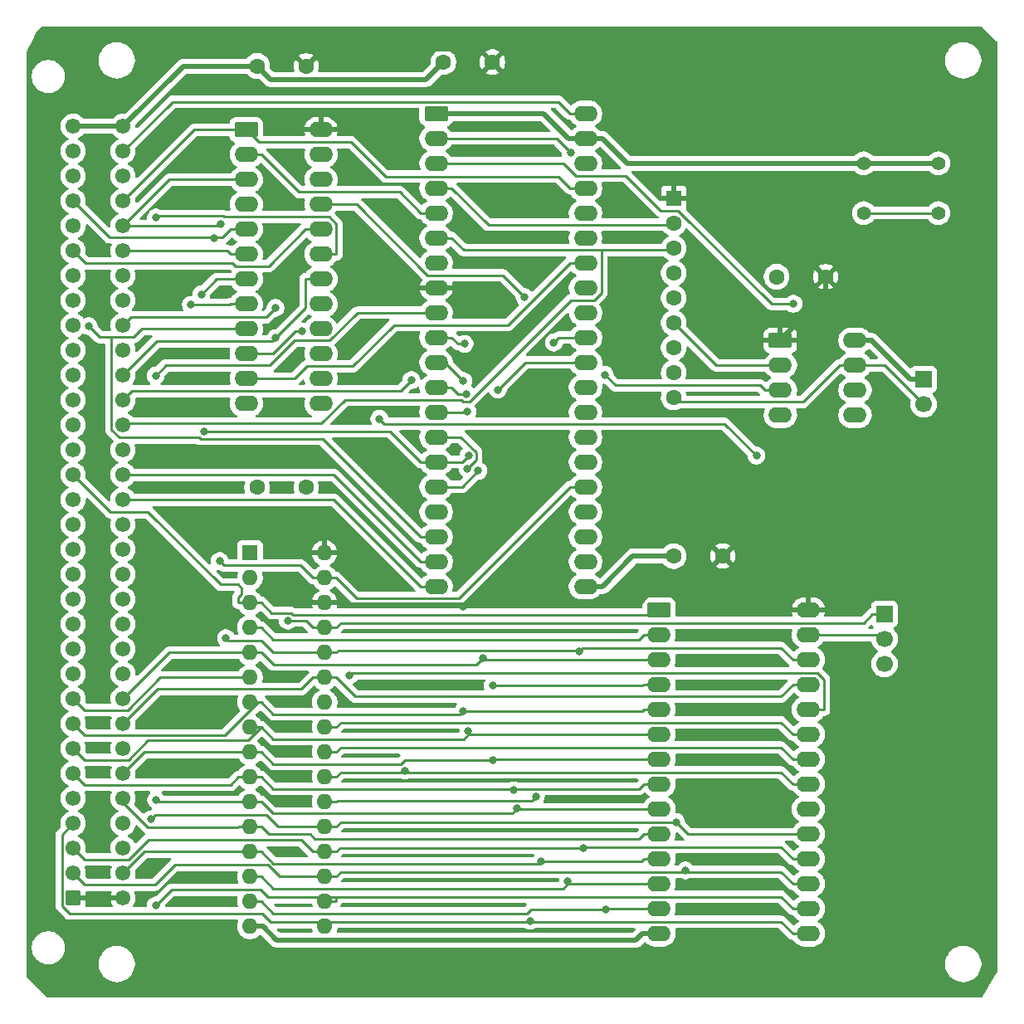
<source format=gtl>
G04 #@! TF.GenerationSoftware,KiCad,Pcbnew,9.0.5*
G04 #@! TF.CreationDate,2025-12-18T09:10:18+11:00*
G04 #@! TF.ProjectId,MECB_6800_CPU,4d454342-5f36-4383-9030-5f4350552e6b,1.0*
G04 #@! TF.SameCoordinates,Original*
G04 #@! TF.FileFunction,Copper,L1,Top*
G04 #@! TF.FilePolarity,Positive*
%FSLAX46Y46*%
G04 Gerber Fmt 4.6, Leading zero omitted, Abs format (unit mm)*
G04 Created by KiCad (PCBNEW 9.0.5) date 2025-12-18 09:10:18*
%MOMM*%
%LPD*%
G01*
G04 APERTURE LIST*
G04 Aperture macros list*
%AMRoundRect*
0 Rectangle with rounded corners*
0 $1 Rounding radius*
0 $2 $3 $4 $5 $6 $7 $8 $9 X,Y pos of 4 corners*
0 Add a 4 corners polygon primitive as box body*
4,1,4,$2,$3,$4,$5,$6,$7,$8,$9,$2,$3,0*
0 Add four circle primitives for the rounded corners*
1,1,$1+$1,$2,$3*
1,1,$1+$1,$4,$5*
1,1,$1+$1,$6,$7*
1,1,$1+$1,$8,$9*
0 Add four rect primitives between the rounded corners*
20,1,$1+$1,$2,$3,$4,$5,0*
20,1,$1+$1,$4,$5,$6,$7,0*
20,1,$1+$1,$6,$7,$8,$9,0*
20,1,$1+$1,$8,$9,$2,$3,0*%
G04 Aperture macros list end*
G04 #@! TA.AperFunction,ComponentPad*
%ADD10R,1.600000X1.600000*%
G04 #@! TD*
G04 #@! TA.AperFunction,ComponentPad*
%ADD11O,1.600000X1.600000*%
G04 #@! TD*
G04 #@! TA.AperFunction,ComponentPad*
%ADD12RoundRect,0.249550X0.525450X-0.525450X0.525450X0.525450X-0.525450X0.525450X-0.525450X-0.525450X0*%
G04 #@! TD*
G04 #@! TA.AperFunction,ComponentPad*
%ADD13C,1.550000*%
G04 #@! TD*
G04 #@! TA.AperFunction,ComponentPad*
%ADD14RoundRect,0.250000X-0.950000X-0.550000X0.950000X-0.550000X0.950000X0.550000X-0.950000X0.550000X0*%
G04 #@! TD*
G04 #@! TA.AperFunction,ComponentPad*
%ADD15O,2.400000X1.600000*%
G04 #@! TD*
G04 #@! TA.AperFunction,ComponentPad*
%ADD16C,1.600000*%
G04 #@! TD*
G04 #@! TA.AperFunction,ComponentPad*
%ADD17C,1.397000*%
G04 #@! TD*
G04 #@! TA.AperFunction,ComponentPad*
%ADD18R,1.700000X1.700000*%
G04 #@! TD*
G04 #@! TA.AperFunction,ComponentPad*
%ADD19C,1.700000*%
G04 #@! TD*
G04 #@! TA.AperFunction,ViaPad*
%ADD20C,0.800000*%
G04 #@! TD*
G04 #@! TA.AperFunction,Conductor*
%ADD21C,0.254000*%
G04 #@! TD*
G04 #@! TA.AperFunction,Conductor*
%ADD22C,0.508000*%
G04 #@! TD*
G04 APERTURE END LIST*
D10*
X119760000Y-100680000D03*
D11*
X119760000Y-103220000D03*
X119760000Y-105760000D03*
X119760000Y-108300000D03*
X119760000Y-110840000D03*
X119760000Y-113380000D03*
X119760000Y-115920000D03*
X119760000Y-118460000D03*
X119760000Y-121000000D03*
X119760000Y-123540000D03*
X119760000Y-126080000D03*
X119760000Y-128620000D03*
X119760000Y-131160000D03*
X119760000Y-133700000D03*
X119760000Y-136240000D03*
X119760000Y-138780000D03*
X127380000Y-138780000D03*
X127380000Y-136240000D03*
X127380000Y-133700000D03*
X127380000Y-131160000D03*
X127380000Y-128620000D03*
X127380000Y-126080000D03*
X127380000Y-123540000D03*
X127380000Y-121000000D03*
X127380000Y-118460000D03*
X127380000Y-115920000D03*
X127380000Y-113380000D03*
X127380000Y-110840000D03*
X127380000Y-108300000D03*
X127380000Y-105760000D03*
X127380000Y-103220000D03*
X127380000Y-100680000D03*
D12*
X101727000Y-135890000D03*
D13*
X101727000Y-133350000D03*
X101727000Y-130810000D03*
X101727000Y-128270000D03*
X101727000Y-125730000D03*
X101727000Y-123190000D03*
X101727000Y-120650000D03*
X101727000Y-118110000D03*
X101727000Y-115570000D03*
X101727000Y-113030000D03*
X101727000Y-110490000D03*
X101727000Y-107950000D03*
X101727000Y-105410000D03*
X101727000Y-102870000D03*
X101727000Y-100330000D03*
X101727000Y-97790000D03*
X101727000Y-95250000D03*
X101727000Y-92710000D03*
X101727000Y-90170000D03*
X101727000Y-87630000D03*
X101727000Y-85090000D03*
X101727000Y-82550000D03*
X101727000Y-80010000D03*
X101727000Y-77470000D03*
X101727000Y-74930000D03*
X101727000Y-72390000D03*
X101727000Y-69850000D03*
X101727000Y-67310000D03*
X101727000Y-64770000D03*
X101727000Y-62230000D03*
X101727000Y-59690000D03*
X101727000Y-57150000D03*
X106807000Y-135890000D03*
X106807000Y-133350000D03*
X106807000Y-130810000D03*
X106807000Y-128270000D03*
X106807000Y-125730000D03*
X106807000Y-123190000D03*
X106807000Y-120650000D03*
X106807000Y-118110000D03*
X106807000Y-115570000D03*
X106807000Y-113030000D03*
X106807000Y-110490000D03*
X106807000Y-107950000D03*
X106807000Y-105410000D03*
X106807000Y-102870000D03*
X106807000Y-100330000D03*
X106807000Y-97790000D03*
X106807000Y-95250000D03*
X106807000Y-92710000D03*
X106807000Y-90170000D03*
X106807000Y-87630000D03*
X106807000Y-85090000D03*
X106807000Y-82550000D03*
X106807000Y-80010000D03*
X106807000Y-77470000D03*
X106807000Y-74930000D03*
X106807000Y-72390000D03*
X106807000Y-69850000D03*
X106807000Y-67310000D03*
X106807000Y-64770000D03*
X106807000Y-62230000D03*
X106807000Y-59690000D03*
X106807000Y-57150000D03*
D14*
X161500000Y-106500000D03*
D15*
X161500000Y-109040000D03*
X161500000Y-111580000D03*
X161500000Y-114120000D03*
X161500000Y-116660000D03*
X161500000Y-119200000D03*
X161500000Y-121740000D03*
X161500000Y-124280000D03*
X161500000Y-126820000D03*
X161500000Y-129360000D03*
X161500000Y-131900000D03*
X161500000Y-134440000D03*
X161500000Y-136980000D03*
X161500000Y-139520000D03*
X176740000Y-139520000D03*
X176740000Y-136980000D03*
X176740000Y-134440000D03*
X176740000Y-131900000D03*
X176740000Y-129360000D03*
X176740000Y-126820000D03*
X176740000Y-124280000D03*
X176740000Y-121740000D03*
X176740000Y-119200000D03*
X176740000Y-116660000D03*
X176740000Y-114120000D03*
X176740000Y-111580000D03*
X176740000Y-109040000D03*
X176740000Y-106500000D03*
D14*
X173880000Y-79000000D03*
D15*
X173880000Y-81540000D03*
X173880000Y-84080000D03*
X173880000Y-86620000D03*
X181500000Y-86620000D03*
X181500000Y-84080000D03*
X181500000Y-81540000D03*
X181500000Y-79000000D03*
D16*
X139500000Y-50600000D03*
X144500000Y-50600000D03*
X120500000Y-51000000D03*
X125500000Y-51000000D03*
D14*
X138760000Y-55840000D03*
D15*
X138760000Y-58380000D03*
X138760000Y-60920000D03*
X138760000Y-63460000D03*
X138760000Y-66000000D03*
X138760000Y-68540000D03*
X138760000Y-71080000D03*
X138760000Y-73620000D03*
X138760000Y-76160000D03*
X138760000Y-78700000D03*
X138760000Y-81240000D03*
X138760000Y-83780000D03*
X138760000Y-86320000D03*
X138760000Y-88860000D03*
X138760000Y-91400000D03*
X138760000Y-93940000D03*
X138760000Y-96480000D03*
X138760000Y-99020000D03*
X138760000Y-101560000D03*
X138760000Y-104100000D03*
X154000000Y-104100000D03*
X154000000Y-101560000D03*
X154000000Y-99020000D03*
X154000000Y-96480000D03*
X154000000Y-93940000D03*
X154000000Y-91400000D03*
X154000000Y-88860000D03*
X154000000Y-86320000D03*
X154000000Y-83780000D03*
X154000000Y-81240000D03*
X154000000Y-78700000D03*
X154000000Y-76160000D03*
X154000000Y-73620000D03*
X154000000Y-71080000D03*
X154000000Y-68540000D03*
X154000000Y-66000000D03*
X154000000Y-63460000D03*
X154000000Y-60920000D03*
X154000000Y-58380000D03*
X154000000Y-55840000D03*
D17*
X182380000Y-60920000D03*
X190000000Y-60920000D03*
X182380000Y-66000000D03*
X190000000Y-66000000D03*
D16*
X173500000Y-72500000D03*
X178500000Y-72500000D03*
D18*
X184500000Y-106920000D03*
D19*
X184500000Y-109460000D03*
X184500000Y-112000000D03*
D18*
X188500000Y-82960000D03*
D19*
X188500000Y-85500000D03*
D16*
X120500000Y-94000000D03*
X125500000Y-94000000D03*
D10*
X163000000Y-64500000D03*
D16*
X163000000Y-67040000D03*
X163000000Y-69580000D03*
X163000000Y-72120000D03*
X163000000Y-74660000D03*
X163000000Y-77200000D03*
X163000000Y-79740000D03*
X163000000Y-82280000D03*
X163000000Y-84820000D03*
X163000000Y-101000000D03*
X168000000Y-101000000D03*
D14*
X119380000Y-57500000D03*
D15*
X119380000Y-60040000D03*
X119380000Y-62580000D03*
X119380000Y-65120000D03*
X119380000Y-67660000D03*
X119380000Y-70200000D03*
X119380000Y-72740000D03*
X119380000Y-75280000D03*
X119380000Y-77820000D03*
X119380000Y-80360000D03*
X119380000Y-82900000D03*
X119380000Y-85440000D03*
X127000000Y-85440000D03*
X127000000Y-82900000D03*
X127000000Y-80360000D03*
X127000000Y-77820000D03*
X127000000Y-75280000D03*
X127000000Y-72740000D03*
X127000000Y-70200000D03*
X127000000Y-67660000D03*
X127000000Y-65120000D03*
X127000000Y-62580000D03*
X127000000Y-60040000D03*
X127000000Y-57500000D03*
D20*
X148915100Y-125558500D03*
X147780800Y-74561700D03*
X132966500Y-87001500D03*
X171436500Y-90749500D03*
X175219500Y-75263400D03*
X122372400Y-78759000D03*
X123619600Y-107576600D03*
X152475000Y-59825700D03*
X153334700Y-110769300D03*
X116095400Y-68537300D03*
X117307500Y-109387000D03*
X125094400Y-78087700D03*
X103308000Y-77538000D03*
X129925700Y-113171200D03*
X141944200Y-86283400D03*
X142029200Y-118850200D03*
X143064500Y-92291500D03*
X143495500Y-111402100D03*
X155962600Y-82510000D03*
X141843500Y-84465800D03*
X144507500Y-121802800D03*
X142055400Y-90749500D03*
X144533900Y-114219200D03*
X115067300Y-88265000D03*
X141960100Y-92100000D03*
X141526900Y-116799700D03*
X116782800Y-67165200D03*
X116662700Y-101512500D03*
X114805400Y-74287600D03*
X152201500Y-134174400D03*
X110180300Y-125885800D03*
X146964800Y-126747700D03*
X141653900Y-79344500D03*
X110136000Y-82587500D03*
X150761200Y-79215300D03*
X156048500Y-137037800D03*
X163242800Y-128144200D03*
X109668300Y-127853400D03*
X149475700Y-132125500D03*
X110180300Y-66463500D03*
X113731500Y-75361500D03*
X135577900Y-122889800D03*
X141521700Y-83134400D03*
X146634400Y-124897500D03*
X110153500Y-136644500D03*
X148354500Y-138204200D03*
X145044600Y-84015600D03*
X136225000Y-83055500D03*
X153817000Y-130753700D03*
X164183000Y-133066500D03*
X122372400Y-75666600D03*
X141526900Y-106126100D03*
X122446000Y-105416500D03*
D21*
X148508700Y-125964900D02*
X148915100Y-125558500D01*
X128677800Y-125964900D02*
X148508700Y-125964900D01*
X128562700Y-126080000D02*
X128677800Y-125964900D01*
X130648000Y-65120000D02*
X127000000Y-65120000D01*
X137878000Y-72350000D02*
X130648000Y-65120000D01*
X145569100Y-72350000D02*
X137878000Y-72350000D01*
X147780800Y-74561700D02*
X145569100Y-72350000D01*
X127380000Y-126080000D02*
X128562700Y-126080000D01*
X168203900Y-87516900D02*
X171436500Y-90749500D01*
X133481900Y-87516900D02*
X168203900Y-87516900D01*
X132966500Y-87001500D02*
X133481900Y-87516900D01*
X172958200Y-75263400D02*
X175219500Y-75263400D01*
X163464700Y-65769900D02*
X172958200Y-75263400D01*
X161693200Y-65769900D02*
X163464700Y-65769900D01*
X158113300Y-62190000D02*
X161693200Y-65769900D01*
X153016000Y-62190000D02*
X158113300Y-62190000D01*
X151746000Y-60920000D02*
X153016000Y-62190000D01*
X138760000Y-60920000D02*
X151746000Y-60920000D01*
X135027300Y-63850000D02*
X137177300Y-66000000D01*
X124772700Y-63850000D02*
X135027300Y-63850000D01*
X120962700Y-60040000D02*
X124772700Y-63850000D01*
X119380000Y-60040000D02*
X120962700Y-60040000D01*
X138760000Y-66000000D02*
X137177300Y-66000000D01*
X117447300Y-69850000D02*
X117797300Y-70200000D01*
X106807000Y-69850000D02*
X117447300Y-69850000D01*
X119380000Y-70200000D02*
X117797300Y-70200000D01*
X122146400Y-109503700D02*
X120942700Y-108300000D01*
X159453600Y-109503700D02*
X122146400Y-109503700D01*
X159917300Y-109040000D02*
X159453600Y-109503700D01*
X161500000Y-109040000D02*
X159917300Y-109040000D01*
X119760000Y-108300000D02*
X120942700Y-108300000D01*
X119760000Y-105760000D02*
X118577300Y-105760000D01*
X119760000Y-105760000D02*
X120942700Y-105760000D01*
X105537000Y-96520000D02*
X101727000Y-92710000D01*
X109368000Y-96520000D02*
X105537000Y-96520000D01*
X116744100Y-103896100D02*
X109368000Y-96520000D01*
X118555200Y-103896100D02*
X116744100Y-103896100D01*
X118938000Y-104278900D02*
X118555200Y-103896100D01*
X118938000Y-104864100D02*
X118938000Y-104278900D01*
X118577300Y-105224800D02*
X118938000Y-104864100D01*
X118577300Y-105760000D02*
X118577300Y-105224800D01*
X121976600Y-106793900D02*
X120942700Y-105760000D01*
X123943800Y-106793900D02*
X121976600Y-106793900D01*
X124115100Y-106965200D02*
X123943800Y-106793900D01*
X161034800Y-106965200D02*
X124115100Y-106965200D01*
X161500000Y-106500000D02*
X161034800Y-106965200D01*
X129052700Y-107810000D02*
X128562700Y-108300000D01*
X182377300Y-107810000D02*
X129052700Y-107810000D01*
X183267300Y-106920000D02*
X182377300Y-107810000D01*
X184500000Y-106920000D02*
X183267300Y-106920000D01*
X127380000Y-108300000D02*
X128562700Y-108300000D01*
X127000000Y-72740000D02*
X125417300Y-72740000D01*
X125473900Y-107576600D02*
X126197300Y-108300000D01*
X123619600Y-107576600D02*
X125473900Y-107576600D01*
X127380000Y-108300000D02*
X126197300Y-108300000D01*
X125417300Y-75714100D02*
X122372400Y-78759000D01*
X125417300Y-72740000D02*
X125417300Y-75714100D01*
X110267100Y-79089900D02*
X106807000Y-82550000D01*
X122041500Y-79089900D02*
X110267100Y-79089900D01*
X122372400Y-78759000D02*
X122041500Y-79089900D01*
X151029300Y-58380000D02*
X138760000Y-58380000D01*
X152475000Y-59825700D02*
X151029300Y-58380000D01*
X176740000Y-111580000D02*
X175157300Y-111580000D01*
X119380000Y-67660000D02*
X117797300Y-67660000D01*
X127380000Y-110840000D02*
X128562700Y-110840000D01*
X173953500Y-110376200D02*
X175157300Y-111580000D01*
X153727800Y-110376200D02*
X173953500Y-110376200D01*
X153334700Y-110769300D02*
X153727800Y-110376200D01*
X105425600Y-68468600D02*
X116095400Y-68468600D01*
X101727000Y-64770000D02*
X105425600Y-68468600D01*
X122095500Y-110840000D02*
X127380000Y-110840000D01*
X120908800Y-109653300D02*
X122095500Y-110840000D01*
X117573800Y-109653300D02*
X120908800Y-109653300D01*
X117307500Y-109387000D02*
X117573800Y-109653300D01*
X116095400Y-68468600D02*
X116095400Y-68537300D01*
X116988700Y-68468600D02*
X117797300Y-67660000D01*
X116095400Y-68468600D02*
X116988700Y-68468600D01*
X128783300Y-110619400D02*
X128562700Y-110840000D01*
X153184800Y-110619400D02*
X128783300Y-110619400D01*
X153334700Y-110769300D02*
X153184800Y-110619400D01*
X184080000Y-109040000D02*
X184500000Y-109460000D01*
X176740000Y-109040000D02*
X184080000Y-109040000D01*
X125014600Y-114562700D02*
X126197300Y-113380000D01*
X110354300Y-114562700D02*
X125014600Y-114562700D01*
X106807000Y-118110000D02*
X110354300Y-114562700D01*
X126788700Y-113380000D02*
X126197300Y-113380000D01*
X126788700Y-113380000D02*
X127380000Y-113380000D01*
X173948100Y-115329200D02*
X175157300Y-114120000D01*
X130511900Y-115329200D02*
X173948100Y-115329200D01*
X128562700Y-113380000D02*
X130511900Y-115329200D01*
X127380000Y-113380000D02*
X128562700Y-113380000D01*
X176740000Y-114120000D02*
X175157300Y-114120000D01*
X122139600Y-80360000D02*
X119380000Y-80360000D01*
X124411900Y-78087700D02*
X122139600Y-80360000D01*
X125094400Y-78087700D02*
X124411900Y-78087700D01*
X190000000Y-66000000D02*
X182380000Y-66000000D01*
X184540000Y-81540000D02*
X188500000Y-85500000D01*
X183082700Y-81540000D02*
X184540000Y-81540000D01*
X163463700Y-85283700D02*
X163000000Y-84820000D01*
X176173600Y-85283700D02*
X163463700Y-85283700D01*
X179917300Y-81540000D02*
X176173600Y-85283700D01*
X181500000Y-81540000D02*
X179917300Y-81540000D01*
X181500000Y-81540000D02*
X183082700Y-81540000D01*
X104430800Y-78660800D02*
X105634300Y-78660800D01*
X103308000Y-77538000D02*
X104430800Y-78660800D01*
X138760000Y-99020000D02*
X137177300Y-99020000D01*
X108724900Y-77820000D02*
X119380000Y-77820000D01*
X107884100Y-78660800D02*
X108724900Y-77820000D01*
X105634300Y-78660800D02*
X107884100Y-78660800D01*
X130159600Y-112937300D02*
X129925700Y-113171200D01*
X177651900Y-112937300D02*
X130159600Y-112937300D01*
X178322700Y-113608100D02*
X177651900Y-112937300D01*
X178322700Y-116660000D02*
X178322700Y-113608100D01*
X176740000Y-116660000D02*
X178322700Y-116660000D01*
X127205000Y-89047700D02*
X137177300Y-99020000D01*
X114743200Y-89047700D02*
X127205000Y-89047700D01*
X114595500Y-88900000D02*
X114743200Y-89047700D01*
X106411600Y-88900000D02*
X114595500Y-88900000D01*
X105634300Y-88122700D02*
X106411600Y-88900000D01*
X105634300Y-78660800D02*
X105634300Y-88122700D01*
X161500000Y-119200000D02*
X159917300Y-119200000D01*
X119760000Y-118460000D02*
X120942700Y-118460000D01*
X141907600Y-86320000D02*
X141944200Y-86283400D01*
X138760000Y-86320000D02*
X141907600Y-86320000D01*
X159917300Y-119200000D02*
X142029200Y-119200000D01*
X142029200Y-118850200D02*
X142029200Y-119200000D01*
X122146400Y-119663700D02*
X120942700Y-118460000D01*
X141565500Y-119663700D02*
X122146400Y-119663700D01*
X142029200Y-119200000D02*
X141565500Y-119663700D01*
X119585400Y-119817300D02*
X120942700Y-118460000D01*
X109369000Y-119817300D02*
X119585400Y-119817300D01*
X107377300Y-121809000D02*
X109369000Y-119817300D01*
X102886000Y-121809000D02*
X107377300Y-121809000D01*
X101727000Y-120650000D02*
X102886000Y-121809000D01*
X111537000Y-110840000D02*
X119760000Y-110840000D01*
X106807000Y-115570000D02*
X111537000Y-110840000D01*
X161500000Y-111580000D02*
X159917300Y-111580000D01*
X141416000Y-93940000D02*
X143064500Y-92291500D01*
X138760000Y-93940000D02*
X141416000Y-93940000D01*
X143673400Y-111580000D02*
X159917300Y-111580000D01*
X143495500Y-111402100D02*
X143673400Y-111580000D01*
X119760000Y-110840000D02*
X120942700Y-110840000D01*
X122165000Y-112062300D02*
X120942700Y-110840000D01*
X142835300Y-112062300D02*
X122165000Y-112062300D01*
X143495500Y-111402100D02*
X142835300Y-112062300D01*
X114077000Y-57500000D02*
X106807000Y-64770000D01*
X119380000Y-57500000D02*
X114077000Y-57500000D01*
X154000000Y-63460000D02*
X152417300Y-63460000D01*
X171807300Y-83590000D02*
X172297300Y-84080000D01*
X157042600Y-83590000D02*
X171807300Y-83590000D01*
X155962600Y-82510000D02*
X157042600Y-83590000D01*
X173880000Y-84080000D02*
X172297300Y-84080000D01*
X151213800Y-62256500D02*
X152417300Y-63460000D01*
X133593600Y-62256500D02*
X151213800Y-62256500D01*
X130107100Y-58770000D02*
X133593600Y-62256500D01*
X120650000Y-58770000D02*
X130107100Y-58770000D01*
X119380000Y-57500000D02*
X120650000Y-58770000D01*
X161500000Y-121740000D02*
X159917300Y-121740000D01*
X119760000Y-121000000D02*
X120942700Y-121000000D01*
X108997000Y-121000000D02*
X119760000Y-121000000D01*
X106807000Y-123190000D02*
X108997000Y-121000000D01*
X144570300Y-121740000D02*
X144507500Y-121802800D01*
X159917300Y-121740000D02*
X144570300Y-121740000D01*
X122146400Y-122203700D02*
X120942700Y-121000000D01*
X135157200Y-122203700D02*
X122146400Y-122203700D01*
X135558100Y-121802800D02*
X135157200Y-122203700D01*
X144507500Y-121802800D02*
X135558100Y-121802800D01*
X138760000Y-83780000D02*
X140342700Y-83780000D01*
X141028500Y-84465800D02*
X141843500Y-84465800D01*
X140342700Y-83780000D02*
X141028500Y-84465800D01*
X110636100Y-113380000D02*
X119760000Y-113380000D01*
X107287100Y-116729000D02*
X110636100Y-113380000D01*
X102886000Y-116729000D02*
X107287100Y-116729000D01*
X101727000Y-115570000D02*
X102886000Y-116729000D01*
X161500000Y-114120000D02*
X159917300Y-114120000D01*
X159818100Y-114219200D02*
X144533900Y-114219200D01*
X159917300Y-114120000D02*
X159818100Y-114219200D01*
X141404900Y-91400000D02*
X138760000Y-91400000D01*
X142055400Y-90749500D02*
X141404900Y-91400000D01*
X134042300Y-88265000D02*
X115067300Y-88265000D01*
X137177300Y-91400000D02*
X134042300Y-88265000D01*
X138760000Y-91400000D02*
X137177300Y-91400000D01*
X161500000Y-116660000D02*
X159917300Y-116660000D01*
X120668600Y-115920000D02*
X120942700Y-115920000D01*
X119760000Y-115920000D02*
X120578900Y-115920000D01*
X120668600Y-115920000D02*
X120578900Y-115920000D01*
X102913300Y-119296300D02*
X101727000Y-118110000D01*
X117202600Y-119296300D02*
X102913300Y-119296300D01*
X120578900Y-115920000D02*
X117202600Y-119296300D01*
X142850700Y-91209400D02*
X141960100Y-92100000D01*
X142850700Y-90431100D02*
X142850700Y-91209400D01*
X141279600Y-88860000D02*
X142850700Y-90431100D01*
X138760000Y-88860000D02*
X141279600Y-88860000D01*
X122146400Y-117123700D02*
X120942700Y-115920000D01*
X141202900Y-117123700D02*
X122146400Y-117123700D01*
X141526900Y-116799700D02*
X141202900Y-117123700D01*
X159777600Y-116799700D02*
X141526900Y-116799700D01*
X159917300Y-116660000D02*
X159777600Y-116799700D01*
X111537000Y-62580000D02*
X106807000Y-67310000D01*
X119380000Y-62580000D02*
X111537000Y-62580000D01*
X116783100Y-67164900D02*
X116782800Y-67165200D01*
X116783100Y-67163300D02*
X116783100Y-67164900D01*
X116636400Y-67310000D02*
X116783100Y-67163300D01*
X106807000Y-67310000D02*
X116636400Y-67310000D01*
X124927300Y-101950000D02*
X126197300Y-103220000D01*
X117100200Y-101950000D02*
X124927300Y-101950000D01*
X116662700Y-101512500D02*
X117100200Y-101950000D01*
X127380000Y-103220000D02*
X126197300Y-103220000D01*
X130640100Y-105297400D02*
X128562700Y-103220000D01*
X141059900Y-105297400D02*
X130640100Y-105297400D01*
X152417300Y-93940000D02*
X141059900Y-105297400D01*
X154000000Y-93940000D02*
X152417300Y-93940000D01*
X127380000Y-103220000D02*
X128562700Y-103220000D01*
X128327300Y-95250000D02*
X137177300Y-104100000D01*
X106807000Y-95250000D02*
X128327300Y-95250000D01*
X138760000Y-104100000D02*
X137177300Y-104100000D01*
X129051300Y-117971400D02*
X128562700Y-118460000D01*
X173928700Y-117971400D02*
X129051300Y-117971400D01*
X175157300Y-119200000D02*
X173928700Y-117971400D01*
X176740000Y-119200000D02*
X175157300Y-119200000D01*
X127380000Y-118460000D02*
X128562700Y-118460000D01*
X116353000Y-72740000D02*
X119380000Y-72740000D01*
X114805400Y-74287600D02*
X116353000Y-72740000D01*
X121670800Y-71406500D02*
X125417300Y-67660000D01*
X118285100Y-71406500D02*
X121670800Y-71406500D01*
X117998600Y-71120000D02*
X118285100Y-71406500D01*
X102997000Y-71120000D02*
X117998600Y-71120000D01*
X101727000Y-69850000D02*
X102997000Y-71120000D01*
X127000000Y-67660000D02*
X125417300Y-67660000D01*
X119760000Y-133700000D02*
X120942700Y-133700000D01*
X161500000Y-134440000D02*
X159917300Y-134440000D01*
X151737800Y-134903700D02*
X152201500Y-134440000D01*
X122146400Y-134903700D02*
X151737800Y-134903700D01*
X120942700Y-133700000D02*
X122146400Y-134903700D01*
X159917300Y-134440000D02*
X152201500Y-134440000D01*
X152201500Y-134440000D02*
X152201500Y-134174400D01*
X161500000Y-126820000D02*
X159917300Y-126820000D01*
X120351400Y-126080000D02*
X120942700Y-126080000D01*
X120351400Y-126080000D02*
X119760000Y-126080000D01*
X110374500Y-126080000D02*
X110180300Y-125885800D01*
X119760000Y-126080000D02*
X110374500Y-126080000D01*
X140987200Y-79344500D02*
X140342700Y-78700000D01*
X141653900Y-79344500D02*
X140987200Y-79344500D01*
X138760000Y-78700000D02*
X140342700Y-78700000D01*
X122140900Y-127278200D02*
X120942700Y-126080000D01*
X146506600Y-127278200D02*
X122140900Y-127278200D01*
X146964800Y-126820000D02*
X146506600Y-127278200D01*
X159917300Y-126820000D02*
X146964800Y-126820000D01*
X146964800Y-126820000D02*
X146964800Y-126747700D01*
X118561100Y-128636200D02*
X118577300Y-128620000D01*
X109322200Y-128636200D02*
X118561100Y-128636200D01*
X106807000Y-126121000D02*
X109322200Y-128636200D01*
X106807000Y-125730000D02*
X106807000Y-126121000D01*
X119760000Y-128620000D02*
X118577300Y-128620000D01*
X121696900Y-129374200D02*
X120942700Y-128620000D01*
X125904000Y-129374200D02*
X121696900Y-129374200D01*
X126352800Y-129823000D02*
X125904000Y-129374200D01*
X159454300Y-129823000D02*
X126352800Y-129823000D01*
X159917300Y-129360000D02*
X159454300Y-129823000D01*
X119760000Y-128620000D02*
X120942700Y-128620000D01*
X161500000Y-129360000D02*
X159917300Y-129360000D01*
X111180800Y-81542700D02*
X110136000Y-82587500D01*
X121816600Y-81542700D02*
X111180800Y-81542700D01*
X124341900Y-79017400D02*
X121816600Y-81542700D01*
X127875200Y-79017400D02*
X124341900Y-79017400D01*
X130732600Y-76160000D02*
X127875200Y-79017400D01*
X138760000Y-76160000D02*
X130732600Y-76160000D01*
X119760000Y-136240000D02*
X120942700Y-136240000D01*
X161500000Y-136980000D02*
X159917300Y-136980000D01*
X151276500Y-78700000D02*
X150761200Y-79215300D01*
X154000000Y-78700000D02*
X151276500Y-78700000D01*
X156106300Y-136980000D02*
X156048500Y-137037800D01*
X159917300Y-136980000D02*
X156106300Y-136980000D01*
X122147200Y-137444500D02*
X120942700Y-136240000D01*
X148007400Y-137444500D02*
X122147200Y-137444500D01*
X148414100Y-137037800D02*
X148007400Y-137444500D01*
X156048500Y-137037800D02*
X148414100Y-137037800D01*
X176740000Y-129360000D02*
X175157300Y-129360000D01*
X164458600Y-129360000D02*
X175157300Y-129360000D01*
X163242800Y-128144200D02*
X164458600Y-129360000D01*
X129038500Y-128144200D02*
X128562700Y-128620000D01*
X163242800Y-128144200D02*
X129038500Y-128144200D01*
X127971400Y-128620000D02*
X128562700Y-128620000D01*
X127971400Y-128620000D02*
X127380000Y-128620000D01*
X110127600Y-127394100D02*
X109668300Y-127853400D01*
X121397800Y-127394100D02*
X110127600Y-127394100D01*
X122623700Y-128620000D02*
X121397800Y-127394100D01*
X127380000Y-128620000D02*
X122623700Y-128620000D01*
X161500000Y-131900000D02*
X159917300Y-131900000D01*
X119760000Y-131160000D02*
X120942700Y-131160000D01*
X108997000Y-131160000D02*
X119760000Y-131160000D01*
X106807000Y-133350000D02*
X108997000Y-131160000D01*
X149237500Y-132363700D02*
X149475700Y-132125500D01*
X122148500Y-132363700D02*
X149237500Y-132363700D01*
X120944800Y-131160000D02*
X122148500Y-132363700D01*
X120942700Y-131160000D02*
X120944800Y-131160000D01*
X159691800Y-132125500D02*
X149475700Y-132125500D01*
X159917300Y-131900000D02*
X159691800Y-132125500D01*
X128582700Y-67132500D02*
X128582700Y-70200000D01*
X127840200Y-66390000D02*
X128582700Y-67132500D01*
X117114600Y-66390000D02*
X127840200Y-66390000D01*
X117025800Y-66301200D02*
X117114600Y-66390000D01*
X110342600Y-66301200D02*
X117025800Y-66301200D01*
X110180300Y-66463500D02*
X110342600Y-66301200D01*
X127000000Y-70200000D02*
X128582700Y-70200000D01*
X138760000Y-101560000D02*
X137177300Y-101560000D01*
X128327300Y-92710000D02*
X106807000Y-92710000D01*
X137177300Y-101560000D02*
X128327300Y-92710000D01*
X127380000Y-123540000D02*
X128562700Y-123540000D01*
X176740000Y-124280000D02*
X175157300Y-124280000D01*
X117715800Y-75361500D02*
X117797300Y-75280000D01*
X113731500Y-75361500D02*
X117715800Y-75361500D01*
X119380000Y-75280000D02*
X117797300Y-75280000D01*
X135577900Y-122889800D02*
X135577900Y-123069300D01*
X129033400Y-123069300D02*
X135577900Y-123069300D01*
X128562700Y-123540000D02*
X129033400Y-123069300D01*
X173946600Y-123069300D02*
X175157300Y-124280000D01*
X135577900Y-123069300D02*
X173946600Y-123069300D01*
X161500000Y-124280000D02*
X159917300Y-124280000D01*
X159448500Y-124748800D02*
X146634400Y-124748800D01*
X159917300Y-124280000D02*
X159448500Y-124748800D01*
X120351400Y-123540000D02*
X120942700Y-123540000D01*
X120351400Y-123540000D02*
X119760000Y-123540000D01*
X102885600Y-124348600D02*
X101727000Y-123190000D01*
X117768700Y-124348600D02*
X102885600Y-124348600D01*
X118577300Y-123540000D02*
X117768700Y-124348600D01*
X119760000Y-123540000D02*
X118577300Y-123540000D01*
X139627300Y-81240000D02*
X141521700Y-83134400D01*
X138760000Y-81240000D02*
X139627300Y-81240000D01*
X146634400Y-124897500D02*
X146634400Y-124748800D01*
X122151500Y-124748800D02*
X120942700Y-123540000D01*
X146634400Y-124748800D02*
X122151500Y-124748800D01*
X176740000Y-136980000D02*
X175157300Y-136980000D01*
X127971400Y-136240000D02*
X127380000Y-136240000D01*
X128548700Y-135759300D02*
X128509200Y-135798800D01*
X173936600Y-135759300D02*
X128548700Y-135759300D01*
X175157300Y-136980000D02*
X173936600Y-135759300D01*
X127971400Y-136240000D02*
X128509200Y-136240000D01*
X128509200Y-135798800D02*
X128509200Y-136240000D01*
X121570100Y-135798800D02*
X128509200Y-135798800D01*
X120825800Y-135054500D02*
X121570100Y-135798800D01*
X111743500Y-135054500D02*
X120825800Y-135054500D01*
X110153500Y-136644500D02*
X111743500Y-135054500D01*
X176740000Y-139520000D02*
X175157300Y-139520000D01*
X127380000Y-138780000D02*
X127380000Y-138338800D01*
X100565400Y-129431600D02*
X101727000Y-128270000D01*
X100565400Y-136677900D02*
X100565400Y-129431600D01*
X101360000Y-137472500D02*
X100565400Y-136677900D01*
X121022500Y-137472500D02*
X101360000Y-137472500D01*
X121888800Y-138338800D02*
X121022500Y-137472500D01*
X127380000Y-138338800D02*
X121888800Y-138338800D01*
X127402500Y-138316300D02*
X148354500Y-138316300D01*
X127380000Y-138338800D02*
X127402500Y-138316300D01*
X147820200Y-81240000D02*
X154000000Y-81240000D01*
X145044600Y-84015600D02*
X147820200Y-81240000D01*
X148354500Y-138316300D02*
X148354500Y-138204200D01*
X173953600Y-138316300D02*
X175157300Y-139520000D01*
X148354500Y-138316300D02*
X173953600Y-138316300D01*
X162833500Y-67206500D02*
X163000000Y-67040000D01*
X144089200Y-67206500D02*
X162833500Y-67206500D01*
X140342700Y-63460000D02*
X144089200Y-67206500D01*
X138760000Y-63460000D02*
X140342700Y-63460000D01*
X107727000Y-84170000D02*
X106807000Y-85090000D01*
X135110500Y-84170000D02*
X107727000Y-84170000D01*
X136225000Y-83055500D02*
X135110500Y-84170000D01*
X167340000Y-81540000D02*
X163000000Y-77200000D01*
X173880000Y-81540000D02*
X167340000Y-81540000D01*
X151228000Y-54650700D02*
X152417300Y-55840000D01*
X111846300Y-54650700D02*
X151228000Y-54650700D01*
X106807000Y-59690000D02*
X111846300Y-54650700D01*
X154000000Y-55840000D02*
X152417300Y-55840000D01*
X176740000Y-131900000D02*
X175157300Y-131900000D01*
X127971400Y-131160000D02*
X128562700Y-131160000D01*
X127971400Y-131160000D02*
X127380000Y-131160000D01*
X127380000Y-131160000D02*
X126197300Y-131160000D01*
X153876000Y-130694700D02*
X153817000Y-130753700D01*
X173952000Y-130694700D02*
X153876000Y-130694700D01*
X175157300Y-131900000D02*
X173952000Y-130694700D01*
X128969000Y-130753700D02*
X128562700Y-131160000D01*
X153817000Y-130753700D02*
X128969000Y-130753700D01*
X125001600Y-129964300D02*
X126197300Y-131160000D01*
X109380900Y-129964300D02*
X125001600Y-129964300D01*
X107376200Y-131969000D02*
X109380900Y-129964300D01*
X102886000Y-131969000D02*
X107376200Y-131969000D01*
X101727000Y-130810000D02*
X102886000Y-131969000D01*
X176740000Y-134440000D02*
X175157300Y-134440000D01*
X164183000Y-133066500D02*
X164183000Y-133235000D01*
X173952300Y-133235000D02*
X164183000Y-133235000D01*
X175157300Y-134440000D02*
X173952300Y-133235000D01*
X129027700Y-133235000D02*
X128562700Y-133700000D01*
X164183000Y-133235000D02*
X129027700Y-133235000D01*
X127971400Y-133700000D02*
X128562700Y-133700000D01*
X127971400Y-133700000D02*
X127380000Y-133700000D01*
X102917600Y-134540600D02*
X101727000Y-133350000D01*
X110051900Y-134540600D02*
X102917600Y-134540600D01*
X112083100Y-132509400D02*
X110051900Y-134540600D01*
X121573400Y-132509400D02*
X112083100Y-132509400D01*
X122764000Y-133700000D02*
X121573400Y-132509400D01*
X127380000Y-133700000D02*
X122764000Y-133700000D01*
X173953600Y-120536300D02*
X175157300Y-121740000D01*
X129026400Y-120536300D02*
X173953600Y-120536300D01*
X128562700Y-121000000D02*
X129026400Y-120536300D01*
X127380000Y-121000000D02*
X128562700Y-121000000D01*
X176740000Y-121740000D02*
X175157300Y-121740000D01*
X121401700Y-76637300D02*
X122372400Y-75666600D01*
X107639700Y-76637300D02*
X121401700Y-76637300D01*
X106807000Y-77470000D02*
X107639700Y-76637300D01*
X138771400Y-68540000D02*
X140342700Y-68540000D01*
X138771400Y-68540000D02*
X138760000Y-68540000D01*
X162827500Y-69752500D02*
X155600900Y-69752500D01*
X163000000Y-69580000D02*
X162827500Y-69752500D01*
X141555200Y-69752500D02*
X155600900Y-69752500D01*
X140342700Y-68540000D02*
X141555200Y-69752500D01*
X155600900Y-74130900D02*
X155600900Y-69752500D01*
X154841800Y-74890000D02*
X155600900Y-74130900D01*
X152526100Y-74890000D02*
X154841800Y-74890000D01*
X142167600Y-85248500D02*
X152526100Y-74890000D01*
X141519400Y-85248500D02*
X142167600Y-85248500D01*
X141320900Y-85050000D02*
X141519400Y-85248500D01*
X129462600Y-85050000D02*
X141320900Y-85050000D01*
X127030300Y-87482300D02*
X129462600Y-85050000D01*
X106954700Y-87482300D02*
X127030300Y-87482300D01*
X106807000Y-87630000D02*
X106954700Y-87482300D01*
X154000000Y-71080000D02*
X152417300Y-71080000D01*
X119380000Y-82900000D02*
X120962700Y-82900000D01*
X146067300Y-77430000D02*
X152417300Y-71080000D01*
X134436700Y-77430000D02*
X146067300Y-77430000D01*
X130236700Y-81630000D02*
X134436700Y-77430000D01*
X125593900Y-81630000D02*
X130236700Y-81630000D01*
X124323900Y-82900000D02*
X125593900Y-81630000D01*
X120962700Y-82900000D02*
X124323900Y-82900000D01*
D22*
X173500000Y-106500000D02*
X168000000Y-101000000D01*
X176740000Y-106500000D02*
X173500000Y-106500000D01*
X178500000Y-74380000D02*
X178500000Y-72500000D01*
X173880000Y-79000000D02*
X178500000Y-74380000D01*
X106807000Y-135890000D02*
X101727000Y-135890000D01*
X127230100Y-49269900D02*
X125500000Y-51000000D01*
X143169900Y-49269900D02*
X127230100Y-49269900D01*
X144500000Y-50600000D02*
X143169900Y-49269900D01*
X127380000Y-105760000D02*
X128689700Y-105760000D01*
X170500000Y-64500000D02*
X178500000Y-72500000D01*
X163000000Y-64500000D02*
X170500000Y-64500000D01*
X159345100Y-105948900D02*
X141526900Y-105948900D01*
X161433800Y-103860200D02*
X159345100Y-105948900D01*
X165139800Y-103860200D02*
X161433800Y-103860200D01*
X168000000Y-101000000D02*
X165139800Y-103860200D01*
X141526900Y-105948900D02*
X141526900Y-106126100D01*
X128878600Y-105948900D02*
X141526900Y-105948900D01*
X128689700Y-105760000D02*
X128878600Y-105948900D01*
X125726800Y-105416500D02*
X126070300Y-105760000D01*
X122446000Y-105416500D02*
X125726800Y-105416500D01*
X127380000Y-105760000D02*
X126070300Y-105760000D01*
X183209700Y-79029400D02*
X187140300Y-82960000D01*
X183209700Y-79000000D02*
X183209700Y-79029400D01*
X188500000Y-82960000D02*
X187140300Y-82960000D01*
X181500000Y-79000000D02*
X183209700Y-79000000D01*
X101727000Y-57150000D02*
X106807000Y-57150000D01*
X182380000Y-60920000D02*
X190000000Y-60920000D01*
X119760000Y-138780000D02*
X121069700Y-138780000D01*
X161500000Y-139520000D02*
X159790300Y-139520000D01*
X158809700Y-101000000D02*
X163000000Y-101000000D01*
X155709700Y-104100000D02*
X158809700Y-101000000D01*
X154000000Y-104100000D02*
X155709700Y-104100000D01*
X149750300Y-55840000D02*
X152290300Y-58380000D01*
X138760000Y-55840000D02*
X149750300Y-55840000D01*
X154000000Y-58380000D02*
X152290300Y-58380000D01*
X112957000Y-51000000D02*
X120500000Y-51000000D01*
X106807000Y-57150000D02*
X112957000Y-51000000D01*
X158249700Y-60920000D02*
X155709700Y-58380000D01*
X182380000Y-60920000D02*
X158249700Y-60920000D01*
X154000000Y-58380000D02*
X155709700Y-58380000D01*
X121867700Y-52367700D02*
X120500000Y-51000000D01*
X137732300Y-52367700D02*
X121867700Y-52367700D01*
X139500000Y-50600000D02*
X137732300Y-52367700D01*
X159141800Y-140168500D02*
X159790300Y-139520000D01*
X122458200Y-140168500D02*
X159141800Y-140168500D01*
X121069700Y-138780000D02*
X122458200Y-140168500D01*
G04 #@! TA.AperFunction,Conductor*
G36*
X105604473Y-135195785D02*
G01*
X105650228Y-135248589D01*
X105660172Y-135317747D01*
X105647919Y-135356395D01*
X105625412Y-135400567D01*
X105563393Y-135591440D01*
X105532000Y-135789649D01*
X105532000Y-135990350D01*
X105563393Y-136188559D01*
X105625412Y-136379432D01*
X105716522Y-136558246D01*
X105776003Y-136640114D01*
X105799483Y-136705921D01*
X105783658Y-136773975D01*
X105733552Y-136822670D01*
X105675685Y-136837000D01*
X103074113Y-136837000D01*
X103007074Y-136817315D01*
X102961319Y-136764511D01*
X102951375Y-136695353D01*
X102956407Y-136673996D01*
X102991511Y-136568055D01*
X103001999Y-136465405D01*
X103002000Y-136465392D01*
X103002000Y-136140000D01*
X102160012Y-136140000D01*
X102192925Y-136082993D01*
X102227000Y-135955826D01*
X102227000Y-135824174D01*
X102192925Y-135697007D01*
X102160012Y-135640000D01*
X103002000Y-135640000D01*
X103002000Y-135314607D01*
X103001999Y-135314599D01*
X103001806Y-135312705D01*
X103001882Y-135312294D01*
X103001839Y-135311445D01*
X103002042Y-135311434D01*
X103014574Y-135244012D01*
X103062453Y-135193126D01*
X103125164Y-135176100D01*
X105537434Y-135176100D01*
X105604473Y-135195785D01*
G37*
G04 #@! TD.AperFunction*
G04 #@! TA.AperFunction,Conductor*
G36*
X124679744Y-102605185D02*
G01*
X124700386Y-102621819D01*
X125703675Y-103625108D01*
X125784711Y-103706144D01*
X125792193Y-103713626D01*
X125896271Y-103783169D01*
X125896284Y-103783176D01*
X126011926Y-103831076D01*
X126011931Y-103831078D01*
X126134704Y-103855499D01*
X126134708Y-103855500D01*
X126134709Y-103855500D01*
X126161142Y-103855500D01*
X126228181Y-103875185D01*
X126261460Y-103906615D01*
X126381926Y-104072423D01*
X126381930Y-104072428D01*
X126527571Y-104218069D01*
X126527576Y-104218073D01*
X126572188Y-104250485D01*
X126694197Y-104339129D01*
X126782819Y-104384284D01*
X126833615Y-104432259D01*
X126850410Y-104500080D01*
X126827873Y-104566214D01*
X126782819Y-104605254D01*
X126698650Y-104648140D01*
X126533105Y-104768417D01*
X126533104Y-104768417D01*
X126388417Y-104913104D01*
X126388417Y-104913105D01*
X126268140Y-105078650D01*
X126175244Y-105260970D01*
X126112009Y-105455586D01*
X126103391Y-105510000D01*
X127064314Y-105510000D01*
X127059920Y-105514394D01*
X127007259Y-105605606D01*
X126980000Y-105707339D01*
X126980000Y-105812661D01*
X127007259Y-105914394D01*
X127059920Y-106005606D01*
X127064314Y-106010000D01*
X126103391Y-106010000D01*
X126112009Y-106064413D01*
X126112010Y-106064418D01*
X126145465Y-106167383D01*
X126147460Y-106237224D01*
X126111379Y-106297056D01*
X126048678Y-106327884D01*
X126027534Y-106329700D01*
X124429131Y-106329700D01*
X124362092Y-106310015D01*
X124350468Y-106301555D01*
X124348907Y-106300274D01*
X124244828Y-106230730D01*
X124244815Y-106230723D01*
X124129173Y-106182823D01*
X124129161Y-106182820D01*
X124006395Y-106158400D01*
X124006391Y-106158400D01*
X122291195Y-106158400D01*
X122224156Y-106138715D01*
X122203514Y-106122081D01*
X121347811Y-105266377D01*
X121347807Y-105266374D01*
X121243728Y-105196830D01*
X121243715Y-105196823D01*
X121128073Y-105148923D01*
X121128061Y-105148920D01*
X121005295Y-105124500D01*
X121005291Y-105124500D01*
X120978858Y-105124500D01*
X120911819Y-105104815D01*
X120878540Y-105073385D01*
X120758073Y-104907576D01*
X120758069Y-104907571D01*
X120612428Y-104761930D01*
X120612423Y-104761926D01*
X120445806Y-104640873D01*
X120445805Y-104640872D01*
X120445803Y-104640871D01*
X120366540Y-104600484D01*
X120315745Y-104552510D01*
X120298950Y-104484689D01*
X120321487Y-104418554D01*
X120366541Y-104379515D01*
X120445803Y-104339129D01*
X120612430Y-104218068D01*
X120758068Y-104072430D01*
X120879129Y-103905803D01*
X120972634Y-103722290D01*
X121036280Y-103526408D01*
X121068500Y-103322981D01*
X121068500Y-103117019D01*
X121036280Y-102913592D01*
X121036279Y-102913588D01*
X121036279Y-102913587D01*
X120982417Y-102747818D01*
X120980422Y-102677977D01*
X121016502Y-102618144D01*
X121079203Y-102587316D01*
X121100348Y-102585500D01*
X124612705Y-102585500D01*
X124679744Y-102605185D01*
G37*
G04 #@! TD.AperFunction*
G04 #@! TA.AperFunction,Conductor*
G36*
X128079744Y-95905185D02*
G01*
X128100386Y-95921819D01*
X136628786Y-104450219D01*
X136662271Y-104511542D01*
X136657287Y-104581234D01*
X136615415Y-104637167D01*
X136549951Y-104661584D01*
X136541105Y-104661900D01*
X130954695Y-104661900D01*
X130887656Y-104642215D01*
X130867014Y-104625581D01*
X128967811Y-102726377D01*
X128967807Y-102726374D01*
X128863728Y-102656830D01*
X128863715Y-102656823D01*
X128748073Y-102608923D01*
X128748061Y-102608920D01*
X128625295Y-102584500D01*
X128625291Y-102584500D01*
X128598858Y-102584500D01*
X128531819Y-102564815D01*
X128498540Y-102533385D01*
X128378073Y-102367576D01*
X128378069Y-102367571D01*
X128232428Y-102221930D01*
X128232423Y-102221926D01*
X128065806Y-102100873D01*
X128065805Y-102100872D01*
X128065803Y-102100871D01*
X127977180Y-102055715D01*
X127926384Y-102007740D01*
X127909589Y-101939919D01*
X127932127Y-101873784D01*
X127977181Y-101834745D01*
X128061347Y-101791861D01*
X128226894Y-101671582D01*
X128226895Y-101671582D01*
X128371582Y-101526895D01*
X128371582Y-101526894D01*
X128491859Y-101361349D01*
X128584755Y-101179029D01*
X128647990Y-100984413D01*
X128656609Y-100930000D01*
X127695686Y-100930000D01*
X127700080Y-100925606D01*
X127752741Y-100834394D01*
X127780000Y-100732661D01*
X127780000Y-100627339D01*
X127752741Y-100525606D01*
X127700080Y-100434394D01*
X127695686Y-100430000D01*
X128656609Y-100430000D01*
X128647990Y-100375586D01*
X128584755Y-100180970D01*
X128491859Y-99998650D01*
X128371582Y-99833105D01*
X128371582Y-99833104D01*
X128226895Y-99688417D01*
X128061349Y-99568140D01*
X127879029Y-99475244D01*
X127684413Y-99412009D01*
X127630000Y-99403390D01*
X127630000Y-100364314D01*
X127625606Y-100359920D01*
X127534394Y-100307259D01*
X127432661Y-100280000D01*
X127327339Y-100280000D01*
X127225606Y-100307259D01*
X127134394Y-100359920D01*
X127130000Y-100364314D01*
X127130000Y-99403390D01*
X127075586Y-99412009D01*
X126880970Y-99475244D01*
X126698650Y-99568140D01*
X126533105Y-99688417D01*
X126533104Y-99688417D01*
X126388417Y-99833104D01*
X126388417Y-99833105D01*
X126268140Y-99998650D01*
X126175244Y-100180970D01*
X126112009Y-100375586D01*
X126103391Y-100430000D01*
X127064314Y-100430000D01*
X127059920Y-100434394D01*
X127007259Y-100525606D01*
X126980000Y-100627339D01*
X126980000Y-100732661D01*
X127007259Y-100834394D01*
X127059920Y-100925606D01*
X127064314Y-100930000D01*
X126103391Y-100930000D01*
X126112009Y-100984413D01*
X126175244Y-101179029D01*
X126268140Y-101361349D01*
X126388417Y-101526894D01*
X126388417Y-101526895D01*
X126533104Y-101671582D01*
X126698652Y-101791861D01*
X126782818Y-101834745D01*
X126833614Y-101882719D01*
X126850410Y-101950540D01*
X126827873Y-102016675D01*
X126782820Y-102055714D01*
X126694195Y-102100871D01*
X126527577Y-102221925D01*
X126400448Y-102349054D01*
X126339125Y-102382538D01*
X126269433Y-102377554D01*
X126225086Y-102349053D01*
X125332411Y-101456377D01*
X125332407Y-101456374D01*
X125228328Y-101386830D01*
X125228315Y-101386823D01*
X125112673Y-101338923D01*
X125112661Y-101338920D01*
X124989895Y-101314500D01*
X124989891Y-101314500D01*
X121192500Y-101314500D01*
X121125461Y-101294815D01*
X121079706Y-101242011D01*
X121068500Y-101190500D01*
X121068500Y-99831362D01*
X121068499Y-99831345D01*
X121063770Y-99787366D01*
X121061989Y-99770799D01*
X121010889Y-99633796D01*
X120923261Y-99516739D01*
X120806204Y-99429111D01*
X120669203Y-99378011D01*
X120608654Y-99371500D01*
X120608638Y-99371500D01*
X118911362Y-99371500D01*
X118911345Y-99371500D01*
X118850797Y-99378011D01*
X118850795Y-99378011D01*
X118713795Y-99429111D01*
X118596739Y-99516739D01*
X118509111Y-99633795D01*
X118458011Y-99770795D01*
X118458011Y-99770797D01*
X118451500Y-99831345D01*
X118451500Y-101190500D01*
X118431815Y-101257539D01*
X118379011Y-101303294D01*
X118327500Y-101314500D01*
X117646893Y-101314500D01*
X117579854Y-101294815D01*
X117534099Y-101242011D01*
X117532332Y-101237953D01*
X117512676Y-101190500D01*
X117467802Y-101082164D01*
X117467801Y-101082163D01*
X117467798Y-101082157D01*
X117368378Y-100933365D01*
X117368375Y-100933361D01*
X117241838Y-100806824D01*
X117241834Y-100806821D01*
X117093042Y-100707401D01*
X117093032Y-100707396D01*
X116927700Y-100638913D01*
X116927692Y-100638911D01*
X116752183Y-100604000D01*
X116752179Y-100604000D01*
X116573221Y-100604000D01*
X116573216Y-100604000D01*
X116397707Y-100638911D01*
X116397699Y-100638913D01*
X116232367Y-100707396D01*
X116232357Y-100707401D01*
X116083565Y-100806821D01*
X116083561Y-100806824D01*
X115957024Y-100933361D01*
X115957021Y-100933365D01*
X115857601Y-101082157D01*
X115857596Y-101082167D01*
X115789113Y-101247499D01*
X115789111Y-101247507D01*
X115754200Y-101423016D01*
X115754200Y-101423021D01*
X115754200Y-101601979D01*
X115770874Y-101685806D01*
X115775136Y-101707232D01*
X115768908Y-101776824D01*
X115726044Y-101832001D01*
X115660154Y-101855245D01*
X115592157Y-101839177D01*
X115565837Y-101819104D01*
X109843915Y-96097181D01*
X109810430Y-96035858D01*
X109815414Y-95966166D01*
X109857286Y-95910233D01*
X109922750Y-95885816D01*
X109931596Y-95885500D01*
X128012705Y-95885500D01*
X128079744Y-95905185D01*
G37*
G04 #@! TD.AperFunction*
G04 #@! TA.AperFunction,Conductor*
G36*
X130400444Y-65775185D02*
G01*
X130421086Y-65791819D01*
X137307818Y-72678551D01*
X137341303Y-72739874D01*
X137336319Y-72809566D01*
X137320455Y-72839117D01*
X137248142Y-72938647D01*
X137155244Y-73120970D01*
X137092009Y-73315586D01*
X137083391Y-73370000D01*
X138444314Y-73370000D01*
X138439920Y-73374394D01*
X138387259Y-73465606D01*
X138360000Y-73567339D01*
X138360000Y-73672661D01*
X138387259Y-73774394D01*
X138439920Y-73865606D01*
X138444314Y-73870000D01*
X137083391Y-73870000D01*
X137092009Y-73924413D01*
X137155244Y-74119029D01*
X137248140Y-74301349D01*
X137368417Y-74466894D01*
X137368417Y-74466895D01*
X137513104Y-74611582D01*
X137678652Y-74731861D01*
X137762818Y-74774745D01*
X137813614Y-74822719D01*
X137830410Y-74890540D01*
X137807873Y-74956675D01*
X137762820Y-74995714D01*
X137674195Y-75040871D01*
X137507576Y-75161926D01*
X137507571Y-75161930D01*
X137361930Y-75307571D01*
X137361926Y-75307576D01*
X137241460Y-75473385D01*
X137186130Y-75516051D01*
X137141142Y-75524500D01*
X130670004Y-75524500D01*
X130547238Y-75548920D01*
X130547226Y-75548923D01*
X130431584Y-75596823D01*
X130431571Y-75596830D01*
X130327492Y-75666374D01*
X130327488Y-75666377D01*
X128754758Y-77239107D01*
X128693435Y-77272592D01*
X128623743Y-77267608D01*
X128567810Y-77225736D01*
X128556593Y-77207722D01*
X128519128Y-77134195D01*
X128398073Y-76967576D01*
X128398069Y-76967571D01*
X128252428Y-76821930D01*
X128252423Y-76821926D01*
X128085806Y-76700873D01*
X128085805Y-76700872D01*
X128085803Y-76700871D01*
X128006540Y-76660484D01*
X127955745Y-76612510D01*
X127938950Y-76544689D01*
X127961487Y-76478554D01*
X128006541Y-76439515D01*
X128085803Y-76399129D01*
X128252430Y-76278068D01*
X128398068Y-76132430D01*
X128519129Y-75965803D01*
X128612634Y-75782290D01*
X128676280Y-75586408D01*
X128708500Y-75382981D01*
X128708500Y-75177019D01*
X128676280Y-74973592D01*
X128672163Y-74960922D01*
X128636610Y-74851500D01*
X128612634Y-74777710D01*
X128612632Y-74777707D01*
X128612632Y-74777705D01*
X128557202Y-74668920D01*
X128519129Y-74594197D01*
X128492630Y-74557724D01*
X128398073Y-74427576D01*
X128398069Y-74427571D01*
X128252428Y-74281930D01*
X128252423Y-74281926D01*
X128085806Y-74160873D01*
X128085805Y-74160872D01*
X128085803Y-74160871D01*
X128006540Y-74120484D01*
X127955745Y-74072510D01*
X127938950Y-74004689D01*
X127961487Y-73938554D01*
X128006541Y-73899515D01*
X128085803Y-73859129D01*
X128252430Y-73738068D01*
X128398068Y-73592430D01*
X128519129Y-73425803D01*
X128612634Y-73242290D01*
X128676280Y-73046408D01*
X128708500Y-72842981D01*
X128708500Y-72637019D01*
X128676280Y-72433592D01*
X128612634Y-72237710D01*
X128612632Y-72237707D01*
X128612632Y-72237705D01*
X128556356Y-72127259D01*
X128519129Y-72054197D01*
X128478089Y-71997710D01*
X128398073Y-71887576D01*
X128398069Y-71887571D01*
X128252428Y-71741930D01*
X128252423Y-71741926D01*
X128085806Y-71620873D01*
X128085805Y-71620872D01*
X128085803Y-71620871D01*
X128006540Y-71580484D01*
X127955745Y-71532510D01*
X127938950Y-71464689D01*
X127961487Y-71398554D01*
X128006541Y-71359515D01*
X128085803Y-71319129D01*
X128252430Y-71198068D01*
X128398068Y-71052430D01*
X128408052Y-71038687D01*
X128518540Y-70886615D01*
X128573870Y-70843949D01*
X128618858Y-70835500D01*
X128645292Y-70835500D01*
X128645293Y-70835499D01*
X128768069Y-70811078D01*
X128871668Y-70768166D01*
X128883715Y-70763176D01*
X128883715Y-70763175D01*
X128883722Y-70763173D01*
X128987808Y-70693625D01*
X129076325Y-70605108D01*
X129145873Y-70501022D01*
X129193778Y-70385369D01*
X129218200Y-70262591D01*
X129218200Y-67201225D01*
X129218201Y-67201204D01*
X129218201Y-67069906D01*
X129193778Y-66947134D01*
X129193777Y-66947129D01*
X129180528Y-66915142D01*
X129145876Y-66831484D01*
X129145869Y-66831471D01*
X129076326Y-66727393D01*
X129034736Y-66685803D01*
X128987808Y-66638875D01*
X128440676Y-66091743D01*
X128424360Y-66061863D01*
X128407579Y-66032147D01*
X128407631Y-66031226D01*
X128407191Y-66030420D01*
X128409622Y-65996415D01*
X128411569Y-65962391D01*
X128412132Y-65961323D01*
X128412175Y-65960728D01*
X128428034Y-65931184D01*
X128518540Y-65806614D01*
X128573871Y-65763949D01*
X128618858Y-65755500D01*
X130333405Y-65755500D01*
X130400444Y-65775185D01*
G37*
G04 #@! TD.AperFunction*
G04 #@! TA.AperFunction,Conductor*
G36*
X145321544Y-73005185D02*
G01*
X145342186Y-73021819D01*
X146835981Y-74515614D01*
X146869466Y-74576937D01*
X146872300Y-74603295D01*
X146872300Y-74651183D01*
X146907211Y-74826692D01*
X146907213Y-74826700D01*
X146975696Y-74992032D01*
X146975701Y-74992042D01*
X147075121Y-75140834D01*
X147075124Y-75140838D01*
X147178745Y-75244459D01*
X147212230Y-75305782D01*
X147207246Y-75375474D01*
X147178745Y-75419821D01*
X145840386Y-76758181D01*
X145779063Y-76791666D01*
X145752705Y-76794500D01*
X140500348Y-76794500D01*
X140433309Y-76774815D01*
X140387554Y-76722011D01*
X140377610Y-76652853D01*
X140382417Y-76632182D01*
X140436279Y-76466412D01*
X140436279Y-76466411D01*
X140436280Y-76466408D01*
X140468500Y-76262981D01*
X140468500Y-76057019D01*
X140456330Y-75980184D01*
X140436280Y-75853591D01*
X140390497Y-75712686D01*
X140372634Y-75657710D01*
X140372632Y-75657707D01*
X140372632Y-75657705D01*
X140317202Y-75548920D01*
X140279129Y-75474197D01*
X140226390Y-75401607D01*
X140158073Y-75307576D01*
X140158069Y-75307571D01*
X140012428Y-75161930D01*
X140012423Y-75161926D01*
X139845806Y-75040873D01*
X139845805Y-75040872D01*
X139845803Y-75040871D01*
X139762463Y-74998407D01*
X139757180Y-74995715D01*
X139706384Y-74947740D01*
X139689589Y-74879919D01*
X139712127Y-74813784D01*
X139757181Y-74774745D01*
X139841347Y-74731861D01*
X140006894Y-74611582D01*
X140006895Y-74611582D01*
X140151582Y-74466895D01*
X140151582Y-74466894D01*
X140271859Y-74301349D01*
X140364755Y-74119029D01*
X140427990Y-73924413D01*
X140436609Y-73870000D01*
X139075686Y-73870000D01*
X139080080Y-73865606D01*
X139132741Y-73774394D01*
X139160000Y-73672661D01*
X139160000Y-73567339D01*
X139132741Y-73465606D01*
X139080080Y-73374394D01*
X139075686Y-73370000D01*
X140436609Y-73370000D01*
X140427990Y-73315586D01*
X140373479Y-73147818D01*
X140371484Y-73077977D01*
X140407564Y-73018144D01*
X140470265Y-72987316D01*
X140491410Y-72985500D01*
X145254505Y-72985500D01*
X145321544Y-73005185D01*
G37*
G04 #@! TD.AperFunction*
G04 #@! TA.AperFunction,Conductor*
G36*
X136994539Y-55305885D02*
G01*
X137040294Y-55358689D01*
X137051500Y-55410200D01*
X137051500Y-56440537D01*
X137051501Y-56440553D01*
X137062113Y-56544427D01*
X137089562Y-56627264D01*
X137117885Y-56712738D01*
X137210970Y-56863652D01*
X137336348Y-56989030D01*
X137487262Y-57082115D01*
X137555255Y-57104645D01*
X137612700Y-57144417D01*
X137639524Y-57208933D01*
X137627209Y-57277709D01*
X137589137Y-57322669D01*
X137507576Y-57381926D01*
X137507571Y-57381930D01*
X137361930Y-57527571D01*
X137361926Y-57527576D01*
X137240873Y-57694193D01*
X137147367Y-57877705D01*
X137083719Y-58073591D01*
X137051500Y-58277019D01*
X137051500Y-58482980D01*
X137083719Y-58686408D01*
X137147367Y-58882294D01*
X137240873Y-59065806D01*
X137361926Y-59232423D01*
X137361930Y-59232428D01*
X137507571Y-59378069D01*
X137507576Y-59378073D01*
X137674195Y-59499128D01*
X137753459Y-59539516D01*
X137804254Y-59587490D01*
X137821049Y-59655311D01*
X137798511Y-59721446D01*
X137753459Y-59760484D01*
X137674195Y-59800871D01*
X137507576Y-59921926D01*
X137507571Y-59921930D01*
X137361930Y-60067571D01*
X137361926Y-60067576D01*
X137240873Y-60234193D01*
X137147367Y-60417705D01*
X137083719Y-60613591D01*
X137051500Y-60817019D01*
X137051500Y-61022980D01*
X137083719Y-61226408D01*
X137147368Y-61422296D01*
X137156748Y-61440704D01*
X137169645Y-61509373D01*
X137143369Y-61574114D01*
X137086263Y-61614371D01*
X137046264Y-61621000D01*
X133908195Y-61621000D01*
X133841156Y-61601315D01*
X133820514Y-61584681D01*
X130512211Y-58276377D01*
X130512207Y-58276374D01*
X130408128Y-58206830D01*
X130408115Y-58206823D01*
X130292473Y-58158923D01*
X130292461Y-58158920D01*
X130169695Y-58134500D01*
X130169691Y-58134500D01*
X128731410Y-58134500D01*
X128664371Y-58114815D01*
X128618616Y-58062011D01*
X128608672Y-57992853D01*
X128613479Y-57972182D01*
X128667990Y-57804413D01*
X128676609Y-57750000D01*
X127315686Y-57750000D01*
X127320080Y-57745606D01*
X127372741Y-57654394D01*
X127400000Y-57552661D01*
X127400000Y-57447339D01*
X127372741Y-57345606D01*
X127320080Y-57254394D01*
X127315686Y-57250000D01*
X128676609Y-57250000D01*
X128667990Y-57195586D01*
X128604755Y-57000970D01*
X128511859Y-56818650D01*
X128391582Y-56653105D01*
X128391582Y-56653104D01*
X128246895Y-56508417D01*
X128081349Y-56388140D01*
X127899031Y-56295244D01*
X127704417Y-56232009D01*
X127502317Y-56200000D01*
X127250000Y-56200000D01*
X127250000Y-57184314D01*
X127245606Y-57179920D01*
X127154394Y-57127259D01*
X127052661Y-57100000D01*
X126947339Y-57100000D01*
X126845606Y-57127259D01*
X126754394Y-57179920D01*
X126750000Y-57184314D01*
X126750000Y-56200000D01*
X126497683Y-56200000D01*
X126295582Y-56232009D01*
X126100968Y-56295244D01*
X125918650Y-56388140D01*
X125753105Y-56508417D01*
X125753104Y-56508417D01*
X125608417Y-56653104D01*
X125608417Y-56653105D01*
X125488140Y-56818650D01*
X125395244Y-57000970D01*
X125332009Y-57195586D01*
X125323391Y-57250000D01*
X126684314Y-57250000D01*
X126679920Y-57254394D01*
X126627259Y-57345606D01*
X126600000Y-57447339D01*
X126600000Y-57552661D01*
X126627259Y-57654394D01*
X126679920Y-57745606D01*
X126684314Y-57750000D01*
X125323391Y-57750000D01*
X125332009Y-57804413D01*
X125386521Y-57972182D01*
X125388516Y-58042023D01*
X125352436Y-58101856D01*
X125289735Y-58132684D01*
X125268590Y-58134500D01*
X121212500Y-58134500D01*
X121145461Y-58114815D01*
X121099706Y-58062011D01*
X121088500Y-58010500D01*
X121088500Y-57654394D01*
X121088499Y-56899456D01*
X121077887Y-56795574D01*
X121022115Y-56627262D01*
X120929030Y-56476348D01*
X120803652Y-56350970D01*
X120652738Y-56257885D01*
X120574648Y-56232009D01*
X120484427Y-56202113D01*
X120380545Y-56191500D01*
X118379462Y-56191500D01*
X118379446Y-56191501D01*
X118275572Y-56202113D01*
X118107264Y-56257884D01*
X118107259Y-56257886D01*
X117956346Y-56350971D01*
X117830971Y-56476346D01*
X117737886Y-56627259D01*
X117737884Y-56627264D01*
X117687438Y-56779504D01*
X117647666Y-56836949D01*
X117583150Y-56863772D01*
X117569732Y-56864500D01*
X114014404Y-56864500D01*
X113891638Y-56888920D01*
X113891626Y-56888923D01*
X113775982Y-56936824D01*
X113775975Y-56936828D01*
X113742600Y-56959129D01*
X113742600Y-56959130D01*
X113671889Y-57006376D01*
X113671888Y-57006377D01*
X108302181Y-62376085D01*
X108240858Y-62409570D01*
X108171166Y-62404586D01*
X108115233Y-62362714D01*
X108090816Y-62297250D01*
X108090500Y-62288404D01*
X108090500Y-62128980D01*
X108058896Y-61929445D01*
X108004868Y-61763166D01*
X107996466Y-61737307D01*
X107996464Y-61737304D01*
X107996464Y-61737302D01*
X107927175Y-61601315D01*
X107904748Y-61557299D01*
X107785999Y-61393856D01*
X107643144Y-61251001D01*
X107516694Y-61159129D01*
X107479699Y-61132250D01*
X107358476Y-61070485D01*
X107307679Y-61022511D01*
X107290884Y-60954690D01*
X107313421Y-60888555D01*
X107358476Y-60849515D01*
X107479699Y-60787749D01*
X107479698Y-60787749D01*
X107479701Y-60787748D01*
X107643144Y-60668999D01*
X107785999Y-60526144D01*
X107904748Y-60362701D01*
X107996466Y-60182693D01*
X108058896Y-59990554D01*
X108070834Y-59915183D01*
X108090500Y-59791019D01*
X108090500Y-59588981D01*
X108072050Y-59472496D01*
X108061586Y-59406431D01*
X108070540Y-59337139D01*
X108096375Y-59299356D01*
X112073214Y-55322519D01*
X112134537Y-55289034D01*
X112160895Y-55286200D01*
X136927500Y-55286200D01*
X136994539Y-55305885D01*
G37*
G04 #@! TD.AperFunction*
G04 #@! TA.AperFunction,Conductor*
G36*
X194515677Y-47019685D02*
G01*
X194536319Y-47036319D01*
X195963681Y-48463681D01*
X195997166Y-48525004D01*
X196000000Y-48551362D01*
X196000000Y-143465654D01*
X195982329Y-143529451D01*
X194536122Y-145939797D01*
X194484751Y-145987156D01*
X194429793Y-146000000D01*
X99051362Y-146000000D01*
X98984323Y-145980315D01*
X98963681Y-145963681D01*
X97036319Y-144036319D01*
X97002834Y-143974996D01*
X97000000Y-143948638D01*
X97000000Y-140860188D01*
X97511500Y-140860188D01*
X97511500Y-141079811D01*
X97511501Y-141079828D01*
X97540167Y-141297573D01*
X97597014Y-141509729D01*
X97681063Y-141712641D01*
X97681065Y-141712645D01*
X97790884Y-141902855D01*
X97790889Y-141902861D01*
X97790890Y-141902863D01*
X97924588Y-142077102D01*
X97924594Y-142077109D01*
X98079890Y-142232405D01*
X98079897Y-142232411D01*
X98203977Y-142327621D01*
X98254145Y-142366116D01*
X98444355Y-142475935D01*
X98501756Y-142499711D01*
X98647270Y-142559985D01*
X98647271Y-142559985D01*
X98647273Y-142559986D01*
X98859425Y-142616832D01*
X99077182Y-142645500D01*
X99077189Y-142645500D01*
X99296811Y-142645500D01*
X99296818Y-142645500D01*
X99514575Y-142616832D01*
X99726727Y-142559986D01*
X99872244Y-142499711D01*
X104321500Y-142499711D01*
X104321500Y-142742288D01*
X104353161Y-142982785D01*
X104415947Y-143217104D01*
X104508773Y-143441205D01*
X104508776Y-143441212D01*
X104630064Y-143651289D01*
X104630066Y-143651292D01*
X104630067Y-143651293D01*
X104777733Y-143843736D01*
X104777739Y-143843743D01*
X104949256Y-144015260D01*
X104949263Y-144015266D01*
X105062321Y-144102018D01*
X105141711Y-144162936D01*
X105351788Y-144284224D01*
X105575900Y-144377054D01*
X105810211Y-144439838D01*
X105990586Y-144463584D01*
X106050711Y-144471500D01*
X106050712Y-144471500D01*
X106293289Y-144471500D01*
X106341388Y-144465167D01*
X106533789Y-144439838D01*
X106768100Y-144377054D01*
X106992212Y-144284224D01*
X107202289Y-144162936D01*
X107394738Y-144015265D01*
X107566265Y-143843738D01*
X107713936Y-143651289D01*
X107835224Y-143441212D01*
X107928054Y-143217100D01*
X107990838Y-142982789D01*
X108022500Y-142742288D01*
X108022500Y-142499712D01*
X108022500Y-142499711D01*
X190681500Y-142499711D01*
X190681500Y-142742288D01*
X190713161Y-142982785D01*
X190775947Y-143217104D01*
X190868773Y-143441205D01*
X190868776Y-143441212D01*
X190990064Y-143651289D01*
X190990066Y-143651292D01*
X190990067Y-143651293D01*
X191137733Y-143843736D01*
X191137739Y-143843743D01*
X191309256Y-144015260D01*
X191309263Y-144015266D01*
X191422321Y-144102018D01*
X191501711Y-144162936D01*
X191711788Y-144284224D01*
X191935900Y-144377054D01*
X192170211Y-144439838D01*
X192350586Y-144463584D01*
X192410711Y-144471500D01*
X192410712Y-144471500D01*
X192653289Y-144471500D01*
X192701388Y-144465167D01*
X192893789Y-144439838D01*
X193128100Y-144377054D01*
X193352212Y-144284224D01*
X193562289Y-144162936D01*
X193754738Y-144015265D01*
X193926265Y-143843738D01*
X194073936Y-143651289D01*
X194195224Y-143441212D01*
X194288054Y-143217100D01*
X194350838Y-142982789D01*
X194382500Y-142742288D01*
X194382500Y-142499712D01*
X194350838Y-142259211D01*
X194288054Y-142024900D01*
X194195224Y-141800788D01*
X194073936Y-141590711D01*
X193926265Y-141398262D01*
X193926260Y-141398256D01*
X193754743Y-141226739D01*
X193754736Y-141226733D01*
X193562293Y-141079067D01*
X193562292Y-141079066D01*
X193562289Y-141079064D01*
X193352212Y-140957776D01*
X193287569Y-140931000D01*
X193128104Y-140864947D01*
X192893785Y-140802161D01*
X192653289Y-140770500D01*
X192653288Y-140770500D01*
X192410712Y-140770500D01*
X192410711Y-140770500D01*
X192170214Y-140802161D01*
X191935895Y-140864947D01*
X191711794Y-140957773D01*
X191711785Y-140957777D01*
X191501706Y-141079067D01*
X191309263Y-141226733D01*
X191309256Y-141226739D01*
X191137739Y-141398256D01*
X191137733Y-141398263D01*
X190990067Y-141590706D01*
X190868777Y-141800785D01*
X190868773Y-141800794D01*
X190775947Y-142024895D01*
X190713161Y-142259214D01*
X190681500Y-142499711D01*
X108022500Y-142499711D01*
X107990838Y-142259211D01*
X107928054Y-142024900D01*
X107835224Y-141800788D01*
X107713936Y-141590711D01*
X107566265Y-141398262D01*
X107566260Y-141398256D01*
X107394743Y-141226739D01*
X107394736Y-141226733D01*
X107202293Y-141079067D01*
X107202292Y-141079066D01*
X107202289Y-141079064D01*
X106992212Y-140957776D01*
X106927569Y-140931000D01*
X106768104Y-140864947D01*
X106533785Y-140802161D01*
X106293289Y-140770500D01*
X106293288Y-140770500D01*
X106050712Y-140770500D01*
X106050711Y-140770500D01*
X105810214Y-140802161D01*
X105575895Y-140864947D01*
X105351794Y-140957773D01*
X105351785Y-140957777D01*
X105141706Y-141079067D01*
X104949263Y-141226733D01*
X104949256Y-141226739D01*
X104777739Y-141398256D01*
X104777733Y-141398263D01*
X104630067Y-141590706D01*
X104508777Y-141800785D01*
X104508773Y-141800794D01*
X104415947Y-142024895D01*
X104353161Y-142259214D01*
X104321500Y-142499711D01*
X99872244Y-142499711D01*
X99929645Y-142475935D01*
X100119855Y-142366116D01*
X100294104Y-142232410D01*
X100449410Y-142077104D01*
X100583116Y-141902855D01*
X100692935Y-141712645D01*
X100776986Y-141509727D01*
X100833832Y-141297575D01*
X100862500Y-141079818D01*
X100862500Y-140860182D01*
X100833832Y-140642425D01*
X100776986Y-140430273D01*
X100759785Y-140388747D01*
X100692936Y-140227358D01*
X100692935Y-140227355D01*
X100583116Y-140037145D01*
X100449410Y-139862896D01*
X100449405Y-139862890D01*
X100294109Y-139707594D01*
X100294102Y-139707588D01*
X100119863Y-139573890D01*
X100119861Y-139573889D01*
X100119855Y-139573884D01*
X99929645Y-139464065D01*
X99929641Y-139464063D01*
X99726729Y-139380014D01*
X99514573Y-139323167D01*
X99296828Y-139294501D01*
X99296823Y-139294500D01*
X99296818Y-139294500D01*
X99077182Y-139294500D01*
X99077176Y-139294500D01*
X99077171Y-139294501D01*
X98859426Y-139323167D01*
X98647270Y-139380014D01*
X98444358Y-139464063D01*
X98444354Y-139464065D01*
X98254145Y-139573884D01*
X98254136Y-139573890D01*
X98079897Y-139707588D01*
X98079890Y-139707594D01*
X97924594Y-139862890D01*
X97924588Y-139862897D01*
X97790890Y-140037136D01*
X97790884Y-140037145D01*
X97681065Y-140227354D01*
X97681063Y-140227358D01*
X97597014Y-140430270D01*
X97540167Y-140642426D01*
X97511501Y-140860171D01*
X97511500Y-140860188D01*
X97000000Y-140860188D01*
X97000000Y-129369004D01*
X99929900Y-129369004D01*
X99929900Y-136740495D01*
X99954320Y-136863261D01*
X99954323Y-136863273D01*
X100002223Y-136978915D01*
X100002230Y-136978928D01*
X100071774Y-137083007D01*
X100071777Y-137083011D01*
X100866375Y-137877608D01*
X100954892Y-137966125D01*
X100954893Y-137966126D01*
X101058971Y-138035669D01*
X101058984Y-138035676D01*
X101174626Y-138083576D01*
X101174631Y-138083578D01*
X101297404Y-138107999D01*
X101297408Y-138108000D01*
X101297409Y-138108000D01*
X118432083Y-138108000D01*
X118499122Y-138127685D01*
X118544877Y-138180489D01*
X118554821Y-138249647D01*
X118548433Y-138272934D01*
X118548872Y-138273077D01*
X118547367Y-138277706D01*
X118547366Y-138277710D01*
X118537730Y-138307366D01*
X118483719Y-138473591D01*
X118451500Y-138677019D01*
X118451500Y-138882980D01*
X118483719Y-139086408D01*
X118547367Y-139282294D01*
X118608956Y-139403166D01*
X118639985Y-139464065D01*
X118640873Y-139465806D01*
X118761926Y-139632423D01*
X118761930Y-139632428D01*
X118907571Y-139778069D01*
X118907576Y-139778073D01*
X119024318Y-139862890D01*
X119074197Y-139899129D01*
X119191128Y-139958709D01*
X119257705Y-139992632D01*
X119257707Y-139992632D01*
X119257710Y-139992634D01*
X119322314Y-140013625D01*
X119453591Y-140056280D01*
X119555305Y-140072390D01*
X119657019Y-140088500D01*
X119657020Y-140088500D01*
X119862980Y-140088500D01*
X119862981Y-140088500D01*
X120066408Y-140056280D01*
X120262290Y-139992634D01*
X120445803Y-139899129D01*
X120612430Y-139778068D01*
X120713251Y-139677246D01*
X120774570Y-139643764D01*
X120844262Y-139648748D01*
X120888610Y-139677249D01*
X121972129Y-140760768D01*
X121972136Y-140760774D01*
X122097011Y-140844212D01*
X122097015Y-140844214D01*
X122097022Y-140844219D01*
X122097025Y-140844220D01*
X122097028Y-140844222D01*
X122165015Y-140872381D01*
X122178309Y-140877888D01*
X122235787Y-140901697D01*
X122235790Y-140901697D01*
X122235791Y-140901698D01*
X122383097Y-140931000D01*
X122383100Y-140931000D01*
X159216902Y-140931000D01*
X159316004Y-140911286D01*
X159364213Y-140901697D01*
X159502979Y-140844218D01*
X159526503Y-140828500D01*
X159627865Y-140760773D01*
X159971391Y-140417245D01*
X160032710Y-140383763D01*
X160102402Y-140388747D01*
X160146750Y-140417248D01*
X160247571Y-140518069D01*
X160247576Y-140518073D01*
X160392908Y-140623661D01*
X160414197Y-140639129D01*
X160531128Y-140698709D01*
X160597705Y-140732632D01*
X160597707Y-140732632D01*
X160597710Y-140732634D01*
X160684310Y-140760772D01*
X160793591Y-140796280D01*
X160895305Y-140812390D01*
X160997019Y-140828500D01*
X160997020Y-140828500D01*
X162002980Y-140828500D01*
X162002981Y-140828500D01*
X162206408Y-140796280D01*
X162402290Y-140732634D01*
X162585803Y-140639129D01*
X162752430Y-140518068D01*
X162898068Y-140372430D01*
X163019129Y-140205803D01*
X163112634Y-140022290D01*
X163176280Y-139826408D01*
X163208500Y-139622981D01*
X163208500Y-139417019D01*
X163202639Y-139380014D01*
X163176280Y-139213591D01*
X163157092Y-139154538D01*
X163143958Y-139114118D01*
X163141964Y-139044278D01*
X163178044Y-138984445D01*
X163240745Y-138953616D01*
X163261890Y-138951800D01*
X173639005Y-138951800D01*
X173706044Y-138971485D01*
X173726686Y-138988119D01*
X174752188Y-140013622D01*
X174752192Y-140013625D01*
X174856271Y-140083169D01*
X174856284Y-140083176D01*
X174971926Y-140131076D01*
X174971931Y-140131078D01*
X175094704Y-140155499D01*
X175094708Y-140155500D01*
X175094709Y-140155500D01*
X175121142Y-140155500D01*
X175188181Y-140175185D01*
X175221460Y-140206615D01*
X175341926Y-140372423D01*
X175341930Y-140372428D01*
X175487571Y-140518069D01*
X175487576Y-140518073D01*
X175632908Y-140623661D01*
X175654197Y-140639129D01*
X175771128Y-140698709D01*
X175837705Y-140732632D01*
X175837707Y-140732632D01*
X175837710Y-140732634D01*
X175924310Y-140760772D01*
X176033591Y-140796280D01*
X176135305Y-140812390D01*
X176237019Y-140828500D01*
X176237020Y-140828500D01*
X177242980Y-140828500D01*
X177242981Y-140828500D01*
X177446408Y-140796280D01*
X177642290Y-140732634D01*
X177825803Y-140639129D01*
X177992430Y-140518068D01*
X178138068Y-140372430D01*
X178259129Y-140205803D01*
X178352634Y-140022290D01*
X178416280Y-139826408D01*
X178448500Y-139622981D01*
X178448500Y-139417019D01*
X178442639Y-139380014D01*
X178416280Y-139213591D01*
X178374955Y-139086408D01*
X178352634Y-139017710D01*
X178352632Y-139017707D01*
X178352632Y-139017705D01*
X178318709Y-138951128D01*
X178259129Y-138834197D01*
X178145322Y-138677554D01*
X178138073Y-138667576D01*
X178138069Y-138667571D01*
X177992428Y-138521930D01*
X177992423Y-138521926D01*
X177825806Y-138400873D01*
X177825805Y-138400872D01*
X177825803Y-138400871D01*
X177746540Y-138360484D01*
X177695745Y-138312510D01*
X177678950Y-138244689D01*
X177701487Y-138178554D01*
X177746541Y-138139515D01*
X177825803Y-138099129D01*
X177992430Y-137978068D01*
X178138068Y-137832430D01*
X178259129Y-137665803D01*
X178352634Y-137482290D01*
X178416280Y-137286408D01*
X178448500Y-137082981D01*
X178448500Y-136877019D01*
X178426876Y-136740491D01*
X178416280Y-136673591D01*
X178378802Y-136558246D01*
X178352634Y-136477710D01*
X178352632Y-136477707D01*
X178352632Y-136477705D01*
X178302593Y-136379500D01*
X178259129Y-136294197D01*
X178145322Y-136137554D01*
X178138073Y-136127576D01*
X178138069Y-136127571D01*
X177992428Y-135981930D01*
X177992423Y-135981926D01*
X177825806Y-135860873D01*
X177825805Y-135860872D01*
X177825803Y-135860871D01*
X177746540Y-135820484D01*
X177695745Y-135772510D01*
X177678950Y-135704689D01*
X177701487Y-135638554D01*
X177746541Y-135599515D01*
X177762389Y-135591440D01*
X177825803Y-135559129D01*
X177992430Y-135438068D01*
X178138068Y-135292430D01*
X178259129Y-135125803D01*
X178352634Y-134942290D01*
X178416280Y-134746408D01*
X178448500Y-134542981D01*
X178448500Y-134337019D01*
X178432929Y-134238706D01*
X178416280Y-134133591D01*
X178386749Y-134042707D01*
X178352634Y-133937710D01*
X178352632Y-133937707D01*
X178352632Y-133937705D01*
X178288898Y-133812622D01*
X178259129Y-133754197D01*
X178212677Y-133690261D01*
X178138073Y-133587576D01*
X178138069Y-133587571D01*
X177992428Y-133441930D01*
X177992423Y-133441926D01*
X177825806Y-133320873D01*
X177825805Y-133320872D01*
X177825803Y-133320871D01*
X177746540Y-133280484D01*
X177695745Y-133232510D01*
X177678950Y-133164689D01*
X177701487Y-133098554D01*
X177746541Y-133059515D01*
X177825803Y-133019129D01*
X177992430Y-132898068D01*
X178138068Y-132752430D01*
X178259129Y-132585803D01*
X178352634Y-132402290D01*
X178416280Y-132206408D01*
X178448500Y-132002981D01*
X178448500Y-131797019D01*
X178426119Y-131655711D01*
X178416280Y-131593591D01*
X178367196Y-131442527D01*
X178352634Y-131397710D01*
X178352632Y-131397707D01*
X178352632Y-131397705D01*
X178304220Y-131302693D01*
X178259129Y-131214197D01*
X178196278Y-131127689D01*
X178138073Y-131047576D01*
X178138069Y-131047571D01*
X177992428Y-130901930D01*
X177992423Y-130901926D01*
X177825806Y-130780873D01*
X177825805Y-130780872D01*
X177825803Y-130780871D01*
X177746540Y-130740484D01*
X177695745Y-130692510D01*
X177678950Y-130624689D01*
X177701487Y-130558554D01*
X177746541Y-130519515D01*
X177825803Y-130479129D01*
X177992430Y-130358068D01*
X178138068Y-130212430D01*
X178259129Y-130045803D01*
X178352634Y-129862290D01*
X178416280Y-129666408D01*
X178448500Y-129462981D01*
X178448500Y-129257019D01*
X178429619Y-129137811D01*
X178416280Y-129053591D01*
X178352632Y-128857705D01*
X178304220Y-128762693D01*
X178259129Y-128674197D01*
X178212677Y-128610261D01*
X178138073Y-128507576D01*
X178138069Y-128507571D01*
X177992428Y-128361930D01*
X177992423Y-128361926D01*
X177825806Y-128240873D01*
X177825805Y-128240872D01*
X177825803Y-128240871D01*
X177746540Y-128200484D01*
X177695745Y-128152510D01*
X177678950Y-128084689D01*
X177701487Y-128018554D01*
X177746541Y-127979515D01*
X177825803Y-127939129D01*
X177992430Y-127818068D01*
X178138068Y-127672430D01*
X178259129Y-127505803D01*
X178352634Y-127322290D01*
X178416280Y-127126408D01*
X178448500Y-126922981D01*
X178448500Y-126717019D01*
X178444363Y-126690902D01*
X178416280Y-126513591D01*
X178352632Y-126317705D01*
X178304222Y-126222697D01*
X178259129Y-126134197D01*
X178192764Y-126042853D01*
X178138073Y-125967576D01*
X178138069Y-125967571D01*
X177992428Y-125821930D01*
X177992423Y-125821926D01*
X177825806Y-125700873D01*
X177825805Y-125700872D01*
X177825803Y-125700871D01*
X177746540Y-125660484D01*
X177695745Y-125612510D01*
X177678950Y-125544689D01*
X177701487Y-125478554D01*
X177746541Y-125439515D01*
X177825803Y-125399129D01*
X177992430Y-125278068D01*
X178138068Y-125132430D01*
X178259129Y-124965803D01*
X178352634Y-124782290D01*
X178416280Y-124586408D01*
X178448500Y-124382981D01*
X178448500Y-124177019D01*
X178435097Y-124092396D01*
X178416280Y-123973591D01*
X178359324Y-123798300D01*
X178352634Y-123777710D01*
X178352632Y-123777707D01*
X178352632Y-123777705D01*
X178315484Y-123704800D01*
X178259129Y-123594197D01*
X178212677Y-123530261D01*
X178138073Y-123427576D01*
X178138069Y-123427571D01*
X177992428Y-123281930D01*
X177992423Y-123281926D01*
X177825806Y-123160873D01*
X177825805Y-123160872D01*
X177825803Y-123160871D01*
X177746540Y-123120484D01*
X177695745Y-123072510D01*
X177678950Y-123004689D01*
X177701487Y-122938554D01*
X177746541Y-122899515D01*
X177825803Y-122859129D01*
X177992430Y-122738068D01*
X178138068Y-122592430D01*
X178259129Y-122425803D01*
X178352634Y-122242290D01*
X178416280Y-122046408D01*
X178448500Y-121842981D01*
X178448500Y-121637019D01*
X178426119Y-121495711D01*
X178416280Y-121433591D01*
X178361266Y-121264278D01*
X178352634Y-121237710D01*
X178352632Y-121237707D01*
X178352632Y-121237705D01*
X178304220Y-121142693D01*
X178259129Y-121054197D01*
X178196278Y-120967689D01*
X178138073Y-120887576D01*
X178138069Y-120887571D01*
X177992428Y-120741930D01*
X177992423Y-120741926D01*
X177825806Y-120620873D01*
X177825805Y-120620872D01*
X177825803Y-120620871D01*
X177746540Y-120580484D01*
X177695745Y-120532510D01*
X177678950Y-120464689D01*
X177701487Y-120398554D01*
X177746541Y-120359515D01*
X177825803Y-120319129D01*
X177992430Y-120198068D01*
X178138068Y-120052430D01*
X178259129Y-119885803D01*
X178352634Y-119702290D01*
X178416280Y-119506408D01*
X178448500Y-119302981D01*
X178448500Y-119097019D01*
X178426119Y-118955711D01*
X178416280Y-118893591D01*
X178374955Y-118766408D01*
X178352634Y-118697710D01*
X178352632Y-118697707D01*
X178352632Y-118697705D01*
X178314303Y-118622481D01*
X178259129Y-118514197D01*
X178212677Y-118450261D01*
X178138073Y-118347576D01*
X178138069Y-118347571D01*
X177992428Y-118201930D01*
X177992423Y-118201926D01*
X177825806Y-118080873D01*
X177825805Y-118080872D01*
X177825803Y-118080871D01*
X177746540Y-118040484D01*
X177695745Y-117992510D01*
X177678950Y-117924689D01*
X177701487Y-117858554D01*
X177746541Y-117819515D01*
X177825803Y-117779129D01*
X177992430Y-117658068D01*
X178138068Y-117512430D01*
X178192654Y-117437299D01*
X178258540Y-117346615D01*
X178313870Y-117303949D01*
X178358858Y-117295500D01*
X178385292Y-117295500D01*
X178385293Y-117295499D01*
X178508069Y-117271078D01*
X178623722Y-117223173D01*
X178727808Y-117153625D01*
X178816325Y-117065108D01*
X178885873Y-116961022D01*
X178933778Y-116845369D01*
X178958200Y-116722591D01*
X178958200Y-113545509D01*
X178933778Y-113422731D01*
X178893317Y-113325049D01*
X178885876Y-113307084D01*
X178885869Y-113307071D01*
X178816326Y-113202993D01*
X178775226Y-113161893D01*
X178727808Y-113114475D01*
X178174112Y-112560779D01*
X178140627Y-112499456D01*
X178145611Y-112429764D01*
X178161475Y-112400213D01*
X178174761Y-112381926D01*
X178259129Y-112265803D01*
X178352634Y-112082290D01*
X178416280Y-111886408D01*
X178448500Y-111682981D01*
X178448500Y-111477019D01*
X178436804Y-111403173D01*
X178416280Y-111273591D01*
X178364748Y-111114993D01*
X178352634Y-111077710D01*
X178352632Y-111077707D01*
X178352632Y-111077705D01*
X178304220Y-110982693D01*
X178259129Y-110894197D01*
X178218375Y-110838103D01*
X178138073Y-110727576D01*
X178138069Y-110727571D01*
X177992428Y-110581930D01*
X177992423Y-110581926D01*
X177825806Y-110460873D01*
X177825805Y-110460872D01*
X177825803Y-110460871D01*
X177746540Y-110420484D01*
X177695745Y-110372510D01*
X177678950Y-110304689D01*
X177701487Y-110238554D01*
X177746541Y-110199515D01*
X177825803Y-110159129D01*
X177992430Y-110038068D01*
X178138068Y-109892430D01*
X178148052Y-109878687D01*
X178258540Y-109726615D01*
X178313870Y-109683949D01*
X178358858Y-109675500D01*
X183052792Y-109675500D01*
X183119831Y-109695185D01*
X183165586Y-109747989D01*
X183173281Y-109773513D01*
X183173815Y-109773385D01*
X183174950Y-109778114D01*
X183241026Y-109981480D01*
X183241027Y-109981483D01*
X183321389Y-110139200D01*
X183338106Y-110172009D01*
X183463794Y-110345004D01*
X183614996Y-110496206D01*
X183745495Y-110591019D01*
X183787991Y-110621894D01*
X183791873Y-110624273D01*
X183838748Y-110676086D01*
X183850169Y-110745016D01*
X183822512Y-110809178D01*
X183791873Y-110835727D01*
X183787991Y-110838105D01*
X183614993Y-110963796D01*
X183463796Y-111114993D01*
X183338106Y-111287990D01*
X183241027Y-111478516D01*
X183241026Y-111478519D01*
X183174951Y-111681882D01*
X183150213Y-111838073D01*
X183141500Y-111893084D01*
X183141500Y-112106916D01*
X183154830Y-112191078D01*
X183174951Y-112318117D01*
X183241026Y-112521480D01*
X183241027Y-112521483D01*
X183329028Y-112694193D01*
X183338106Y-112712009D01*
X183463794Y-112885004D01*
X183614996Y-113036206D01*
X183787991Y-113161894D01*
X183868650Y-113202992D01*
X183978516Y-113258972D01*
X183978519Y-113258973D01*
X184080200Y-113292010D01*
X184181884Y-113325049D01*
X184393084Y-113358500D01*
X184393085Y-113358500D01*
X184606915Y-113358500D01*
X184606916Y-113358500D01*
X184818116Y-113325049D01*
X185021483Y-113258972D01*
X185212009Y-113161894D01*
X185385004Y-113036206D01*
X185536206Y-112885004D01*
X185661894Y-112712009D01*
X185758972Y-112521483D01*
X185825049Y-112318116D01*
X185858500Y-112106916D01*
X185858500Y-111893084D01*
X185825049Y-111681884D01*
X185774336Y-111525803D01*
X185758973Y-111478519D01*
X185758972Y-111478516D01*
X185709507Y-111381438D01*
X185661894Y-111287991D01*
X185536206Y-111114996D01*
X185385004Y-110963794D01*
X185212009Y-110838106D01*
X185212005Y-110838103D01*
X185208132Y-110835730D01*
X185161254Y-110783920D01*
X185149829Y-110714991D01*
X185177483Y-110650827D01*
X185208132Y-110624270D01*
X185212005Y-110621896D01*
X185212004Y-110621896D01*
X185212009Y-110621894D01*
X185385004Y-110496206D01*
X185536206Y-110345004D01*
X185661894Y-110172009D01*
X185758972Y-109981483D01*
X185825049Y-109778116D01*
X185858500Y-109566916D01*
X185858500Y-109353084D01*
X185825049Y-109141884D01*
X185770013Y-108972499D01*
X185758973Y-108938519D01*
X185758972Y-108938516D01*
X185689561Y-108802290D01*
X185661894Y-108747991D01*
X185536206Y-108574996D01*
X185431028Y-108469818D01*
X185397543Y-108408495D01*
X185402527Y-108338803D01*
X185444399Y-108282870D01*
X185475367Y-108265959D01*
X185596204Y-108220889D01*
X185713261Y-108133261D01*
X185800889Y-108016204D01*
X185851989Y-107879201D01*
X185855591Y-107845692D01*
X185858499Y-107818654D01*
X185858500Y-107818637D01*
X185858500Y-106021362D01*
X185858499Y-106021345D01*
X185855157Y-105990270D01*
X185851989Y-105960799D01*
X185846235Y-105945373D01*
X185814606Y-105860573D01*
X185800889Y-105823796D01*
X185713261Y-105706739D01*
X185596204Y-105619111D01*
X185459203Y-105568011D01*
X185398654Y-105561500D01*
X185398638Y-105561500D01*
X183601362Y-105561500D01*
X183601345Y-105561500D01*
X183540797Y-105568011D01*
X183540795Y-105568011D01*
X183403795Y-105619111D01*
X183286739Y-105706739D01*
X183199111Y-105823795D01*
X183148011Y-105960795D01*
X183148011Y-105960797D01*
X183141500Y-106021345D01*
X183141500Y-106201393D01*
X183121815Y-106268432D01*
X183069011Y-106314187D01*
X183064953Y-106315954D01*
X182966281Y-106356825D01*
X182966271Y-106356830D01*
X182862192Y-106426374D01*
X182862188Y-106426377D01*
X182150386Y-107138181D01*
X182089063Y-107171666D01*
X182062705Y-107174500D01*
X178457653Y-107174500D01*
X178390614Y-107154815D01*
X178344859Y-107102011D01*
X178334915Y-107032853D01*
X178343089Y-107003053D01*
X178344757Y-106999023D01*
X178407990Y-106804413D01*
X178416609Y-106750000D01*
X177055686Y-106750000D01*
X177060080Y-106745606D01*
X177112741Y-106654394D01*
X177140000Y-106552661D01*
X177140000Y-106447339D01*
X177112741Y-106345606D01*
X177060080Y-106254394D01*
X177055686Y-106250000D01*
X178416609Y-106250000D01*
X178407990Y-106195586D01*
X178344755Y-106000970D01*
X178251859Y-105818650D01*
X178131582Y-105653105D01*
X178131582Y-105653104D01*
X177986895Y-105508417D01*
X177821349Y-105388140D01*
X177639031Y-105295244D01*
X177444417Y-105232009D01*
X177242317Y-105200000D01*
X176990000Y-105200000D01*
X176990000Y-106184314D01*
X176985606Y-106179920D01*
X176894394Y-106127259D01*
X176792661Y-106100000D01*
X176687339Y-106100000D01*
X176585606Y-106127259D01*
X176494394Y-106179920D01*
X176490000Y-106184314D01*
X176490000Y-105200000D01*
X176237683Y-105200000D01*
X176035582Y-105232009D01*
X175840968Y-105295244D01*
X175658650Y-105388140D01*
X175493105Y-105508417D01*
X175493104Y-105508417D01*
X175348417Y-105653104D01*
X175348417Y-105653105D01*
X175228140Y-105818650D01*
X175135244Y-106000970D01*
X175072009Y-106195586D01*
X175063391Y-106250000D01*
X176424314Y-106250000D01*
X176419920Y-106254394D01*
X176367259Y-106345606D01*
X176340000Y-106447339D01*
X176340000Y-106552661D01*
X176367259Y-106654394D01*
X176419920Y-106745606D01*
X176424314Y-106750000D01*
X175063391Y-106750000D01*
X175072009Y-106804413D01*
X175135242Y-106999023D01*
X175136911Y-107003053D01*
X175144376Y-107072523D01*
X175113098Y-107135000D01*
X175053007Y-107170650D01*
X175022347Y-107174500D01*
X163332500Y-107174500D01*
X163265461Y-107154815D01*
X163219706Y-107102011D01*
X163208500Y-107050500D01*
X163208500Y-106674690D01*
X163208499Y-105899456D01*
X163197887Y-105795574D01*
X163142115Y-105627262D01*
X163049030Y-105476348D01*
X162923652Y-105350970D01*
X162786506Y-105266377D01*
X162772740Y-105257886D01*
X162772735Y-105257884D01*
X162604427Y-105202113D01*
X162500545Y-105191500D01*
X160499462Y-105191500D01*
X160499446Y-105191501D01*
X160395572Y-105202113D01*
X160227264Y-105257884D01*
X160227259Y-105257886D01*
X160076346Y-105350971D01*
X159950971Y-105476346D01*
X159857886Y-105627259D01*
X159857884Y-105627264D01*
X159802113Y-105795572D01*
X159791500Y-105899447D01*
X159791500Y-106205700D01*
X159771815Y-106272739D01*
X159719011Y-106318494D01*
X159667500Y-106329700D01*
X128732466Y-106329700D01*
X128665427Y-106310015D01*
X128619672Y-106257211D01*
X128609728Y-106188053D01*
X128614535Y-106167383D01*
X128647989Y-106064418D01*
X128647990Y-106064413D01*
X128656609Y-106010000D01*
X127695686Y-106010000D01*
X127700080Y-106005606D01*
X127752741Y-105914394D01*
X127780000Y-105812661D01*
X127780000Y-105707339D01*
X127752741Y-105605606D01*
X127700080Y-105514394D01*
X127695686Y-105510000D01*
X128656609Y-105510000D01*
X128647990Y-105455586D01*
X128584755Y-105260970D01*
X128491859Y-105078650D01*
X128371582Y-104913105D01*
X128371582Y-104913104D01*
X128226895Y-104768417D01*
X128061349Y-104648140D01*
X127977180Y-104605254D01*
X127926384Y-104557280D01*
X127909589Y-104489459D01*
X127932126Y-104423324D01*
X127977179Y-104384284D01*
X128065803Y-104339129D01*
X128232430Y-104218068D01*
X128359554Y-104090943D01*
X128420873Y-104057461D01*
X128490565Y-104062445D01*
X128534913Y-104090946D01*
X130146475Y-105702508D01*
X130234989Y-105791022D01*
X130234993Y-105791026D01*
X130339071Y-105860569D01*
X130339084Y-105860576D01*
X130440774Y-105902697D01*
X130454731Y-105908478D01*
X130577504Y-105932899D01*
X130577508Y-105932900D01*
X130577509Y-105932900D01*
X141122492Y-105932900D01*
X141122493Y-105932899D01*
X141245269Y-105908478D01*
X141360922Y-105860573D01*
X141465008Y-105791025D01*
X152445086Y-94810945D01*
X152506409Y-94777461D01*
X152576101Y-94782445D01*
X152620448Y-94810946D01*
X152747571Y-94938069D01*
X152747576Y-94938073D01*
X152914195Y-95059128D01*
X152993459Y-95099516D01*
X153044254Y-95147490D01*
X153061049Y-95215311D01*
X153038511Y-95281446D01*
X152993459Y-95320484D01*
X152914195Y-95360871D01*
X152747576Y-95481926D01*
X152747571Y-95481930D01*
X152601930Y-95627571D01*
X152601926Y-95627576D01*
X152480873Y-95794193D01*
X152387367Y-95977705D01*
X152323719Y-96173591D01*
X152291500Y-96377019D01*
X152291500Y-96582980D01*
X152323719Y-96786408D01*
X152387367Y-96982294D01*
X152438770Y-97083176D01*
X152475621Y-97155500D01*
X152480873Y-97165806D01*
X152601926Y-97332423D01*
X152601930Y-97332428D01*
X152747571Y-97478069D01*
X152747576Y-97478073D01*
X152914195Y-97599128D01*
X152993459Y-97639516D01*
X153044254Y-97687490D01*
X153061049Y-97755311D01*
X153038511Y-97821446D01*
X152993459Y-97860484D01*
X152914195Y-97900871D01*
X152747576Y-98021926D01*
X152747571Y-98021930D01*
X152601930Y-98167571D01*
X152601926Y-98167576D01*
X152480873Y-98334193D01*
X152387367Y-98517705D01*
X152323719Y-98713591D01*
X152291500Y-98917019D01*
X152291500Y-99122980D01*
X152323719Y-99326408D01*
X152387367Y-99522294D01*
X152442797Y-99631079D01*
X152477914Y-99700000D01*
X152480873Y-99705806D01*
X152601926Y-99872423D01*
X152601930Y-99872428D01*
X152747571Y-100018069D01*
X152747576Y-100018073D01*
X152914195Y-100139128D01*
X152993459Y-100179516D01*
X153044254Y-100227490D01*
X153061049Y-100295311D01*
X153038511Y-100361446D01*
X152993459Y-100400484D01*
X152914195Y-100440871D01*
X152747576Y-100561926D01*
X152747571Y-100561930D01*
X152601930Y-100707571D01*
X152601926Y-100707576D01*
X152480873Y-100874193D01*
X152387367Y-101057705D01*
X152323719Y-101253591D01*
X152291500Y-101457019D01*
X152291500Y-101662980D01*
X152323719Y-101866408D01*
X152387367Y-102062294D01*
X152442797Y-102171079D01*
X152468704Y-102221925D01*
X152480873Y-102245806D01*
X152601926Y-102412423D01*
X152601930Y-102412428D01*
X152747571Y-102558069D01*
X152747576Y-102558073D01*
X152914195Y-102679128D01*
X152993459Y-102719516D01*
X153044254Y-102767490D01*
X153061049Y-102835311D01*
X153038511Y-102901446D01*
X152993459Y-102940484D01*
X152914195Y-102980871D01*
X152747576Y-103101926D01*
X152747571Y-103101930D01*
X152601930Y-103247571D01*
X152601926Y-103247576D01*
X152480873Y-103414193D01*
X152387367Y-103597705D01*
X152323719Y-103793591D01*
X152291500Y-103997019D01*
X152291500Y-104202980D01*
X152323719Y-104406408D01*
X152387367Y-104602294D01*
X152433213Y-104692269D01*
X152475732Y-104775718D01*
X152480873Y-104785806D01*
X152601926Y-104952423D01*
X152601930Y-104952428D01*
X152747571Y-105098069D01*
X152747576Y-105098073D01*
X152817566Y-105148923D01*
X152914197Y-105219129D01*
X153006920Y-105266374D01*
X153097705Y-105312632D01*
X153097707Y-105312632D01*
X153097710Y-105312634D01*
X153202707Y-105346749D01*
X153293591Y-105376280D01*
X153362910Y-105387259D01*
X153497019Y-105408500D01*
X153497020Y-105408500D01*
X154502980Y-105408500D01*
X154502981Y-105408500D01*
X154706408Y-105376280D01*
X154902290Y-105312634D01*
X155085803Y-105219129D01*
X155252430Y-105098068D01*
X155398068Y-104952430D01*
X155426270Y-104913613D01*
X155481599Y-104870949D01*
X155526587Y-104862500D01*
X155784802Y-104862500D01*
X155883904Y-104842786D01*
X155932113Y-104833197D01*
X156070879Y-104775718D01*
X156091511Y-104761932D01*
X156195765Y-104692273D01*
X159089219Y-101798819D01*
X159150542Y-101765334D01*
X159176900Y-101762500D01*
X161873413Y-101762500D01*
X161940452Y-101782185D01*
X161973729Y-101813612D01*
X162001932Y-101852430D01*
X162001934Y-101852432D01*
X162147571Y-101998069D01*
X162147576Y-101998073D01*
X162289067Y-102100871D01*
X162314197Y-102119129D01*
X162416148Y-102171076D01*
X162497705Y-102212632D01*
X162497707Y-102212632D01*
X162497710Y-102212634D01*
X162599794Y-102245803D01*
X162693591Y-102276280D01*
X162795305Y-102292390D01*
X162897019Y-102308500D01*
X162897020Y-102308500D01*
X163102980Y-102308500D01*
X163102981Y-102308500D01*
X163306408Y-102276280D01*
X163502290Y-102212634D01*
X163685803Y-102119129D01*
X163852430Y-101998068D01*
X163998068Y-101852430D01*
X164119129Y-101685803D01*
X164212634Y-101502290D01*
X164276280Y-101306408D01*
X164308500Y-101102981D01*
X164308500Y-100897682D01*
X166700000Y-100897682D01*
X166700000Y-101102317D01*
X166732009Y-101304417D01*
X166795244Y-101499031D01*
X166888141Y-101681350D01*
X166888147Y-101681359D01*
X166920523Y-101725921D01*
X166920524Y-101725922D01*
X167600000Y-101046446D01*
X167600000Y-101052661D01*
X167627259Y-101154394D01*
X167679920Y-101245606D01*
X167754394Y-101320080D01*
X167845606Y-101372741D01*
X167947339Y-101400000D01*
X167953553Y-101400000D01*
X167274076Y-102079474D01*
X167318650Y-102111859D01*
X167500968Y-102204755D01*
X167695582Y-102267990D01*
X167897683Y-102300000D01*
X168102317Y-102300000D01*
X168304417Y-102267990D01*
X168499031Y-102204755D01*
X168681349Y-102111859D01*
X168725921Y-102079474D01*
X168046447Y-101400000D01*
X168052661Y-101400000D01*
X168154394Y-101372741D01*
X168245606Y-101320080D01*
X168320080Y-101245606D01*
X168372741Y-101154394D01*
X168400000Y-101052661D01*
X168400000Y-101046447D01*
X169079474Y-101725921D01*
X169111859Y-101681349D01*
X169204755Y-101499031D01*
X169267990Y-101304417D01*
X169300000Y-101102317D01*
X169300000Y-100897682D01*
X169267990Y-100695582D01*
X169204755Y-100500968D01*
X169111859Y-100318650D01*
X169079474Y-100274077D01*
X169079474Y-100274076D01*
X168400000Y-100953551D01*
X168400000Y-100947339D01*
X168372741Y-100845606D01*
X168320080Y-100754394D01*
X168245606Y-100679920D01*
X168154394Y-100627259D01*
X168052661Y-100600000D01*
X168046446Y-100600000D01*
X168725922Y-99920524D01*
X168725921Y-99920523D01*
X168681359Y-99888147D01*
X168681350Y-99888141D01*
X168499031Y-99795244D01*
X168304417Y-99732009D01*
X168102317Y-99700000D01*
X167897683Y-99700000D01*
X167695582Y-99732009D01*
X167500968Y-99795244D01*
X167318644Y-99888143D01*
X167274077Y-99920523D01*
X167274077Y-99920524D01*
X167953554Y-100600000D01*
X167947339Y-100600000D01*
X167845606Y-100627259D01*
X167754394Y-100679920D01*
X167679920Y-100754394D01*
X167627259Y-100845606D01*
X167600000Y-100947339D01*
X167600000Y-100953553D01*
X166920524Y-100274077D01*
X166920523Y-100274077D01*
X166888143Y-100318644D01*
X166795244Y-100500968D01*
X166732009Y-100695582D01*
X166700000Y-100897682D01*
X164308500Y-100897682D01*
X164308500Y-100897019D01*
X164278467Y-100707398D01*
X164276280Y-100693591D01*
X164221698Y-100525606D01*
X164212634Y-100497710D01*
X164212632Y-100497707D01*
X164212632Y-100497705D01*
X164178134Y-100430000D01*
X164119129Y-100314197D01*
X164089980Y-100274076D01*
X163998073Y-100147576D01*
X163998069Y-100147571D01*
X163852428Y-100001930D01*
X163852423Y-100001926D01*
X163685806Y-99880873D01*
X163685805Y-99880872D01*
X163685803Y-99880871D01*
X163628496Y-99851671D01*
X163502294Y-99787367D01*
X163306408Y-99723719D01*
X163130794Y-99695905D01*
X163102981Y-99691500D01*
X162897019Y-99691500D01*
X162872550Y-99695375D01*
X162693591Y-99723719D01*
X162497705Y-99787367D01*
X162314193Y-99880873D01*
X162147576Y-100001926D01*
X162147571Y-100001930D01*
X162001934Y-100147567D01*
X162001934Y-100147568D01*
X162001932Y-100147570D01*
X161973731Y-100186386D01*
X161918401Y-100229051D01*
X161873413Y-100237500D01*
X158734598Y-100237500D01*
X158587292Y-100266801D01*
X158587286Y-100266803D01*
X158448522Y-100324281D01*
X158323630Y-100407730D01*
X155528610Y-103202750D01*
X155467287Y-103236235D01*
X155397595Y-103231251D01*
X155353248Y-103202750D01*
X155252428Y-103101930D01*
X155252423Y-103101926D01*
X155085806Y-102980873D01*
X155085805Y-102980872D01*
X155085803Y-102980871D01*
X155006540Y-102940484D01*
X154955745Y-102892510D01*
X154938950Y-102824689D01*
X154961487Y-102758554D01*
X155006541Y-102719515D01*
X155085803Y-102679129D01*
X155252430Y-102558068D01*
X155398068Y-102412430D01*
X155519129Y-102245803D01*
X155612634Y-102062290D01*
X155676280Y-101866408D01*
X155708500Y-101662981D01*
X155708500Y-101457019D01*
X155693347Y-101361349D01*
X155676280Y-101253591D01*
X155627343Y-101102980D01*
X155612634Y-101057710D01*
X155612632Y-101057707D01*
X155612632Y-101057705D01*
X155556397Y-100947339D01*
X155519129Y-100874197D01*
X155470180Y-100806824D01*
X155398073Y-100707576D01*
X155398069Y-100707571D01*
X155252428Y-100561930D01*
X155252423Y-100561926D01*
X155085806Y-100440873D01*
X155085805Y-100440872D01*
X155085803Y-100440871D01*
X155006540Y-100400484D01*
X154955745Y-100352510D01*
X154938950Y-100284689D01*
X154961487Y-100218554D01*
X155006541Y-100179515D01*
X155085803Y-100139129D01*
X155252430Y-100018068D01*
X155398068Y-99872430D01*
X155519129Y-99705803D01*
X155612634Y-99522290D01*
X155676280Y-99326408D01*
X155708500Y-99122981D01*
X155708500Y-98917019D01*
X155676280Y-98713592D01*
X155612634Y-98517710D01*
X155612632Y-98517707D01*
X155612632Y-98517705D01*
X155578709Y-98451128D01*
X155519129Y-98334197D01*
X155405322Y-98177554D01*
X155398073Y-98167576D01*
X155398069Y-98167571D01*
X155252428Y-98021930D01*
X155252423Y-98021926D01*
X155085806Y-97900873D01*
X155085805Y-97900872D01*
X155085803Y-97900871D01*
X155006540Y-97860484D01*
X154955745Y-97812510D01*
X154938950Y-97744689D01*
X154961487Y-97678554D01*
X155006541Y-97639515D01*
X155085803Y-97599129D01*
X155252430Y-97478068D01*
X155398068Y-97332430D01*
X155519129Y-97165803D01*
X155612634Y-96982290D01*
X155676280Y-96786408D01*
X155708500Y-96582981D01*
X155708500Y-96377019D01*
X155676280Y-96173592D01*
X155612634Y-95977710D01*
X155612632Y-95977707D01*
X155612632Y-95977705D01*
X155565650Y-95885500D01*
X155519129Y-95794197D01*
X155437700Y-95682119D01*
X155398073Y-95627576D01*
X155398069Y-95627571D01*
X155252428Y-95481930D01*
X155252423Y-95481926D01*
X155085806Y-95360873D01*
X155085805Y-95360872D01*
X155085803Y-95360871D01*
X155006540Y-95320484D01*
X154955745Y-95272510D01*
X154938950Y-95204689D01*
X154961487Y-95138554D01*
X155006541Y-95099515D01*
X155009746Y-95097882D01*
X155085803Y-95059129D01*
X155252430Y-94938068D01*
X155398068Y-94792430D01*
X155519129Y-94625803D01*
X155612634Y-94442290D01*
X155676280Y-94246408D01*
X155708500Y-94042981D01*
X155708500Y-93837019D01*
X155676280Y-93633592D01*
X155674222Y-93627259D01*
X155612632Y-93437705D01*
X155557202Y-93328920D01*
X155519129Y-93254197D01*
X155454387Y-93165087D01*
X155398073Y-93087576D01*
X155398069Y-93087571D01*
X155252428Y-92941930D01*
X155252423Y-92941926D01*
X155085806Y-92820873D01*
X155085805Y-92820872D01*
X155085803Y-92820871D01*
X155006540Y-92780484D01*
X154955745Y-92732510D01*
X154938950Y-92664689D01*
X154961487Y-92598554D01*
X155006541Y-92559515D01*
X155085803Y-92519129D01*
X155252430Y-92398068D01*
X155398068Y-92252430D01*
X155519129Y-92085803D01*
X155612634Y-91902290D01*
X155676280Y-91706408D01*
X155708500Y-91502981D01*
X155708500Y-91297019D01*
X155676280Y-91093592D01*
X155612634Y-90897710D01*
X155612632Y-90897707D01*
X155612632Y-90897705D01*
X155578709Y-90831128D01*
X155519129Y-90714197D01*
X155479767Y-90660020D01*
X155398073Y-90547576D01*
X155398069Y-90547571D01*
X155252428Y-90401930D01*
X155252423Y-90401926D01*
X155085806Y-90280873D01*
X155085805Y-90280872D01*
X155085803Y-90280871D01*
X155006540Y-90240484D01*
X154955745Y-90192510D01*
X154938950Y-90124689D01*
X154961487Y-90058554D01*
X155006541Y-90019515D01*
X155085803Y-89979129D01*
X155252430Y-89858068D01*
X155398068Y-89712430D01*
X155519129Y-89545803D01*
X155612634Y-89362290D01*
X155676280Y-89166408D01*
X155708500Y-88962981D01*
X155708500Y-88757019D01*
X155676280Y-88553592D01*
X155612634Y-88357710D01*
X155612631Y-88357706D01*
X155612631Y-88357703D01*
X155599889Y-88332696D01*
X155586992Y-88264027D01*
X155613268Y-88199286D01*
X155670374Y-88159029D01*
X155710373Y-88152400D01*
X167889305Y-88152400D01*
X167956344Y-88172085D01*
X167976986Y-88188719D01*
X170491681Y-90703414D01*
X170525166Y-90764737D01*
X170528000Y-90791095D01*
X170528000Y-90838983D01*
X170562911Y-91014492D01*
X170562913Y-91014500D01*
X170631396Y-91179832D01*
X170631401Y-91179842D01*
X170730821Y-91328634D01*
X170730824Y-91328638D01*
X170857361Y-91455175D01*
X170857365Y-91455178D01*
X171006157Y-91554598D01*
X171006161Y-91554600D01*
X171006164Y-91554602D01*
X171171500Y-91623087D01*
X171347016Y-91657999D01*
X171347020Y-91658000D01*
X171347021Y-91658000D01*
X171525980Y-91658000D01*
X171525981Y-91657999D01*
X171701500Y-91623087D01*
X171866836Y-91554602D01*
X172015635Y-91455178D01*
X172142178Y-91328635D01*
X172241602Y-91179836D01*
X172310087Y-91014500D01*
X172345000Y-90838979D01*
X172345000Y-90660021D01*
X172310087Y-90484500D01*
X172241602Y-90319164D01*
X172241600Y-90319161D01*
X172241598Y-90319157D01*
X172142178Y-90170365D01*
X172142175Y-90170361D01*
X172015638Y-90043824D01*
X172015634Y-90043821D01*
X171866842Y-89944401D01*
X171866832Y-89944396D01*
X171701500Y-89875913D01*
X171701492Y-89875911D01*
X171525983Y-89841000D01*
X171525979Y-89841000D01*
X171478095Y-89841000D01*
X171411056Y-89821315D01*
X171390414Y-89804681D01*
X168609011Y-87023277D01*
X168609007Y-87023274D01*
X168504928Y-86953730D01*
X168504915Y-86953723D01*
X168389273Y-86905823D01*
X168389261Y-86905820D01*
X168266495Y-86881400D01*
X168266491Y-86881400D01*
X155764100Y-86881400D01*
X155697061Y-86861715D01*
X155651306Y-86808911D01*
X155641362Y-86739753D01*
X155646169Y-86719082D01*
X155676279Y-86626412D01*
X155676279Y-86626411D01*
X155676280Y-86626408D01*
X155708500Y-86422981D01*
X155708500Y-86217019D01*
X155677530Y-86021483D01*
X155676280Y-86013591D01*
X155624119Y-85853057D01*
X155612634Y-85817710D01*
X155612632Y-85817707D01*
X155612632Y-85817705D01*
X155555299Y-85705185D01*
X155519129Y-85634197D01*
X155452857Y-85542981D01*
X155398073Y-85467576D01*
X155398069Y-85467571D01*
X155252428Y-85321930D01*
X155252423Y-85321926D01*
X155085806Y-85200873D01*
X155085805Y-85200872D01*
X155085803Y-85200871D01*
X155006540Y-85160484D01*
X154955745Y-85112510D01*
X154938950Y-85044689D01*
X154961487Y-84978554D01*
X155006541Y-84939515D01*
X155085803Y-84899129D01*
X155252430Y-84778068D01*
X155398068Y-84632430D01*
X155519129Y-84465803D01*
X155612634Y-84282290D01*
X155676280Y-84086408D01*
X155708500Y-83882981D01*
X155708500Y-83677019D01*
X155688699Y-83552003D01*
X155691788Y-83528096D01*
X155690512Y-83504020D01*
X155696185Y-83494071D01*
X155697653Y-83482712D01*
X155713180Y-83464266D01*
X155725122Y-83443325D01*
X155735272Y-83438022D01*
X155742649Y-83429260D01*
X155765682Y-83422137D01*
X155787051Y-83410976D01*
X155801767Y-83410980D01*
X155809401Y-83408620D01*
X155822296Y-83409107D01*
X155828880Y-83409700D01*
X155873121Y-83418500D01*
X155926578Y-83418500D01*
X155932129Y-83419000D01*
X155959659Y-83429850D01*
X155988044Y-83438185D01*
X155994971Y-83443767D01*
X155997132Y-83444619D01*
X155998658Y-83446738D01*
X156008686Y-83454819D01*
X156548975Y-83995108D01*
X156610071Y-84056204D01*
X156637493Y-84083626D01*
X156741571Y-84153169D01*
X156741584Y-84153176D01*
X156813540Y-84182981D01*
X156857226Y-84201076D01*
X156857231Y-84201078D01*
X156980004Y-84225499D01*
X156980008Y-84225500D01*
X156980009Y-84225500D01*
X157105191Y-84225500D01*
X161646655Y-84225500D01*
X161713694Y-84245185D01*
X161759449Y-84297989D01*
X161769393Y-84367147D01*
X161764586Y-84387818D01*
X161723720Y-84513587D01*
X161723720Y-84513590D01*
X161703054Y-84644068D01*
X161691500Y-84717019D01*
X161691500Y-84922981D01*
X161692996Y-84932428D01*
X161723719Y-85126408D01*
X161787367Y-85322294D01*
X161880873Y-85505806D01*
X162001926Y-85672423D01*
X162001930Y-85672428D01*
X162147571Y-85818069D01*
X162147576Y-85818073D01*
X162195728Y-85853057D01*
X162314197Y-85939129D01*
X162431128Y-85998709D01*
X162497705Y-86032632D01*
X162497707Y-86032632D01*
X162497710Y-86032634D01*
X162584541Y-86060847D01*
X162693591Y-86096280D01*
X162795305Y-86112390D01*
X162897019Y-86128500D01*
X162897020Y-86128500D01*
X163102980Y-86128500D01*
X163102981Y-86128500D01*
X163306408Y-86096280D01*
X163502290Y-86032634D01*
X163685803Y-85939129D01*
X163685805Y-85939127D01*
X163685808Y-85939126D01*
X163688506Y-85937473D01*
X163689730Y-85937127D01*
X163690144Y-85936917D01*
X163690185Y-85936999D01*
X163753296Y-85919200D01*
X172166162Y-85919200D01*
X172233201Y-85938885D01*
X172278956Y-85991689D01*
X172288900Y-86060847D01*
X172276647Y-86099495D01*
X172267367Y-86117705D01*
X172203719Y-86313591D01*
X172183614Y-86440534D01*
X172171500Y-86517019D01*
X172171500Y-86722981D01*
X172175542Y-86748500D01*
X172203719Y-86926408D01*
X172267367Y-87122294D01*
X172360873Y-87305806D01*
X172481926Y-87472423D01*
X172481930Y-87472428D01*
X172627571Y-87618069D01*
X172627576Y-87618073D01*
X172772908Y-87723661D01*
X172794197Y-87739129D01*
X172911128Y-87798709D01*
X172977705Y-87832632D01*
X172977707Y-87832632D01*
X172977710Y-87832634D01*
X173082707Y-87866749D01*
X173173591Y-87896280D01*
X173275305Y-87912390D01*
X173377019Y-87928500D01*
X173377020Y-87928500D01*
X174382980Y-87928500D01*
X174382981Y-87928500D01*
X174586408Y-87896280D01*
X174782290Y-87832634D01*
X174965803Y-87739129D01*
X175132430Y-87618068D01*
X175278068Y-87472430D01*
X175399129Y-87305803D01*
X175492634Y-87122290D01*
X175556280Y-86926408D01*
X175588500Y-86722981D01*
X175588500Y-86517019D01*
X175573508Y-86422365D01*
X175556280Y-86313591D01*
X175495949Y-86127913D01*
X175492634Y-86117710D01*
X175492632Y-86117707D01*
X175492632Y-86117705D01*
X175483353Y-86099495D01*
X175470457Y-86030826D01*
X175496733Y-85966086D01*
X175553839Y-85925828D01*
X175593838Y-85919200D01*
X176236192Y-85919200D01*
X176236193Y-85919199D01*
X176358969Y-85894778D01*
X176459676Y-85853064D01*
X176474615Y-85846876D01*
X176474615Y-85846875D01*
X176474622Y-85846873D01*
X176578708Y-85777325D01*
X179945086Y-82410945D01*
X180006409Y-82377461D01*
X180076101Y-82382445D01*
X180120448Y-82410946D01*
X180247571Y-82538069D01*
X180247576Y-82538073D01*
X180414195Y-82659128D01*
X180493459Y-82699516D01*
X180544254Y-82747490D01*
X180561049Y-82815311D01*
X180538511Y-82881446D01*
X180493459Y-82920484D01*
X180414195Y-82960871D01*
X180247576Y-83081926D01*
X180247571Y-83081930D01*
X180101930Y-83227571D01*
X180101926Y-83227576D01*
X179980873Y-83394193D01*
X179887367Y-83577705D01*
X179823719Y-83773591D01*
X179798870Y-83930485D01*
X179791500Y-83977019D01*
X179791500Y-84182981D01*
X179794642Y-84202819D01*
X179823719Y-84386408D01*
X179887367Y-84582294D01*
X179980873Y-84765806D01*
X180101926Y-84932423D01*
X180101930Y-84932428D01*
X180247571Y-85078069D01*
X180247576Y-85078073D01*
X180414195Y-85199128D01*
X180493459Y-85239516D01*
X180544254Y-85287490D01*
X180561049Y-85355311D01*
X180538511Y-85421446D01*
X180493459Y-85460484D01*
X180414195Y-85500871D01*
X180247576Y-85621926D01*
X180247571Y-85621930D01*
X180101930Y-85767571D01*
X180101926Y-85767576D01*
X179980873Y-85934193D01*
X179887367Y-86117705D01*
X179823719Y-86313591D01*
X179803614Y-86440534D01*
X179791500Y-86517019D01*
X179791500Y-86722981D01*
X179795542Y-86748500D01*
X179823719Y-86926408D01*
X179887367Y-87122294D01*
X179980873Y-87305806D01*
X180101926Y-87472423D01*
X180101930Y-87472428D01*
X180247571Y-87618069D01*
X180247576Y-87618073D01*
X180392908Y-87723661D01*
X180414197Y-87739129D01*
X180531128Y-87798709D01*
X180597705Y-87832632D01*
X180597707Y-87832632D01*
X180597710Y-87832634D01*
X180702707Y-87866749D01*
X180793591Y-87896280D01*
X180895305Y-87912390D01*
X180997019Y-87928500D01*
X180997020Y-87928500D01*
X182002980Y-87928500D01*
X182002981Y-87928500D01*
X182206408Y-87896280D01*
X182402290Y-87832634D01*
X182585803Y-87739129D01*
X182752430Y-87618068D01*
X182898068Y-87472430D01*
X183019129Y-87305803D01*
X183112634Y-87122290D01*
X183176280Y-86926408D01*
X183208500Y-86722981D01*
X183208500Y-86517019D01*
X183193508Y-86422365D01*
X183176280Y-86313591D01*
X183115949Y-86127913D01*
X183112634Y-86117710D01*
X183112632Y-86117707D01*
X183112632Y-86117705D01*
X183068364Y-86030826D01*
X183019129Y-85934197D01*
X182960178Y-85853057D01*
X182898073Y-85767576D01*
X182898069Y-85767571D01*
X182752428Y-85621930D01*
X182752423Y-85621926D01*
X182585806Y-85500873D01*
X182585805Y-85500872D01*
X182585803Y-85500871D01*
X182506540Y-85460484D01*
X182455745Y-85412510D01*
X182438950Y-85344689D01*
X182461487Y-85278554D01*
X182506541Y-85239515D01*
X182585803Y-85199129D01*
X182752430Y-85078068D01*
X182898068Y-84932430D01*
X183019129Y-84765803D01*
X183112634Y-84582290D01*
X183176280Y-84386408D01*
X183208500Y-84182981D01*
X183208500Y-83977019D01*
X183186498Y-83838104D01*
X183176280Y-83773591D01*
X183139598Y-83660698D01*
X183112634Y-83577710D01*
X183112632Y-83577707D01*
X183112632Y-83577705D01*
X183071000Y-83496000D01*
X183019129Y-83394197D01*
X182905322Y-83237554D01*
X182898073Y-83227576D01*
X182898069Y-83227571D01*
X182752428Y-83081930D01*
X182752423Y-83081926D01*
X182585806Y-82960873D01*
X182585805Y-82960872D01*
X182585803Y-82960871D01*
X182506540Y-82920484D01*
X182455745Y-82872510D01*
X182438950Y-82804689D01*
X182461487Y-82738554D01*
X182506541Y-82699515D01*
X182585803Y-82659129D01*
X182752430Y-82538068D01*
X182898068Y-82392430D01*
X182908944Y-82377461D01*
X183018540Y-82226615D01*
X183073870Y-82183949D01*
X183118858Y-82175500D01*
X184225405Y-82175500D01*
X184292444Y-82195185D01*
X184313086Y-82211819D01*
X187147754Y-85046487D01*
X187181239Y-85107810D01*
X187178005Y-85172484D01*
X187174950Y-85181884D01*
X187152712Y-85322294D01*
X187141500Y-85393084D01*
X187141500Y-85606916D01*
X187153806Y-85684610D01*
X187174951Y-85818117D01*
X187241026Y-86021480D01*
X187241027Y-86021483D01*
X187295556Y-86128500D01*
X187338106Y-86212009D01*
X187463794Y-86385004D01*
X187614996Y-86536206D01*
X187787991Y-86661894D01*
X187881438Y-86709507D01*
X187978516Y-86758972D01*
X187978519Y-86758973D01*
X188025726Y-86774311D01*
X188181884Y-86825049D01*
X188393084Y-86858500D01*
X188393085Y-86858500D01*
X188606915Y-86858500D01*
X188606916Y-86858500D01*
X188818116Y-86825049D01*
X189021483Y-86758972D01*
X189212009Y-86661894D01*
X189385004Y-86536206D01*
X189536206Y-86385004D01*
X189661894Y-86212009D01*
X189758972Y-86021483D01*
X189825049Y-85818116D01*
X189858500Y-85606916D01*
X189858500Y-85393084D01*
X189825049Y-85181884D01*
X189782198Y-85050000D01*
X189758973Y-84978519D01*
X189758972Y-84978516D01*
X189707750Y-84877989D01*
X189661894Y-84787991D01*
X189536206Y-84614996D01*
X189431028Y-84509818D01*
X189397543Y-84448495D01*
X189402527Y-84378803D01*
X189444399Y-84322870D01*
X189475367Y-84305959D01*
X189596204Y-84260889D01*
X189713261Y-84173261D01*
X189800889Y-84056204D01*
X189851989Y-83919201D01*
X189855883Y-83882980D01*
X189858499Y-83858654D01*
X189858500Y-83858637D01*
X189858500Y-82061362D01*
X189858499Y-82061345D01*
X189852802Y-82008365D01*
X189851989Y-82000799D01*
X189800889Y-81863796D01*
X189713261Y-81746739D01*
X189596204Y-81659111D01*
X189459203Y-81608011D01*
X189398654Y-81601500D01*
X189398638Y-81601500D01*
X187601362Y-81601500D01*
X187601345Y-81601500D01*
X187540797Y-81608011D01*
X187540795Y-81608011D01*
X187403795Y-81659111D01*
X187286738Y-81746739D01*
X187252042Y-81793088D01*
X187196108Y-81834958D01*
X187126416Y-81839942D01*
X187065095Y-81806457D01*
X183869806Y-78611168D01*
X183854389Y-78592383D01*
X183801972Y-78513935D01*
X183801970Y-78513932D01*
X183695768Y-78407730D01*
X183695764Y-78407727D01*
X183570885Y-78324285D01*
X183570876Y-78324280D01*
X183432113Y-78266803D01*
X183432107Y-78266801D01*
X183284802Y-78237500D01*
X183284800Y-78237500D01*
X183026587Y-78237500D01*
X182959548Y-78217815D01*
X182926269Y-78186386D01*
X182898068Y-78147570D01*
X182752430Y-78001932D01*
X182752428Y-78001930D01*
X182752423Y-78001926D01*
X182585806Y-77880873D01*
X182585805Y-77880872D01*
X182585803Y-77880871D01*
X182520458Y-77847576D01*
X182402294Y-77787367D01*
X182206408Y-77723719D01*
X182030794Y-77695905D01*
X182002981Y-77691500D01*
X180997019Y-77691500D01*
X180972550Y-77695375D01*
X180793591Y-77723719D01*
X180597705Y-77787367D01*
X180414193Y-77880873D01*
X180247576Y-78001926D01*
X180247571Y-78001930D01*
X180101930Y-78147571D01*
X180101926Y-78147576D01*
X179980873Y-78314193D01*
X179887367Y-78497705D01*
X179823719Y-78693591D01*
X179791500Y-78897019D01*
X179791500Y-79102980D01*
X179823719Y-79306408D01*
X179887367Y-79502294D01*
X179933993Y-79593801D01*
X179974957Y-79674197D01*
X179980873Y-79685806D01*
X180101926Y-79852423D01*
X180101930Y-79852428D01*
X180247571Y-79998069D01*
X180247576Y-79998073D01*
X180414195Y-80119128D01*
X180493459Y-80159516D01*
X180544254Y-80207490D01*
X180561049Y-80275311D01*
X180538511Y-80341446D01*
X180493459Y-80380484D01*
X180414195Y-80420871D01*
X180247576Y-80541926D01*
X180247571Y-80541930D01*
X180101930Y-80687571D01*
X180101926Y-80687576D01*
X179981460Y-80853385D01*
X179926130Y-80896051D01*
X179881142Y-80904500D01*
X179854704Y-80904500D01*
X179731938Y-80928920D01*
X179731926Y-80928923D01*
X179616284Y-80976823D01*
X179616271Y-80976830D01*
X179512192Y-81046374D01*
X179512188Y-81046377D01*
X175946686Y-84611881D01*
X175919758Y-84626584D01*
X175893940Y-84643177D01*
X175887739Y-84644068D01*
X175885363Y-84645366D01*
X175859005Y-84648200D01*
X175641890Y-84648200D01*
X175574851Y-84628515D01*
X175529096Y-84575711D01*
X175519152Y-84506553D01*
X175523959Y-84485881D01*
X175556280Y-84386408D01*
X175565456Y-84328476D01*
X175588500Y-84182981D01*
X175588500Y-83977019D01*
X175566498Y-83838104D01*
X175556280Y-83773591D01*
X175519598Y-83660698D01*
X175492634Y-83577710D01*
X175492632Y-83577707D01*
X175492632Y-83577705D01*
X175451000Y-83496000D01*
X175399129Y-83394197D01*
X175285322Y-83237554D01*
X175278073Y-83227576D01*
X175278069Y-83227571D01*
X175132428Y-83081930D01*
X175132423Y-83081926D01*
X174965806Y-82960873D01*
X174965805Y-82960872D01*
X174965803Y-82960871D01*
X174886540Y-82920484D01*
X174835745Y-82872510D01*
X174818950Y-82804689D01*
X174841487Y-82738554D01*
X174886541Y-82699515D01*
X174965803Y-82659129D01*
X175132430Y-82538068D01*
X175278068Y-82392430D01*
X175399129Y-82225803D01*
X175492634Y-82042290D01*
X175556280Y-81846408D01*
X175588500Y-81642981D01*
X175588500Y-81437019D01*
X175566498Y-81298104D01*
X175556280Y-81233591D01*
X175515390Y-81107747D01*
X175492634Y-81037710D01*
X175492632Y-81037707D01*
X175492632Y-81037705D01*
X175439582Y-80933591D01*
X175399129Y-80854197D01*
X175319707Y-80744881D01*
X175278073Y-80687576D01*
X175278069Y-80687571D01*
X175132428Y-80541930D01*
X175132423Y-80541926D01*
X175042398Y-80476519D01*
X174999732Y-80421189D01*
X174993753Y-80351576D01*
X175026359Y-80289781D01*
X175076280Y-80258495D01*
X175149117Y-80234359D01*
X175149124Y-80234356D01*
X175298345Y-80142315D01*
X175422315Y-80018345D01*
X175514356Y-79869124D01*
X175514358Y-79869119D01*
X175569505Y-79702697D01*
X175569506Y-79702690D01*
X175579999Y-79599986D01*
X175580000Y-79599973D01*
X175580000Y-79250000D01*
X174195686Y-79250000D01*
X174200080Y-79245606D01*
X174252741Y-79154394D01*
X174280000Y-79052661D01*
X174280000Y-78947339D01*
X174252741Y-78845606D01*
X174200080Y-78754394D01*
X174195686Y-78750000D01*
X175579999Y-78750000D01*
X175579999Y-78400028D01*
X175579998Y-78400013D01*
X175569505Y-78297302D01*
X175514358Y-78130880D01*
X175514356Y-78130875D01*
X175422315Y-77981654D01*
X175298345Y-77857684D01*
X175149124Y-77765643D01*
X175149119Y-77765641D01*
X174982697Y-77710494D01*
X174982690Y-77710493D01*
X174879986Y-77700000D01*
X174130000Y-77700000D01*
X174130000Y-78684314D01*
X174125606Y-78679920D01*
X174034394Y-78627259D01*
X173932661Y-78600000D01*
X173827339Y-78600000D01*
X173725606Y-78627259D01*
X173634394Y-78679920D01*
X173630000Y-78684314D01*
X173630000Y-77700000D01*
X172880028Y-77700000D01*
X172880012Y-77700001D01*
X172777302Y-77710494D01*
X172610880Y-77765641D01*
X172610875Y-77765643D01*
X172461654Y-77857684D01*
X172337684Y-77981654D01*
X172245643Y-78130875D01*
X172245641Y-78130880D01*
X172190494Y-78297302D01*
X172190493Y-78297309D01*
X172180000Y-78400013D01*
X172180000Y-78750000D01*
X173564314Y-78750000D01*
X173559920Y-78754394D01*
X173507259Y-78845606D01*
X173480000Y-78947339D01*
X173480000Y-79052661D01*
X173507259Y-79154394D01*
X173559920Y-79245606D01*
X173564314Y-79250000D01*
X172180001Y-79250000D01*
X172180001Y-79599986D01*
X172190494Y-79702697D01*
X172245641Y-79869119D01*
X172245643Y-79869124D01*
X172337684Y-80018345D01*
X172461654Y-80142315D01*
X172610875Y-80234356D01*
X172610882Y-80234359D01*
X172683720Y-80258495D01*
X172741166Y-80298267D01*
X172767989Y-80362783D01*
X172755674Y-80431559D01*
X172717602Y-80476519D01*
X172627576Y-80541926D01*
X172627571Y-80541930D01*
X172481930Y-80687571D01*
X172481926Y-80687576D01*
X172361460Y-80853385D01*
X172306130Y-80896051D01*
X172261142Y-80904500D01*
X167654595Y-80904500D01*
X167587556Y-80884815D01*
X167566914Y-80868181D01*
X164311229Y-77612496D01*
X164277744Y-77551173D01*
X164276437Y-77505417D01*
X164308500Y-77302980D01*
X164308500Y-77097019D01*
X164276280Y-76893591D01*
X164224067Y-76732898D01*
X164212634Y-76697710D01*
X164212632Y-76697707D01*
X164212632Y-76697705D01*
X164159271Y-76592980D01*
X164119129Y-76514197D01*
X164093233Y-76478554D01*
X163998073Y-76347576D01*
X163998069Y-76347571D01*
X163852428Y-76201930D01*
X163852423Y-76201926D01*
X163685806Y-76080873D01*
X163685805Y-76080872D01*
X163685803Y-76080871D01*
X163606540Y-76040484D01*
X163555745Y-75992510D01*
X163538950Y-75924689D01*
X163561487Y-75858554D01*
X163606541Y-75819515D01*
X163685803Y-75779129D01*
X163852430Y-75658068D01*
X163998068Y-75512430D01*
X164119129Y-75345803D01*
X164212634Y-75162290D01*
X164276280Y-74966408D01*
X164308500Y-74762981D01*
X164308500Y-74557019D01*
X164294226Y-74466895D01*
X164276280Y-74353591D01*
X164225764Y-74198121D01*
X164212634Y-74157710D01*
X164212632Y-74157707D01*
X164212632Y-74157705D01*
X164167082Y-74068309D01*
X164119129Y-73974197D01*
X164086837Y-73929751D01*
X163998073Y-73807576D01*
X163998069Y-73807571D01*
X163852428Y-73661930D01*
X163852423Y-73661926D01*
X163685806Y-73540873D01*
X163685805Y-73540872D01*
X163685803Y-73540871D01*
X163606540Y-73500484D01*
X163555745Y-73452510D01*
X163538950Y-73384689D01*
X163561487Y-73318554D01*
X163606541Y-73279515D01*
X163685803Y-73239129D01*
X163852430Y-73118068D01*
X163998068Y-72972430D01*
X164119129Y-72805803D01*
X164212634Y-72622290D01*
X164276280Y-72426408D01*
X164308500Y-72222981D01*
X164308500Y-72017019D01*
X164289539Y-71897307D01*
X164276280Y-71813591D01*
X164220530Y-71642011D01*
X164212634Y-71617710D01*
X164212632Y-71617707D01*
X164212632Y-71617705D01*
X164166601Y-71527366D01*
X164119129Y-71434197D01*
X164084409Y-71386409D01*
X163998073Y-71267576D01*
X163998069Y-71267571D01*
X163852428Y-71121930D01*
X163852423Y-71121926D01*
X163685806Y-71000873D01*
X163685805Y-71000872D01*
X163685803Y-71000871D01*
X163606540Y-70960484D01*
X163555745Y-70912510D01*
X163538950Y-70844689D01*
X163561487Y-70778554D01*
X163606541Y-70739515D01*
X163685803Y-70699129D01*
X163852430Y-70578068D01*
X163998068Y-70432430D01*
X164119129Y-70265803D01*
X164212634Y-70082290D01*
X164276280Y-69886408D01*
X164308500Y-69682981D01*
X164308500Y-69477019D01*
X164289539Y-69357307D01*
X164276280Y-69273591D01*
X164233527Y-69142011D01*
X164212634Y-69077710D01*
X164212632Y-69077707D01*
X164212632Y-69077705D01*
X164169222Y-68992510D01*
X164119129Y-68894197D01*
X164084409Y-68846409D01*
X163998073Y-68727576D01*
X163998069Y-68727571D01*
X163852428Y-68581930D01*
X163852423Y-68581926D01*
X163685806Y-68460873D01*
X163685805Y-68460872D01*
X163685803Y-68460871D01*
X163606540Y-68420484D01*
X163555745Y-68372510D01*
X163538950Y-68304689D01*
X163561487Y-68238554D01*
X163606541Y-68199515D01*
X163685803Y-68159129D01*
X163852430Y-68038068D01*
X163998068Y-67892430D01*
X164119129Y-67725803D01*
X164177588Y-67611070D01*
X164225561Y-67560276D01*
X164293382Y-67543481D01*
X164359517Y-67566018D01*
X164375753Y-67579686D01*
X172553088Y-75757022D01*
X172553092Y-75757025D01*
X172657171Y-75826569D01*
X172657184Y-75826576D01*
X172734387Y-75858554D01*
X172772831Y-75874478D01*
X172895604Y-75898899D01*
X172895608Y-75898900D01*
X172895609Y-75898900D01*
X173020791Y-75898900D01*
X174518825Y-75898900D01*
X174585864Y-75918585D01*
X174606507Y-75935220D01*
X174640361Y-75969075D01*
X174640365Y-75969078D01*
X174789157Y-76068498D01*
X174789161Y-76068500D01*
X174789164Y-76068502D01*
X174954500Y-76136987D01*
X175130016Y-76171899D01*
X175130020Y-76171900D01*
X175130021Y-76171900D01*
X175308980Y-76171900D01*
X175308981Y-76171899D01*
X175484500Y-76136987D01*
X175649836Y-76068502D01*
X175798635Y-75969078D01*
X175925178Y-75842535D01*
X176024602Y-75693736D01*
X176093087Y-75528400D01*
X176128000Y-75352879D01*
X176128000Y-75173921D01*
X176093087Y-74998400D01*
X176024602Y-74833064D01*
X176024600Y-74833061D01*
X176024598Y-74833057D01*
X175925178Y-74684265D01*
X175925175Y-74684261D01*
X175798638Y-74557724D01*
X175798634Y-74557721D01*
X175649842Y-74458301D01*
X175649832Y-74458296D01*
X175484500Y-74389813D01*
X175484492Y-74389811D01*
X175308983Y-74354900D01*
X175308979Y-74354900D01*
X175130021Y-74354900D01*
X175130016Y-74354900D01*
X174954507Y-74389811D01*
X174954499Y-74389813D01*
X174789167Y-74458296D01*
X174789157Y-74458301D01*
X174640365Y-74557721D01*
X174640361Y-74557724D01*
X174606507Y-74591580D01*
X174545185Y-74625066D01*
X174518825Y-74627900D01*
X173272795Y-74627900D01*
X173205756Y-74608215D01*
X173185114Y-74591581D01*
X170990552Y-72397019D01*
X172191500Y-72397019D01*
X172191500Y-72602980D01*
X172223719Y-72806408D01*
X172287367Y-73002294D01*
X172346173Y-73117705D01*
X172378602Y-73181350D01*
X172380873Y-73185806D01*
X172501926Y-73352423D01*
X172501930Y-73352428D01*
X172647571Y-73498069D01*
X172647576Y-73498073D01*
X172706486Y-73540873D01*
X172814197Y-73619129D01*
X172904832Y-73665310D01*
X172997705Y-73712632D01*
X172997707Y-73712632D01*
X172997710Y-73712634D01*
X173075988Y-73738068D01*
X173193591Y-73776280D01*
X173295305Y-73792390D01*
X173397019Y-73808500D01*
X173397020Y-73808500D01*
X173602980Y-73808500D01*
X173602981Y-73808500D01*
X173806408Y-73776280D01*
X174002290Y-73712634D01*
X174185803Y-73619129D01*
X174352430Y-73498068D01*
X174498068Y-73352430D01*
X174619129Y-73185803D01*
X174712634Y-73002290D01*
X174776280Y-72806408D01*
X174808500Y-72602981D01*
X174808500Y-72397682D01*
X177200000Y-72397682D01*
X177200000Y-72602317D01*
X177232009Y-72804417D01*
X177295244Y-72999031D01*
X177388141Y-73181350D01*
X177388147Y-73181359D01*
X177420523Y-73225921D01*
X177420524Y-73225922D01*
X178100000Y-72546446D01*
X178100000Y-72552661D01*
X178127259Y-72654394D01*
X178179920Y-72745606D01*
X178254394Y-72820080D01*
X178345606Y-72872741D01*
X178447339Y-72900000D01*
X178453553Y-72900000D01*
X177774076Y-73579474D01*
X177818650Y-73611859D01*
X178000968Y-73704755D01*
X178195582Y-73767990D01*
X178397683Y-73800000D01*
X178602317Y-73800000D01*
X178804417Y-73767990D01*
X178999031Y-73704755D01*
X179181349Y-73611859D01*
X179225921Y-73579474D01*
X178546447Y-72900000D01*
X178552661Y-72900000D01*
X178654394Y-72872741D01*
X178745606Y-72820080D01*
X178820080Y-72745606D01*
X178872741Y-72654394D01*
X178900000Y-72552661D01*
X178900000Y-72546447D01*
X179579474Y-73225921D01*
X179611859Y-73181349D01*
X179704755Y-72999031D01*
X179767990Y-72804417D01*
X179800000Y-72602317D01*
X179800000Y-72397682D01*
X179767990Y-72195582D01*
X179704755Y-72000968D01*
X179611859Y-71818650D01*
X179579474Y-71774077D01*
X179579474Y-71774076D01*
X178900000Y-72453551D01*
X178900000Y-72447339D01*
X178872741Y-72345606D01*
X178820080Y-72254394D01*
X178745606Y-72179920D01*
X178654394Y-72127259D01*
X178552661Y-72100000D01*
X178546446Y-72100000D01*
X179225922Y-71420524D01*
X179225921Y-71420523D01*
X179181359Y-71388147D01*
X179181350Y-71388141D01*
X178999031Y-71295244D01*
X178804417Y-71232009D01*
X178602317Y-71200000D01*
X178397683Y-71200000D01*
X178195582Y-71232009D01*
X178000968Y-71295244D01*
X177818644Y-71388143D01*
X177774077Y-71420523D01*
X177774077Y-71420524D01*
X178453554Y-72100000D01*
X178447339Y-72100000D01*
X178345606Y-72127259D01*
X178254394Y-72179920D01*
X178179920Y-72254394D01*
X178127259Y-72345606D01*
X178100000Y-72447339D01*
X178100000Y-72453553D01*
X177420524Y-71774077D01*
X177420523Y-71774077D01*
X177388143Y-71818644D01*
X177295244Y-72000968D01*
X177232009Y-72195582D01*
X177200000Y-72397682D01*
X174808500Y-72397682D01*
X174808500Y-72397019D01*
X174785910Y-72254394D01*
X174776280Y-72193591D01*
X174742441Y-72089446D01*
X174712634Y-71997710D01*
X174712632Y-71997707D01*
X174712632Y-71997705D01*
X174673323Y-71920559D01*
X174619129Y-71814197D01*
X174577803Y-71757316D01*
X174498073Y-71647576D01*
X174498069Y-71647571D01*
X174352428Y-71501930D01*
X174352423Y-71501926D01*
X174185806Y-71380873D01*
X174185805Y-71380872D01*
X174185803Y-71380871D01*
X174128496Y-71351671D01*
X174002294Y-71287367D01*
X173806408Y-71223719D01*
X173630794Y-71195905D01*
X173602981Y-71191500D01*
X173397019Y-71191500D01*
X173372550Y-71195375D01*
X173193591Y-71223719D01*
X172997705Y-71287367D01*
X172814193Y-71380873D01*
X172647576Y-71501926D01*
X172647571Y-71501930D01*
X172501930Y-71647571D01*
X172501926Y-71647576D01*
X172380873Y-71814193D01*
X172287367Y-71997705D01*
X172223719Y-72193591D01*
X172191500Y-72397019D01*
X170990552Y-72397019D01*
X164498540Y-65905007D01*
X181173000Y-65905007D01*
X181173000Y-66094992D01*
X181202721Y-66282641D01*
X181261427Y-66463324D01*
X181261428Y-66463327D01*
X181316291Y-66571000D01*
X181347681Y-66632606D01*
X181459352Y-66786308D01*
X181593692Y-66920648D01*
X181747394Y-67032319D01*
X181830420Y-67074622D01*
X181916672Y-67118571D01*
X181916675Y-67118572D01*
X181948330Y-67128857D01*
X182097360Y-67177279D01*
X182285007Y-67207000D01*
X182285008Y-67207000D01*
X182474992Y-67207000D01*
X182474993Y-67207000D01*
X182662640Y-67177279D01*
X182843327Y-67118571D01*
X183012606Y-67032319D01*
X183166308Y-66920648D01*
X183300648Y-66786308D01*
X183373080Y-66686613D01*
X183428408Y-66643949D01*
X183473397Y-66635500D01*
X188906603Y-66635500D01*
X188973642Y-66655185D01*
X189006919Y-66686612D01*
X189079352Y-66786308D01*
X189213692Y-66920648D01*
X189367394Y-67032319D01*
X189450420Y-67074622D01*
X189536672Y-67118571D01*
X189536675Y-67118572D01*
X189568330Y-67128857D01*
X189717360Y-67177279D01*
X189905007Y-67207000D01*
X189905008Y-67207000D01*
X190094992Y-67207000D01*
X190094993Y-67207000D01*
X190282640Y-67177279D01*
X190463327Y-67118571D01*
X190632606Y-67032319D01*
X190786308Y-66920648D01*
X190920648Y-66786308D01*
X191032319Y-66632606D01*
X191118571Y-66463327D01*
X191177279Y-66282640D01*
X191207000Y-66094993D01*
X191207000Y-65905007D01*
X191177279Y-65717360D01*
X191136607Y-65592182D01*
X191118572Y-65536675D01*
X191118571Y-65536672D01*
X191032318Y-65367393D01*
X191030216Y-65364500D01*
X190920648Y-65213692D01*
X190786308Y-65079352D01*
X190632606Y-64967681D01*
X190463327Y-64881428D01*
X190463324Y-64881427D01*
X190282641Y-64822721D01*
X190188816Y-64807860D01*
X190094993Y-64793000D01*
X189905007Y-64793000D01*
X189851682Y-64801446D01*
X189717358Y-64822721D01*
X189536675Y-64881427D01*
X189536672Y-64881428D01*
X189367393Y-64967681D01*
X189299486Y-65017019D01*
X189213692Y-65079352D01*
X189213690Y-65079354D01*
X189213689Y-65079354D01*
X189079352Y-65213691D01*
X189047448Y-65257603D01*
X189006919Y-65313386D01*
X188951592Y-65356051D01*
X188906603Y-65364500D01*
X183473397Y-65364500D01*
X183406358Y-65344815D01*
X183373080Y-65313387D01*
X183300648Y-65213692D01*
X183166308Y-65079352D01*
X183012606Y-64967681D01*
X182843327Y-64881428D01*
X182843324Y-64881427D01*
X182662641Y-64822721D01*
X182568816Y-64807860D01*
X182474993Y-64793000D01*
X182285007Y-64793000D01*
X182231682Y-64801446D01*
X182097358Y-64822721D01*
X181916675Y-64881427D01*
X181916672Y-64881428D01*
X181747393Y-64967681D01*
X181679486Y-65017019D01*
X181593692Y-65079352D01*
X181593690Y-65079354D01*
X181593689Y-65079354D01*
X181459354Y-65213689D01*
X181459354Y-65213690D01*
X181459352Y-65213692D01*
X181449183Y-65227689D01*
X181347681Y-65367393D01*
X181261428Y-65536672D01*
X181261427Y-65536675D01*
X181202721Y-65717358D01*
X181173000Y-65905007D01*
X164498540Y-65905007D01*
X164270436Y-65676903D01*
X164236951Y-65615580D01*
X164241935Y-65545888D01*
X164293597Y-65407376D01*
X164293598Y-65407372D01*
X164299999Y-65347844D01*
X164300000Y-65347827D01*
X164300000Y-64750000D01*
X163315686Y-64750000D01*
X163320080Y-64745606D01*
X163372741Y-64654394D01*
X163400000Y-64552661D01*
X163400000Y-64447339D01*
X163372741Y-64345606D01*
X163320080Y-64254394D01*
X163315686Y-64250000D01*
X164300000Y-64250000D01*
X164300000Y-63652172D01*
X164299999Y-63652155D01*
X164293598Y-63592627D01*
X164293596Y-63592620D01*
X164243354Y-63457913D01*
X164243350Y-63457906D01*
X164157190Y-63342812D01*
X164157187Y-63342809D01*
X164042093Y-63256649D01*
X164042086Y-63256645D01*
X163907379Y-63206403D01*
X163907372Y-63206401D01*
X163847844Y-63200000D01*
X163250000Y-63200000D01*
X163250000Y-64184314D01*
X163245606Y-64179920D01*
X163154394Y-64127259D01*
X163052661Y-64100000D01*
X162947339Y-64100000D01*
X162845606Y-64127259D01*
X162754394Y-64179920D01*
X162750000Y-64184314D01*
X162750000Y-63200000D01*
X162152155Y-63200000D01*
X162092627Y-63206401D01*
X162092620Y-63206403D01*
X161957913Y-63256645D01*
X161957906Y-63256649D01*
X161842812Y-63342809D01*
X161842809Y-63342812D01*
X161756649Y-63457906D01*
X161756645Y-63457913D01*
X161706403Y-63592620D01*
X161706401Y-63592627D01*
X161700000Y-63652155D01*
X161700000Y-64250000D01*
X162684314Y-64250000D01*
X162679920Y-64254394D01*
X162627259Y-64345606D01*
X162600000Y-64447339D01*
X162600000Y-64552661D01*
X162627259Y-64654394D01*
X162679920Y-64745606D01*
X162684314Y-64750000D01*
X161680297Y-64750000D01*
X161662369Y-64759788D01*
X161592678Y-64754801D01*
X161548335Y-64726302D01*
X160558565Y-63736532D01*
X158716215Y-61894181D01*
X158682730Y-61832858D01*
X158687714Y-61763166D01*
X158729586Y-61707233D01*
X158795050Y-61682816D01*
X158803896Y-61682500D01*
X181384181Y-61682500D01*
X181451220Y-61702185D01*
X181471862Y-61718818D01*
X181593692Y-61840648D01*
X181747394Y-61952319D01*
X181830420Y-61994622D01*
X181916672Y-62038571D01*
X181916675Y-62038572D01*
X182007016Y-62067925D01*
X182097360Y-62097279D01*
X182285007Y-62127000D01*
X182285008Y-62127000D01*
X182474992Y-62127000D01*
X182474993Y-62127000D01*
X182662640Y-62097279D01*
X182843327Y-62038571D01*
X183012606Y-61952319D01*
X183166308Y-61840648D01*
X183288138Y-61718818D01*
X183349461Y-61685334D01*
X183375819Y-61682500D01*
X189004181Y-61682500D01*
X189071220Y-61702185D01*
X189091862Y-61718818D01*
X189213692Y-61840648D01*
X189367394Y-61952319D01*
X189450420Y-61994622D01*
X189536672Y-62038571D01*
X189536675Y-62038572D01*
X189627016Y-62067925D01*
X189717360Y-62097279D01*
X189905007Y-62127000D01*
X189905008Y-62127000D01*
X190094992Y-62127000D01*
X190094993Y-62127000D01*
X190282640Y-62097279D01*
X190463327Y-62038571D01*
X190632606Y-61952319D01*
X190786308Y-61840648D01*
X190920648Y-61706308D01*
X191032319Y-61552606D01*
X191118571Y-61383327D01*
X191177279Y-61202640D01*
X191207000Y-61014993D01*
X191207000Y-60825007D01*
X191177279Y-60637360D01*
X191118571Y-60456673D01*
X191118571Y-60456672D01*
X191032318Y-60287393D01*
X191030216Y-60284500D01*
X190920648Y-60133692D01*
X190786308Y-59999352D01*
X190632606Y-59887681D01*
X190463327Y-59801428D01*
X190463324Y-59801427D01*
X190282641Y-59742721D01*
X190188816Y-59727860D01*
X190094993Y-59713000D01*
X189905007Y-59713000D01*
X189851682Y-59721446D01*
X189717358Y-59742721D01*
X189536675Y-59801427D01*
X189536672Y-59801428D01*
X189367393Y-59887681D01*
X189213693Y-59999351D01*
X189091862Y-60121182D01*
X189030539Y-60154666D01*
X189004181Y-60157500D01*
X183375819Y-60157500D01*
X183308780Y-60137815D01*
X183288138Y-60121182D01*
X183234526Y-60067570D01*
X183166308Y-59999352D01*
X183012606Y-59887681D01*
X182843327Y-59801428D01*
X182843324Y-59801427D01*
X182662641Y-59742721D01*
X182568816Y-59727860D01*
X182474993Y-59713000D01*
X182285007Y-59713000D01*
X182231682Y-59721446D01*
X182097358Y-59742721D01*
X181916675Y-59801427D01*
X181916672Y-59801428D01*
X181747393Y-59887681D01*
X181593693Y-59999351D01*
X181471862Y-60121182D01*
X181410539Y-60154666D01*
X181384181Y-60157500D01*
X158616900Y-60157500D01*
X158549861Y-60137815D01*
X158529219Y-60121181D01*
X156195770Y-57787731D01*
X156195769Y-57787730D01*
X156195765Y-57787727D01*
X156070879Y-57704282D01*
X156044571Y-57693385D01*
X155932113Y-57646803D01*
X155932107Y-57646801D01*
X155784802Y-57617500D01*
X155784800Y-57617500D01*
X155526587Y-57617500D01*
X155459548Y-57597815D01*
X155426269Y-57566386D01*
X155398068Y-57527570D01*
X155252430Y-57381932D01*
X155252428Y-57381930D01*
X155252423Y-57381926D01*
X155085806Y-57260873D01*
X155085805Y-57260872D01*
X155085803Y-57260871D01*
X155006540Y-57220484D01*
X154955745Y-57172510D01*
X154938950Y-57104689D01*
X154961487Y-57038554D01*
X155006541Y-56999515D01*
X155085803Y-56959129D01*
X155252430Y-56838068D01*
X155398068Y-56692430D01*
X155519129Y-56525803D01*
X155612634Y-56342290D01*
X155676280Y-56146408D01*
X155708500Y-55942981D01*
X155708500Y-55737019D01*
X155676280Y-55533592D01*
X155612634Y-55337710D01*
X155612632Y-55337707D01*
X155612632Y-55337705D01*
X155578709Y-55271128D01*
X155519129Y-55154197D01*
X155405322Y-54997554D01*
X155398073Y-54987576D01*
X155398069Y-54987571D01*
X155252428Y-54841930D01*
X155252423Y-54841926D01*
X155085806Y-54720873D01*
X155085805Y-54720872D01*
X155085803Y-54720871D01*
X155028496Y-54691671D01*
X154902294Y-54627367D01*
X154706408Y-54563719D01*
X154530794Y-54535905D01*
X154502981Y-54531500D01*
X153497019Y-54531500D01*
X153472550Y-54535375D01*
X153293591Y-54563719D01*
X153097705Y-54627367D01*
X152914193Y-54720873D01*
X152747577Y-54841925D01*
X152620448Y-54969054D01*
X152559125Y-55002538D01*
X152489433Y-54997554D01*
X152445086Y-54969053D01*
X151633111Y-54157077D01*
X151633107Y-54157074D01*
X151529028Y-54087530D01*
X151529015Y-54087523D01*
X151413373Y-54039623D01*
X151413361Y-54039620D01*
X151290595Y-54015200D01*
X151290591Y-54015200D01*
X111908891Y-54015200D01*
X111783709Y-54015200D01*
X111783704Y-54015200D01*
X111660938Y-54039620D01*
X111660926Y-54039623D01*
X111545284Y-54087523D01*
X111545271Y-54087530D01*
X111441192Y-54157074D01*
X111441188Y-54157077D01*
X108302181Y-57296085D01*
X108284255Y-57305872D01*
X108269206Y-57319684D01*
X108254212Y-57322278D01*
X108240858Y-57329570D01*
X108220485Y-57328113D01*
X108200359Y-57331595D01*
X108186344Y-57325671D01*
X108171166Y-57324586D01*
X108154814Y-57312345D01*
X108136002Y-57304394D01*
X108127413Y-57291832D01*
X108115233Y-57282714D01*
X108108095Y-57263577D01*
X108096567Y-57246716D01*
X108092701Y-57222304D01*
X108090816Y-57217250D01*
X108090550Y-57211939D01*
X108090500Y-57210185D01*
X108090500Y-57048986D01*
X108084893Y-57013589D01*
X108084666Y-57005616D01*
X108091601Y-56979235D01*
X108095097Y-56952187D01*
X108100972Y-56943594D01*
X108102432Y-56938042D01*
X108108706Y-56932284D01*
X108120932Y-56914403D01*
X113236518Y-51798819D01*
X113297841Y-51765334D01*
X113324199Y-51762500D01*
X119373413Y-51762500D01*
X119440452Y-51782185D01*
X119473729Y-51813612D01*
X119501932Y-51852430D01*
X119501934Y-51852432D01*
X119647571Y-51998069D01*
X119647576Y-51998073D01*
X119763401Y-52082224D01*
X119814197Y-52119129D01*
X119931128Y-52178709D01*
X119997705Y-52212632D01*
X119997707Y-52212632D01*
X119997710Y-52212634D01*
X120075280Y-52237838D01*
X120193591Y-52276280D01*
X120287224Y-52291110D01*
X120397019Y-52308500D01*
X120397020Y-52308500D01*
X120602980Y-52308500D01*
X120602981Y-52308500D01*
X120650368Y-52300994D01*
X120719662Y-52309948D01*
X120757448Y-52335786D01*
X121381629Y-52959968D01*
X121381630Y-52959969D01*
X121381633Y-52959971D01*
X121381635Y-52959973D01*
X121506521Y-53043418D01*
X121645287Y-53100897D01*
X121645291Y-53100897D01*
X121645292Y-53100898D01*
X121792597Y-53130200D01*
X121792600Y-53130200D01*
X137807402Y-53130200D01*
X137906504Y-53110486D01*
X137954713Y-53100897D01*
X138093479Y-53043418D01*
X138218365Y-52959973D01*
X139242552Y-51935783D01*
X139303873Y-51902300D01*
X139349624Y-51900993D01*
X139397019Y-51908500D01*
X139397023Y-51908500D01*
X139602980Y-51908500D01*
X139602981Y-51908500D01*
X139806408Y-51876280D01*
X140002290Y-51812634D01*
X140185803Y-51719129D01*
X140352430Y-51598068D01*
X140498068Y-51452430D01*
X140619129Y-51285803D01*
X140712634Y-51102290D01*
X140776280Y-50906408D01*
X140808500Y-50702981D01*
X140808500Y-50497682D01*
X143200000Y-50497682D01*
X143200000Y-50702317D01*
X143232009Y-50904417D01*
X143295244Y-51099031D01*
X143388141Y-51281350D01*
X143388147Y-51281359D01*
X143420523Y-51325921D01*
X143420524Y-51325922D01*
X144100000Y-50646446D01*
X144100000Y-50652661D01*
X144127259Y-50754394D01*
X144179920Y-50845606D01*
X144254394Y-50920080D01*
X144345606Y-50972741D01*
X144447339Y-51000000D01*
X144453553Y-51000000D01*
X143774076Y-51679474D01*
X143818650Y-51711859D01*
X144000968Y-51804755D01*
X144195582Y-51867990D01*
X144397683Y-51900000D01*
X144602317Y-51900000D01*
X144804417Y-51867990D01*
X144999031Y-51804755D01*
X145181349Y-51711859D01*
X145225921Y-51679474D01*
X144546447Y-51000000D01*
X144552661Y-51000000D01*
X144654394Y-50972741D01*
X144745606Y-50920080D01*
X144820080Y-50845606D01*
X144872741Y-50754394D01*
X144900000Y-50652661D01*
X144900000Y-50646447D01*
X145579474Y-51325921D01*
X145611859Y-51281349D01*
X145704755Y-51099031D01*
X145767990Y-50904417D01*
X145800000Y-50702317D01*
X145800000Y-50497682D01*
X145770757Y-50313051D01*
X145768326Y-50297711D01*
X190681500Y-50297711D01*
X190681500Y-50540288D01*
X190713161Y-50780785D01*
X190775947Y-51015104D01*
X190868773Y-51239205D01*
X190868777Y-51239214D01*
X190890974Y-51277661D01*
X190990064Y-51449289D01*
X190990066Y-51449292D01*
X190990067Y-51449293D01*
X191137733Y-51641736D01*
X191137739Y-51641743D01*
X191309256Y-51813260D01*
X191309263Y-51813266D01*
X191380581Y-51867990D01*
X191501711Y-51960936D01*
X191711788Y-52082224D01*
X191935900Y-52175054D01*
X192170211Y-52237838D01*
X192350586Y-52261584D01*
X192410711Y-52269500D01*
X192410712Y-52269500D01*
X192653289Y-52269500D01*
X192701388Y-52263167D01*
X192893789Y-52237838D01*
X193128100Y-52175054D01*
X193352212Y-52082224D01*
X193562289Y-51960936D01*
X193754738Y-51813265D01*
X193926265Y-51641738D01*
X194073936Y-51449289D01*
X194195224Y-51239212D01*
X194288054Y-51015100D01*
X194350838Y-50780789D01*
X194382500Y-50540288D01*
X194382500Y-50297712D01*
X194382219Y-50295581D01*
X194367844Y-50186386D01*
X194350838Y-50057211D01*
X194288054Y-49822900D01*
X194195224Y-49598788D01*
X194073936Y-49388711D01*
X193926265Y-49196262D01*
X193926260Y-49196256D01*
X193754743Y-49024739D01*
X193754736Y-49024733D01*
X193562293Y-48877067D01*
X193562292Y-48877066D01*
X193562289Y-48877064D01*
X193352212Y-48755776D01*
X193252300Y-48714391D01*
X193128104Y-48662947D01*
X192893785Y-48600161D01*
X192653289Y-48568500D01*
X192653288Y-48568500D01*
X192410712Y-48568500D01*
X192410711Y-48568500D01*
X192170214Y-48600161D01*
X191935895Y-48662947D01*
X191711794Y-48755773D01*
X191711785Y-48755777D01*
X191501706Y-48877067D01*
X191309263Y-49024733D01*
X191309256Y-49024739D01*
X191137739Y-49196256D01*
X191137733Y-49196263D01*
X190990067Y-49388706D01*
X190868777Y-49598785D01*
X190868773Y-49598794D01*
X190775947Y-49822895D01*
X190713161Y-50057214D01*
X190681500Y-50297711D01*
X145768326Y-50297711D01*
X145767989Y-50295581D01*
X145704755Y-50100968D01*
X145611859Y-49918650D01*
X145579474Y-49874077D01*
X145579474Y-49874076D01*
X144900000Y-50553551D01*
X144900000Y-50547339D01*
X144872741Y-50445606D01*
X144820080Y-50354394D01*
X144745606Y-50279920D01*
X144654394Y-50227259D01*
X144552661Y-50200000D01*
X144546446Y-50200000D01*
X145225922Y-49520524D01*
X145225921Y-49520523D01*
X145181359Y-49488147D01*
X145181350Y-49488141D01*
X144999031Y-49395244D01*
X144804417Y-49332009D01*
X144602317Y-49300000D01*
X144397683Y-49300000D01*
X144195582Y-49332009D01*
X144000968Y-49395244D01*
X143818644Y-49488143D01*
X143774077Y-49520523D01*
X143774077Y-49520524D01*
X144453554Y-50200000D01*
X144447339Y-50200000D01*
X144345606Y-50227259D01*
X144254394Y-50279920D01*
X144179920Y-50354394D01*
X144127259Y-50445606D01*
X144100000Y-50547339D01*
X144100000Y-50553553D01*
X143420524Y-49874077D01*
X143420523Y-49874077D01*
X143388143Y-49918644D01*
X143295244Y-50100968D01*
X143232009Y-50295582D01*
X143200000Y-50497682D01*
X140808500Y-50497682D01*
X140808500Y-50497019D01*
X140796803Y-50423167D01*
X140776280Y-50293591D01*
X140728835Y-50147571D01*
X140712634Y-50097710D01*
X140712632Y-50097707D01*
X140712632Y-50097705D01*
X140663829Y-50001926D01*
X140619129Y-49914197D01*
X140532705Y-49795244D01*
X140498073Y-49747576D01*
X140498069Y-49747571D01*
X140352428Y-49601930D01*
X140352423Y-49601926D01*
X140185806Y-49480873D01*
X140185805Y-49480872D01*
X140185803Y-49480871D01*
X140128496Y-49451671D01*
X140002294Y-49387367D01*
X139806408Y-49323719D01*
X139630794Y-49295905D01*
X139602981Y-49291500D01*
X139397019Y-49291500D01*
X139372550Y-49295375D01*
X139193591Y-49323719D01*
X138997705Y-49387367D01*
X138814193Y-49480873D01*
X138647576Y-49601926D01*
X138647571Y-49601930D01*
X138501930Y-49747571D01*
X138501926Y-49747576D01*
X138380873Y-49914193D01*
X138287367Y-50097705D01*
X138223719Y-50293591D01*
X138191500Y-50497019D01*
X138191500Y-50702985D01*
X138199005Y-50750368D01*
X138190051Y-50819662D01*
X138164213Y-50857448D01*
X137452781Y-51568881D01*
X137391458Y-51602366D01*
X137365100Y-51605200D01*
X126840931Y-51605200D01*
X126773892Y-51585515D01*
X126728137Y-51532711D01*
X126718193Y-51463553D01*
X126723000Y-51442881D01*
X126767990Y-51304417D01*
X126800000Y-51102317D01*
X126800000Y-50897682D01*
X126767990Y-50695582D01*
X126704755Y-50500968D01*
X126611859Y-50318650D01*
X126579474Y-50274077D01*
X126579474Y-50274076D01*
X125900000Y-50953551D01*
X125900000Y-50947339D01*
X125872741Y-50845606D01*
X125820080Y-50754394D01*
X125745606Y-50679920D01*
X125654394Y-50627259D01*
X125552661Y-50600000D01*
X125546446Y-50600000D01*
X126225922Y-49920524D01*
X126225921Y-49920523D01*
X126181359Y-49888147D01*
X126181350Y-49888141D01*
X125999031Y-49795244D01*
X125804417Y-49732009D01*
X125602317Y-49700000D01*
X125397683Y-49700000D01*
X125195582Y-49732009D01*
X125000968Y-49795244D01*
X124818644Y-49888143D01*
X124774077Y-49920523D01*
X124774077Y-49920524D01*
X125453554Y-50600000D01*
X125447339Y-50600000D01*
X125345606Y-50627259D01*
X125254394Y-50679920D01*
X125179920Y-50754394D01*
X125127259Y-50845606D01*
X125100000Y-50947339D01*
X125100000Y-50953553D01*
X124420524Y-50274077D01*
X124420523Y-50274077D01*
X124388143Y-50318644D01*
X124295244Y-50500968D01*
X124232009Y-50695582D01*
X124200000Y-50897682D01*
X124200000Y-51102317D01*
X124232009Y-51304417D01*
X124277000Y-51442881D01*
X124278995Y-51512723D01*
X124242915Y-51572556D01*
X124180214Y-51603384D01*
X124159069Y-51605200D01*
X122234900Y-51605200D01*
X122167861Y-51585515D01*
X122147219Y-51568881D01*
X121835786Y-51257448D01*
X121802301Y-51196125D01*
X121800994Y-51150368D01*
X121808500Y-51102981D01*
X121808500Y-50897019D01*
X121776280Y-50693592D01*
X121769878Y-50673890D01*
X121726468Y-50540288D01*
X121712634Y-50497710D01*
X121712632Y-50497707D01*
X121712632Y-50497705D01*
X121671302Y-50416592D01*
X121619129Y-50314197D01*
X121589980Y-50274076D01*
X121498073Y-50147576D01*
X121498069Y-50147571D01*
X121352428Y-50001930D01*
X121352423Y-50001926D01*
X121185806Y-49880873D01*
X121185805Y-49880872D01*
X121185803Y-49880871D01*
X121128496Y-49851671D01*
X121002294Y-49787367D01*
X120806408Y-49723719D01*
X120630794Y-49695905D01*
X120602981Y-49691500D01*
X120397019Y-49691500D01*
X120372550Y-49695375D01*
X120193591Y-49723719D01*
X119997705Y-49787367D01*
X119814193Y-49880873D01*
X119647576Y-50001926D01*
X119647571Y-50001930D01*
X119501934Y-50147567D01*
X119501934Y-50147568D01*
X119501932Y-50147570D01*
X119501928Y-50147576D01*
X119473731Y-50186386D01*
X119418401Y-50229051D01*
X119373413Y-50237500D01*
X112881898Y-50237500D01*
X112734592Y-50266801D01*
X112734586Y-50266803D01*
X112595823Y-50324280D01*
X112595814Y-50324285D01*
X112470935Y-50407727D01*
X112470931Y-50407730D01*
X107042598Y-55836063D01*
X106981275Y-55869548D01*
X106935521Y-55870856D01*
X106908016Y-55866500D01*
X106908014Y-55866500D01*
X106705986Y-55866500D01*
X106705981Y-55866500D01*
X106506445Y-55898103D01*
X106314302Y-55960535D01*
X106134298Y-56052252D01*
X106041047Y-56120003D01*
X105970856Y-56171001D01*
X105970854Y-56171003D01*
X105970853Y-56171003D01*
X105828000Y-56313856D01*
X105811631Y-56336387D01*
X105756300Y-56379052D01*
X105711314Y-56387500D01*
X102822686Y-56387500D01*
X102755647Y-56367815D01*
X102722369Y-56336387D01*
X102705999Y-56313856D01*
X102563146Y-56171003D01*
X102563144Y-56171001D01*
X102399701Y-56052252D01*
X102219697Y-55960535D01*
X102027554Y-55898103D01*
X101828019Y-55866500D01*
X101828014Y-55866500D01*
X101625986Y-55866500D01*
X101625981Y-55866500D01*
X101426445Y-55898103D01*
X101234302Y-55960535D01*
X101054298Y-56052252D01*
X100961047Y-56120003D01*
X100890856Y-56171001D01*
X100890854Y-56171003D01*
X100890853Y-56171003D01*
X100748003Y-56313853D01*
X100748003Y-56313854D01*
X100748001Y-56313856D01*
X100721036Y-56350970D01*
X100629252Y-56477298D01*
X100537535Y-56657302D01*
X100475103Y-56849445D01*
X100443500Y-57048980D01*
X100443500Y-57251019D01*
X100475103Y-57450554D01*
X100537535Y-57642697D01*
X100611434Y-57787731D01*
X100629252Y-57822701D01*
X100748001Y-57986144D01*
X100890856Y-58128999D01*
X101054299Y-58247748D01*
X101110481Y-58276374D01*
X101175524Y-58309515D01*
X101226320Y-58357489D01*
X101243115Y-58425310D01*
X101220578Y-58491445D01*
X101175524Y-58530485D01*
X101054298Y-58592252D01*
X100976154Y-58649028D01*
X100890856Y-58711001D01*
X100890854Y-58711003D01*
X100890853Y-58711003D01*
X100748003Y-58853853D01*
X100748003Y-58853854D01*
X100748001Y-58853856D01*
X100699311Y-58920871D01*
X100629252Y-59017298D01*
X100537535Y-59197302D01*
X100475103Y-59389445D01*
X100443500Y-59588980D01*
X100443500Y-59791019D01*
X100475103Y-59990554D01*
X100537535Y-60182697D01*
X100590881Y-60287394D01*
X100629252Y-60362701D01*
X100748001Y-60526144D01*
X100890856Y-60668999D01*
X101054299Y-60787748D01*
X101137996Y-60830393D01*
X101175524Y-60849515D01*
X101226320Y-60897489D01*
X101243115Y-60965310D01*
X101220578Y-61031445D01*
X101175524Y-61070485D01*
X101054298Y-61132252D01*
X101017306Y-61159129D01*
X100890856Y-61251001D01*
X100890854Y-61251003D01*
X100890853Y-61251003D01*
X100748003Y-61393853D01*
X100748003Y-61393854D01*
X100748001Y-61393856D01*
X100727338Y-61422296D01*
X100629252Y-61557298D01*
X100537535Y-61737302D01*
X100475103Y-61929445D01*
X100443500Y-62128980D01*
X100443500Y-62331019D01*
X100475103Y-62530554D01*
X100537535Y-62722697D01*
X100620950Y-62886408D01*
X100629252Y-62902701D01*
X100748001Y-63066144D01*
X100890856Y-63208999D01*
X101054299Y-63327748D01*
X101110481Y-63356374D01*
X101175524Y-63389515D01*
X101226320Y-63437489D01*
X101243115Y-63505310D01*
X101220578Y-63571445D01*
X101175524Y-63610485D01*
X101054298Y-63672252D01*
X101017306Y-63699129D01*
X100890856Y-63791001D01*
X100890854Y-63791003D01*
X100890853Y-63791003D01*
X100748003Y-63933853D01*
X100748003Y-63933854D01*
X100748001Y-63933856D01*
X100699311Y-64000871D01*
X100629252Y-64097298D01*
X100537535Y-64277302D01*
X100475103Y-64469445D01*
X100443500Y-64668980D01*
X100443500Y-64871019D01*
X100475103Y-65070554D01*
X100537535Y-65262697D01*
X100590881Y-65367394D01*
X100629252Y-65442701D01*
X100748001Y-65606144D01*
X100890856Y-65748999D01*
X101054299Y-65867748D01*
X101137996Y-65910393D01*
X101175524Y-65929515D01*
X101226320Y-65977489D01*
X101243115Y-66045310D01*
X101220578Y-66111445D01*
X101175524Y-66150485D01*
X101054298Y-66212252D01*
X100990004Y-66258965D01*
X100890856Y-66331001D01*
X100890854Y-66331003D01*
X100890853Y-66331003D01*
X100748003Y-66473853D01*
X100748003Y-66473854D01*
X100748001Y-66473856D01*
X100715577Y-66518484D01*
X100629252Y-66637298D01*
X100537535Y-66817302D01*
X100475103Y-67009445D01*
X100443500Y-67208980D01*
X100443500Y-67411019D01*
X100475103Y-67610554D01*
X100537535Y-67802697D01*
X100594496Y-67914489D01*
X100629252Y-67982701D01*
X100748001Y-68146144D01*
X100890856Y-68288999D01*
X101054299Y-68407748D01*
X101102505Y-68432310D01*
X101175524Y-68469515D01*
X101226320Y-68517489D01*
X101243115Y-68585310D01*
X101220578Y-68651445D01*
X101175524Y-68690485D01*
X101054298Y-68752252D01*
X101017306Y-68779129D01*
X100890856Y-68871001D01*
X100890854Y-68871003D01*
X100890853Y-68871003D01*
X100748003Y-69013853D01*
X100748003Y-69013854D01*
X100748001Y-69013856D01*
X100725729Y-69044511D01*
X100629252Y-69177298D01*
X100537535Y-69357302D01*
X100475103Y-69549445D01*
X100443500Y-69748980D01*
X100443500Y-69951019D01*
X100475103Y-70150554D01*
X100537535Y-70342697D01*
X100618206Y-70501022D01*
X100629252Y-70522701D01*
X100748001Y-70686144D01*
X100890856Y-70828999D01*
X101054299Y-70947748D01*
X101111747Y-70977019D01*
X101175524Y-71009515D01*
X101226320Y-71057489D01*
X101243115Y-71125310D01*
X101220578Y-71191445D01*
X101175524Y-71230485D01*
X101054298Y-71292252D01*
X101017306Y-71319129D01*
X100890856Y-71411001D01*
X100890854Y-71411003D01*
X100890853Y-71411003D01*
X100748003Y-71553853D01*
X100748003Y-71553854D01*
X100748001Y-71553856D01*
X100701612Y-71617705D01*
X100629252Y-71717298D01*
X100537535Y-71897302D01*
X100475103Y-72089445D01*
X100443500Y-72288980D01*
X100443500Y-72491019D01*
X100475103Y-72690554D01*
X100537535Y-72882697D01*
X100620950Y-73046408D01*
X100629252Y-73062701D01*
X100748001Y-73226144D01*
X100890856Y-73368999D01*
X101054299Y-73487748D01*
X101111747Y-73517019D01*
X101175524Y-73549515D01*
X101226320Y-73597489D01*
X101243115Y-73665310D01*
X101220578Y-73731445D01*
X101175524Y-73770485D01*
X101054298Y-73832252D01*
X100961720Y-73899515D01*
X100890856Y-73951001D01*
X100890854Y-73951003D01*
X100890853Y-73951003D01*
X100748003Y-74093853D01*
X100748003Y-74093854D01*
X100748001Y-74093856D01*
X100723932Y-74126984D01*
X100629252Y-74257298D01*
X100537535Y-74437302D01*
X100475103Y-74629445D01*
X100443500Y-74828980D01*
X100443500Y-75031019D01*
X100475103Y-75230554D01*
X100537535Y-75422697D01*
X100591390Y-75528392D01*
X100629252Y-75602701D01*
X100748001Y-75766144D01*
X100890856Y-75908999D01*
X101054299Y-76027748D01*
X101111747Y-76057019D01*
X101175524Y-76089515D01*
X101226320Y-76137489D01*
X101243115Y-76205310D01*
X101220578Y-76271445D01*
X101175524Y-76310485D01*
X101054298Y-76372252D01*
X101017310Y-76399126D01*
X100890856Y-76491001D01*
X100890854Y-76491003D01*
X100890853Y-76491003D01*
X100748003Y-76633853D01*
X100748003Y-76633854D01*
X100748001Y-76633856D01*
X100725800Y-76664413D01*
X100629252Y-76797298D01*
X100537535Y-76977302D01*
X100475103Y-77169445D01*
X100443500Y-77368980D01*
X100443500Y-77571019D01*
X100475103Y-77770554D01*
X100537535Y-77962697D01*
X100610777Y-78106442D01*
X100629252Y-78142701D01*
X100748001Y-78306144D01*
X100890856Y-78448999D01*
X101054299Y-78567748D01*
X101110287Y-78596275D01*
X101175524Y-78629515D01*
X101226320Y-78677489D01*
X101243115Y-78745310D01*
X101220578Y-78811445D01*
X101175524Y-78850485D01*
X101054298Y-78912252D01*
X101001921Y-78950307D01*
X100890856Y-79031001D01*
X100890854Y-79031003D01*
X100890853Y-79031003D01*
X100748003Y-79173853D01*
X100748003Y-79173854D01*
X100748001Y-79173856D01*
X100701612Y-79237705D01*
X100629252Y-79337298D01*
X100537535Y-79517302D01*
X100475103Y-79709445D01*
X100443500Y-79908980D01*
X100443500Y-80111019D01*
X100475103Y-80310554D01*
X100537535Y-80502697D01*
X100620950Y-80666408D01*
X100629252Y-80682701D01*
X100748001Y-80846144D01*
X100890856Y-80988999D01*
X101054299Y-81107748D01*
X101110481Y-81136374D01*
X101175524Y-81169515D01*
X101226320Y-81217489D01*
X101243115Y-81285310D01*
X101220578Y-81351445D01*
X101175524Y-81390485D01*
X101054298Y-81452252D01*
X100996802Y-81494026D01*
X100890856Y-81571001D01*
X100890854Y-81571003D01*
X100890853Y-81571003D01*
X100748003Y-81713853D01*
X100748003Y-81713854D01*
X100748001Y-81713856D01*
X100724110Y-81746739D01*
X100629252Y-81877298D01*
X100537535Y-82057302D01*
X100475103Y-82249445D01*
X100443500Y-82448980D01*
X100443500Y-82651019D01*
X100475103Y-82850554D01*
X100537535Y-83042697D01*
X100629252Y-83222701D01*
X100748001Y-83386144D01*
X100890856Y-83528999D01*
X101054299Y-83647748D01*
X101111747Y-83677019D01*
X101175524Y-83709515D01*
X101226320Y-83757489D01*
X101243115Y-83825310D01*
X101220578Y-83891445D01*
X101175524Y-83930485D01*
X101054298Y-83992252D01*
X101035606Y-84005833D01*
X100890856Y-84111001D01*
X100890854Y-84111003D01*
X100890853Y-84111003D01*
X100748003Y-84253853D01*
X100748003Y-84253854D01*
X100748001Y-84253856D01*
X100710149Y-84305955D01*
X100629252Y-84417298D01*
X100537535Y-84597302D01*
X100475103Y-84789445D01*
X100443500Y-84988980D01*
X100443500Y-85191019D01*
X100475103Y-85390554D01*
X100537535Y-85582697D01*
X100620950Y-85746408D01*
X100629252Y-85762701D01*
X100748001Y-85926144D01*
X100890856Y-86068999D01*
X101054299Y-86187748D01*
X101111747Y-86217019D01*
X101175524Y-86249515D01*
X101226320Y-86297489D01*
X101243115Y-86365310D01*
X101220578Y-86431445D01*
X101175524Y-86470485D01*
X101054298Y-86532252D01*
X101000737Y-86571167D01*
X100890856Y-86651001D01*
X100890854Y-86651003D01*
X100890853Y-86651003D01*
X100748003Y-86793853D01*
X100748003Y-86793854D01*
X100748001Y-86793856D01*
X100709535Y-86846800D01*
X100629252Y-86957298D01*
X100537535Y-87137302D01*
X100475103Y-87329445D01*
X100443500Y-87528980D01*
X100443500Y-87731019D01*
X100475103Y-87930554D01*
X100537535Y-88122697D01*
X100629252Y-88302701D01*
X100748001Y-88466144D01*
X100890856Y-88608999D01*
X101054299Y-88727748D01*
X101111747Y-88757019D01*
X101175524Y-88789515D01*
X101226320Y-88837489D01*
X101243115Y-88905310D01*
X101220578Y-88971445D01*
X101175524Y-89010485D01*
X101054298Y-89072252D01*
X100961047Y-89140003D01*
X100890856Y-89191001D01*
X100890854Y-89191003D01*
X100890853Y-89191003D01*
X100748003Y-89333853D01*
X100748003Y-89333854D01*
X100748001Y-89333856D01*
X100697003Y-89404047D01*
X100629252Y-89497298D01*
X100537535Y-89677302D01*
X100475103Y-89869445D01*
X100443500Y-90068980D01*
X100443500Y-90271019D01*
X100475103Y-90470554D01*
X100537535Y-90662697D01*
X100627356Y-90838979D01*
X100629252Y-90842701D01*
X100748001Y-91006144D01*
X100890856Y-91148999D01*
X101054299Y-91267748D01*
X101111747Y-91297019D01*
X101175524Y-91329515D01*
X101226320Y-91377489D01*
X101243115Y-91445310D01*
X101220578Y-91511445D01*
X101175524Y-91550485D01*
X101054298Y-91612252D01*
X100961047Y-91680003D01*
X100890856Y-91731001D01*
X100890854Y-91731003D01*
X100890853Y-91731003D01*
X100748003Y-91873853D01*
X100748003Y-91873854D01*
X100748001Y-91873856D01*
X100697003Y-91944047D01*
X100629252Y-92037298D01*
X100537535Y-92217302D01*
X100475103Y-92409445D01*
X100443500Y-92608980D01*
X100443500Y-92811019D01*
X100475103Y-93010554D01*
X100537535Y-93202697D01*
X100614335Y-93353425D01*
X100629252Y-93382701D01*
X100748001Y-93546144D01*
X100890856Y-93688999D01*
X101054299Y-93807748D01*
X101111747Y-93837019D01*
X101175524Y-93869515D01*
X101226320Y-93917489D01*
X101243115Y-93985310D01*
X101220578Y-94051445D01*
X101175524Y-94090485D01*
X101054298Y-94152252D01*
X100961047Y-94220003D01*
X100890856Y-94271001D01*
X100890854Y-94271003D01*
X100890853Y-94271003D01*
X100748003Y-94413853D01*
X100748003Y-94413854D01*
X100748001Y-94413856D01*
X100720156Y-94452181D01*
X100629252Y-94577298D01*
X100537535Y-94757302D01*
X100475103Y-94949445D01*
X100443500Y-95148980D01*
X100443500Y-95351019D01*
X100475103Y-95550554D01*
X100537535Y-95742697D01*
X100563774Y-95794193D01*
X100629252Y-95922701D01*
X100748001Y-96086144D01*
X100890856Y-96228999D01*
X101054299Y-96347748D01*
X101111747Y-96377019D01*
X101175524Y-96409515D01*
X101226320Y-96457489D01*
X101243115Y-96525310D01*
X101220578Y-96591445D01*
X101175524Y-96630485D01*
X101054298Y-96692252D01*
X100961047Y-96760003D01*
X100890856Y-96811001D01*
X100890854Y-96811003D01*
X100890853Y-96811003D01*
X100748003Y-96953853D01*
X100748003Y-96953854D01*
X100748001Y-96953856D01*
X100704576Y-97013625D01*
X100629252Y-97117298D01*
X100537535Y-97297302D01*
X100475103Y-97489445D01*
X100443500Y-97688980D01*
X100443500Y-97891019D01*
X100475103Y-98090554D01*
X100537535Y-98282697D01*
X100563774Y-98334193D01*
X100629252Y-98462701D01*
X100748001Y-98626144D01*
X100890856Y-98768999D01*
X101054299Y-98887748D01*
X101111747Y-98917019D01*
X101175524Y-98949515D01*
X101226320Y-98997489D01*
X101243115Y-99065310D01*
X101220578Y-99131445D01*
X101175524Y-99170485D01*
X101054298Y-99232252D01*
X100961047Y-99300003D01*
X100890856Y-99351001D01*
X100890854Y-99351003D01*
X100890853Y-99351003D01*
X100748003Y-99493853D01*
X100748003Y-99493854D01*
X100748001Y-99493856D01*
X100697003Y-99564047D01*
X100629252Y-99657298D01*
X100537535Y-99837302D01*
X100475103Y-100029445D01*
X100443500Y-100228980D01*
X100443500Y-100431019D01*
X100475103Y-100630554D01*
X100537535Y-100822697D01*
X100601044Y-100947339D01*
X100629252Y-101002701D01*
X100748001Y-101166144D01*
X100890856Y-101308999D01*
X101054299Y-101427748D01*
X101110481Y-101456374D01*
X101175524Y-101489515D01*
X101226320Y-101537489D01*
X101243115Y-101605310D01*
X101220578Y-101671445D01*
X101175524Y-101710485D01*
X101054298Y-101772252D01*
X100997369Y-101813614D01*
X100890856Y-101891001D01*
X100890854Y-101891003D01*
X100890853Y-101891003D01*
X100748003Y-102033853D01*
X100748003Y-102033854D01*
X100748001Y-102033856D01*
X100706022Y-102091635D01*
X100629252Y-102197298D01*
X100537535Y-102377302D01*
X100475103Y-102569445D01*
X100443500Y-102768980D01*
X100443500Y-102971019D01*
X100475103Y-103170554D01*
X100537535Y-103362697D01*
X100563774Y-103414193D01*
X100629252Y-103542701D01*
X100748001Y-103706144D01*
X100890856Y-103848999D01*
X101054299Y-103967748D01*
X101102505Y-103992310D01*
X101175524Y-104029515D01*
X101226320Y-104077489D01*
X101243115Y-104145310D01*
X101220578Y-104211445D01*
X101175524Y-104250485D01*
X101054298Y-104312252D01*
X101017306Y-104339129D01*
X100890856Y-104431001D01*
X100890854Y-104431003D01*
X100890853Y-104431003D01*
X100748003Y-104573853D01*
X100748003Y-104573854D01*
X100748001Y-104573856D01*
X100702003Y-104637167D01*
X100629252Y-104737298D01*
X100537535Y-104917302D01*
X100475103Y-105109445D01*
X100443500Y-105308980D01*
X100443500Y-105511019D01*
X100475103Y-105710554D01*
X100537535Y-105902697D01*
X100618206Y-106061022D01*
X100629252Y-106082701D01*
X100748001Y-106246144D01*
X100890856Y-106388999D01*
X101054299Y-106507748D01*
X101102505Y-106532310D01*
X101175524Y-106569515D01*
X101226320Y-106617489D01*
X101243115Y-106685310D01*
X101220578Y-106751445D01*
X101175524Y-106790485D01*
X101054298Y-106852252D01*
X101017306Y-106879129D01*
X100890856Y-106971001D01*
X100890854Y-106971003D01*
X100890853Y-106971003D01*
X100748003Y-107113853D01*
X100748003Y-107113854D01*
X100748001Y-107113856D01*
X100705999Y-107171666D01*
X100629252Y-107277298D01*
X100537535Y-107457302D01*
X100475103Y-107649445D01*
X100443500Y-107848980D01*
X100443500Y-108051019D01*
X100475103Y-108250554D01*
X100537535Y-108442697D01*
X100609158Y-108583264D01*
X100629252Y-108622701D01*
X100748001Y-108786144D01*
X100890856Y-108928999D01*
X101054299Y-109047748D01*
X101137996Y-109090393D01*
X101175524Y-109109515D01*
X101226320Y-109157489D01*
X101243115Y-109225310D01*
X101220578Y-109291445D01*
X101175524Y-109330485D01*
X101054298Y-109392252D01*
X100961047Y-109460003D01*
X100890856Y-109511001D01*
X100890854Y-109511003D01*
X100890853Y-109511003D01*
X100748003Y-109653853D01*
X100748003Y-109653854D01*
X100748001Y-109653856D01*
X100732276Y-109675500D01*
X100629252Y-109817298D01*
X100537535Y-109997302D01*
X100475103Y-110189445D01*
X100443500Y-110388980D01*
X100443500Y-110591019D01*
X100475103Y-110790554D01*
X100537535Y-110982697D01*
X100604945Y-111114996D01*
X100629252Y-111162701D01*
X100748001Y-111326144D01*
X100890856Y-111468999D01*
X101054299Y-111587748D01*
X101102505Y-111612310D01*
X101175524Y-111649515D01*
X101226320Y-111697489D01*
X101243115Y-111765310D01*
X101220578Y-111831445D01*
X101175524Y-111870485D01*
X101054298Y-111932252D01*
X101017306Y-111959129D01*
X100890856Y-112051001D01*
X100890854Y-112051003D01*
X100890853Y-112051003D01*
X100748003Y-112193853D01*
X100748003Y-112193854D01*
X100748001Y-112193856D01*
X100720048Y-112232330D01*
X100629252Y-112357298D01*
X100537535Y-112537302D01*
X100475103Y-112729445D01*
X100443500Y-112928980D01*
X100443500Y-113131019D01*
X100475103Y-113330554D01*
X100537535Y-113522697D01*
X100609530Y-113663994D01*
X100629252Y-113702701D01*
X100748001Y-113866144D01*
X100890856Y-114008999D01*
X101054299Y-114127748D01*
X101102505Y-114152310D01*
X101175524Y-114189515D01*
X101226320Y-114237489D01*
X101243115Y-114305310D01*
X101220578Y-114371445D01*
X101175524Y-114410485D01*
X101054298Y-114472252D01*
X101017306Y-114499129D01*
X100890856Y-114591001D01*
X100890854Y-114591003D01*
X100890853Y-114591003D01*
X100748003Y-114733853D01*
X100748003Y-114733854D01*
X100748001Y-114733856D01*
X100728655Y-114760484D01*
X100629252Y-114897298D01*
X100537535Y-115077302D01*
X100475103Y-115269445D01*
X100443500Y-115468980D01*
X100443500Y-115671019D01*
X100475103Y-115870554D01*
X100537535Y-116062697D01*
X100617971Y-116220561D01*
X100629252Y-116242701D01*
X100748001Y-116406144D01*
X100890856Y-116548999D01*
X101054299Y-116667748D01*
X101102505Y-116692310D01*
X101175524Y-116729515D01*
X101226320Y-116777489D01*
X101243115Y-116845310D01*
X101220578Y-116911445D01*
X101175524Y-116950485D01*
X101054298Y-117012252D01*
X101017310Y-117039126D01*
X100890856Y-117131001D01*
X100890854Y-117131003D01*
X100890853Y-117131003D01*
X100748003Y-117273853D01*
X100748003Y-117273854D01*
X100748001Y-117273856D01*
X100726137Y-117303949D01*
X100629252Y-117437298D01*
X100537535Y-117617302D01*
X100475103Y-117809445D01*
X100443500Y-118008980D01*
X100443500Y-118211019D01*
X100475103Y-118410554D01*
X100537535Y-118602697D01*
X100611850Y-118748547D01*
X100629252Y-118782701D01*
X100748001Y-118946144D01*
X100890856Y-119088999D01*
X101054299Y-119207748D01*
X101137996Y-119250393D01*
X101175524Y-119269515D01*
X101226320Y-119317489D01*
X101243115Y-119385310D01*
X101220578Y-119451445D01*
X101175524Y-119490485D01*
X101054298Y-119552252D01*
X100981549Y-119605108D01*
X100890856Y-119671001D01*
X100890854Y-119671003D01*
X100890853Y-119671003D01*
X100748003Y-119813853D01*
X100748003Y-119813854D01*
X100748001Y-119813856D01*
X100732276Y-119835500D01*
X100629252Y-119977298D01*
X100537535Y-120157302D01*
X100475103Y-120349445D01*
X100443500Y-120548980D01*
X100443500Y-120751019D01*
X100475103Y-120950554D01*
X100537535Y-121142697D01*
X100585947Y-121237710D01*
X100629252Y-121322701D01*
X100748001Y-121486144D01*
X100890856Y-121628999D01*
X101054299Y-121747748D01*
X101102505Y-121772310D01*
X101175524Y-121809515D01*
X101226320Y-121857489D01*
X101243115Y-121925310D01*
X101220578Y-121991445D01*
X101175524Y-122030485D01*
X101054298Y-122092252D01*
X101017306Y-122119129D01*
X100890856Y-122211001D01*
X100890854Y-122211003D01*
X100890853Y-122211003D01*
X100748003Y-122353853D01*
X100748003Y-122353854D01*
X100748001Y-122353856D01*
X100717974Y-122395185D01*
X100629252Y-122517298D01*
X100537535Y-122697302D01*
X100475103Y-122889445D01*
X100443500Y-123088980D01*
X100443500Y-123291019D01*
X100475103Y-123490554D01*
X100537535Y-123682697D01*
X100596438Y-123798300D01*
X100629252Y-123862701D01*
X100748001Y-124026144D01*
X100890856Y-124168999D01*
X101054299Y-124287748D01*
X101102505Y-124312310D01*
X101175524Y-124349515D01*
X101226320Y-124397489D01*
X101243115Y-124465310D01*
X101220578Y-124531445D01*
X101175524Y-124570485D01*
X101054298Y-124632252D01*
X101017306Y-124659129D01*
X100890856Y-124751001D01*
X100890854Y-124751003D01*
X100890853Y-124751003D01*
X100748003Y-124893853D01*
X100748003Y-124893854D01*
X100748001Y-124893856D01*
X100732276Y-124915500D01*
X100629252Y-125057298D01*
X100537535Y-125237302D01*
X100475103Y-125429445D01*
X100443500Y-125628980D01*
X100443500Y-125831019D01*
X100475103Y-126030554D01*
X100537535Y-126222697D01*
X100585947Y-126317710D01*
X100629252Y-126402701D01*
X100748001Y-126566144D01*
X100890856Y-126708999D01*
X101054299Y-126827748D01*
X101135991Y-126869372D01*
X101175524Y-126889515D01*
X101226320Y-126937489D01*
X101243115Y-127005310D01*
X101220578Y-127071445D01*
X101175524Y-127110485D01*
X101054298Y-127172252D01*
X100963260Y-127238396D01*
X100890856Y-127291001D01*
X100890854Y-127291003D01*
X100890853Y-127291003D01*
X100748003Y-127433853D01*
X100748003Y-127433854D01*
X100748001Y-127433856D01*
X100732276Y-127455500D01*
X100629252Y-127597298D01*
X100537535Y-127777302D01*
X100475103Y-127969445D01*
X100443500Y-128168980D01*
X100443500Y-128371019D01*
X100472413Y-128553565D01*
X100463459Y-128622858D01*
X100437621Y-128660644D01*
X100160292Y-128937975D01*
X100122448Y-128975819D01*
X100071773Y-129026493D01*
X100002230Y-129130571D01*
X100002223Y-129130584D01*
X99954323Y-129246226D01*
X99954320Y-129246238D01*
X99929900Y-129369004D01*
X97000000Y-129369004D01*
X97000000Y-51960188D01*
X97511500Y-51960188D01*
X97511500Y-52179811D01*
X97511501Y-52179828D01*
X97540167Y-52397573D01*
X97597014Y-52609729D01*
X97681063Y-52812641D01*
X97681065Y-52812645D01*
X97790884Y-53002855D01*
X97790889Y-53002861D01*
X97790890Y-53002863D01*
X97924588Y-53177102D01*
X97924594Y-53177109D01*
X98079890Y-53332405D01*
X98079896Y-53332410D01*
X98254145Y-53466116D01*
X98444355Y-53575935D01*
X98545814Y-53617960D01*
X98647270Y-53659985D01*
X98647271Y-53659985D01*
X98647273Y-53659986D01*
X98859425Y-53716832D01*
X99077182Y-53745500D01*
X99077189Y-53745500D01*
X99296811Y-53745500D01*
X99296818Y-53745500D01*
X99514575Y-53716832D01*
X99726727Y-53659986D01*
X99929645Y-53575935D01*
X100119855Y-53466116D01*
X100294104Y-53332410D01*
X100449410Y-53177104D01*
X100583116Y-53002855D01*
X100692935Y-52812645D01*
X100776986Y-52609727D01*
X100833832Y-52397575D01*
X100862500Y-52179818D01*
X100862500Y-51960182D01*
X100833832Y-51742425D01*
X100776986Y-51530273D01*
X100743441Y-51449289D01*
X100692936Y-51327358D01*
X100692935Y-51327355D01*
X100583116Y-51137145D01*
X100477881Y-51000000D01*
X100449411Y-50962897D01*
X100449405Y-50962890D01*
X100294109Y-50807594D01*
X100294102Y-50807588D01*
X100119863Y-50673890D01*
X100119861Y-50673889D01*
X100119855Y-50673884D01*
X99929645Y-50564065D01*
X99929641Y-50564063D01*
X99726729Y-50480014D01*
X99514573Y-50423167D01*
X99464625Y-50416592D01*
X99296828Y-50394501D01*
X99296823Y-50394500D01*
X99296818Y-50394500D01*
X99077182Y-50394500D01*
X99077176Y-50394500D01*
X99077171Y-50394501D01*
X98859426Y-50423167D01*
X98647270Y-50480014D01*
X98444358Y-50564063D01*
X98444354Y-50564065D01*
X98254145Y-50673884D01*
X98254136Y-50673890D01*
X98079897Y-50807588D01*
X98079890Y-50807594D01*
X97924594Y-50962890D01*
X97924588Y-50962897D01*
X97790890Y-51137136D01*
X97790884Y-51137145D01*
X97681065Y-51327354D01*
X97681063Y-51327358D01*
X97597014Y-51530270D01*
X97540167Y-51742426D01*
X97511501Y-51960171D01*
X97511500Y-51960188D01*
X97000000Y-51960188D01*
X97000000Y-50297711D01*
X104321500Y-50297711D01*
X104321500Y-50540288D01*
X104353161Y-50780785D01*
X104415947Y-51015104D01*
X104508773Y-51239205D01*
X104508777Y-51239214D01*
X104530974Y-51277661D01*
X104630064Y-51449289D01*
X104630066Y-51449292D01*
X104630067Y-51449293D01*
X104777733Y-51641736D01*
X104777739Y-51641743D01*
X104949256Y-51813260D01*
X104949263Y-51813266D01*
X105020581Y-51867990D01*
X105141711Y-51960936D01*
X105351788Y-52082224D01*
X105575900Y-52175054D01*
X105810211Y-52237838D01*
X105990586Y-52261584D01*
X106050711Y-52269500D01*
X106050712Y-52269500D01*
X106293289Y-52269500D01*
X106341388Y-52263167D01*
X106533789Y-52237838D01*
X106768100Y-52175054D01*
X106992212Y-52082224D01*
X107202289Y-51960936D01*
X107394738Y-51813265D01*
X107566265Y-51641738D01*
X107713936Y-51449289D01*
X107835224Y-51239212D01*
X107928054Y-51015100D01*
X107990838Y-50780789D01*
X108022500Y-50540288D01*
X108022500Y-50297712D01*
X108022219Y-50295581D01*
X108007844Y-50186386D01*
X107990838Y-50057211D01*
X107928054Y-49822900D01*
X107835224Y-49598788D01*
X107713936Y-49388711D01*
X107566265Y-49196262D01*
X107566260Y-49196256D01*
X107394743Y-49024739D01*
X107394736Y-49024733D01*
X107202293Y-48877067D01*
X107202292Y-48877066D01*
X107202289Y-48877064D01*
X106992212Y-48755776D01*
X106892300Y-48714391D01*
X106768104Y-48662947D01*
X106533785Y-48600161D01*
X106293289Y-48568500D01*
X106293288Y-48568500D01*
X106050712Y-48568500D01*
X106050711Y-48568500D01*
X105810214Y-48600161D01*
X105575895Y-48662947D01*
X105351794Y-48755773D01*
X105351785Y-48755777D01*
X105141706Y-48877067D01*
X104949263Y-49024733D01*
X104949256Y-49024739D01*
X104777739Y-49196256D01*
X104777733Y-49196263D01*
X104630067Y-49388706D01*
X104508777Y-49598785D01*
X104508773Y-49598794D01*
X104415947Y-49822895D01*
X104353161Y-50057214D01*
X104321500Y-50297711D01*
X97000000Y-50297711D01*
X97000000Y-49529272D01*
X97013091Y-49473818D01*
X97083996Y-49332009D01*
X97088141Y-49323719D01*
X97237634Y-49024733D01*
X97311467Y-48877067D01*
X97372112Y-48755777D01*
X97418527Y-48662947D01*
X97449920Y-48600161D01*
X97991001Y-47517998D01*
X98014229Y-47485771D01*
X98463681Y-47036319D01*
X98525004Y-47002834D01*
X98551362Y-47000000D01*
X194448638Y-47000000D01*
X194515677Y-47019685D01*
G37*
G04 #@! TD.AperFunction*
G04 #@! TA.AperFunction,NonConductor*
G36*
X150980444Y-55305885D02*
G01*
X151001086Y-55322519D01*
X151923675Y-56245108D01*
X151973811Y-56295244D01*
X152012193Y-56333626D01*
X152116271Y-56403169D01*
X152116284Y-56403176D01*
X152206521Y-56440553D01*
X152231931Y-56451078D01*
X152354704Y-56475499D01*
X152354708Y-56475500D01*
X152354709Y-56475500D01*
X152381142Y-56475500D01*
X152448181Y-56495185D01*
X152481460Y-56526615D01*
X152601926Y-56692423D01*
X152601930Y-56692428D01*
X152747571Y-56838069D01*
X152747576Y-56838073D01*
X152914195Y-56959128D01*
X152993459Y-56999516D01*
X153044254Y-57047490D01*
X153061049Y-57115311D01*
X153038511Y-57181446D01*
X152993459Y-57220484D01*
X152914195Y-57260871D01*
X152747576Y-57381926D01*
X152747571Y-57381930D01*
X152646749Y-57482751D01*
X152585426Y-57516235D01*
X152515734Y-57511250D01*
X152471388Y-57482750D01*
X150486519Y-55497881D01*
X150453034Y-55436558D01*
X150458018Y-55366866D01*
X150499890Y-55310933D01*
X150565354Y-55286516D01*
X150574200Y-55286200D01*
X150913405Y-55286200D01*
X150980444Y-55305885D01*
G37*
G04 #@! TD.AperFunction*
G04 #@! TA.AperFunction,NonConductor*
G36*
X149450139Y-56622185D02*
G01*
X149470781Y-56638819D01*
X150364781Y-57532819D01*
X150398266Y-57594142D01*
X150393282Y-57663834D01*
X150351410Y-57719767D01*
X150285946Y-57744184D01*
X150277100Y-57744500D01*
X140378858Y-57744500D01*
X140311819Y-57724815D01*
X140278540Y-57693385D01*
X140158073Y-57527576D01*
X140158069Y-57527571D01*
X140012424Y-57381926D01*
X139930862Y-57322669D01*
X139888196Y-57267340D01*
X139882217Y-57197726D01*
X139914822Y-57135931D01*
X139964742Y-57104646D01*
X140032738Y-57082115D01*
X140183652Y-56989030D01*
X140309030Y-56863652D01*
X140402115Y-56712738D01*
X140410479Y-56687495D01*
X140450252Y-56630051D01*
X140514768Y-56603228D01*
X140528185Y-56602500D01*
X149383100Y-56602500D01*
X149450139Y-56622185D01*
G37*
G04 #@! TD.AperFunction*
G04 #@! TA.AperFunction,NonConductor*
G36*
X150781744Y-59035185D02*
G01*
X150802386Y-59051819D01*
X151530181Y-59779614D01*
X151563666Y-59840937D01*
X151566500Y-59867295D01*
X151566500Y-59915183D01*
X151583243Y-59999354D01*
X151601413Y-60090700D01*
X151610670Y-60113048D01*
X151618139Y-60182515D01*
X151586865Y-60244995D01*
X151526776Y-60280648D01*
X151496109Y-60284500D01*
X140378858Y-60284500D01*
X140311819Y-60264815D01*
X140278540Y-60233385D01*
X140158073Y-60067576D01*
X140158069Y-60067571D01*
X140012428Y-59921930D01*
X140012423Y-59921926D01*
X139845806Y-59800873D01*
X139845805Y-59800872D01*
X139845803Y-59800871D01*
X139766540Y-59760484D01*
X139715745Y-59712510D01*
X139698950Y-59644689D01*
X139721487Y-59578554D01*
X139766541Y-59539515D01*
X139845803Y-59499129D01*
X140012430Y-59378068D01*
X140158068Y-59232430D01*
X140190661Y-59187570D01*
X140278540Y-59066615D01*
X140333870Y-59023949D01*
X140378858Y-59015500D01*
X150714705Y-59015500D01*
X150781744Y-59035185D01*
G37*
G04 #@! TD.AperFunction*
G04 #@! TA.AperFunction,NonConductor*
G36*
X155484262Y-59248748D02*
G01*
X155528610Y-59277249D01*
X157594180Y-61342819D01*
X157627665Y-61404142D01*
X157622681Y-61473834D01*
X157580809Y-61529767D01*
X157515345Y-61554184D01*
X157506499Y-61554500D01*
X155740348Y-61554500D01*
X155673309Y-61534815D01*
X155627554Y-61482011D01*
X155617610Y-61412853D01*
X155622417Y-61392182D01*
X155676279Y-61226412D01*
X155676279Y-61226411D01*
X155676280Y-61226408D01*
X155708500Y-61022981D01*
X155708500Y-60817019D01*
X155676280Y-60613592D01*
X155612634Y-60417710D01*
X155612632Y-60417707D01*
X155612632Y-60417705D01*
X155546234Y-60287394D01*
X155519129Y-60234197D01*
X155452857Y-60142981D01*
X155398073Y-60067576D01*
X155398069Y-60067571D01*
X155252428Y-59921930D01*
X155252423Y-59921926D01*
X155085806Y-59800873D01*
X155085805Y-59800872D01*
X155085803Y-59800871D01*
X155006540Y-59760484D01*
X154955745Y-59712510D01*
X154938950Y-59644689D01*
X154961487Y-59578554D01*
X155006541Y-59539515D01*
X155085803Y-59499129D01*
X155221400Y-59400612D01*
X155252422Y-59378074D01*
X155252422Y-59378073D01*
X155252430Y-59378068D01*
X155353251Y-59277246D01*
X155414570Y-59243764D01*
X155484262Y-59248748D01*
G37*
G04 #@! TD.AperFunction*
G04 #@! TA.AperFunction,NonConductor*
G36*
X125286642Y-59413425D02*
G01*
X125314364Y-59418223D01*
X125319718Y-59423137D01*
X125326691Y-59425185D01*
X125345110Y-59446442D01*
X125365839Y-59465467D01*
X125367686Y-59472496D01*
X125372446Y-59477989D01*
X125376449Y-59505835D01*
X125383601Y-59533041D01*
X125381831Y-59543264D01*
X125382390Y-59547147D01*
X125377583Y-59567818D01*
X125323720Y-59733587D01*
X125323720Y-59733590D01*
X125291500Y-59937019D01*
X125291500Y-60142980D01*
X125323719Y-60346408D01*
X125387367Y-60542294D01*
X125480873Y-60725806D01*
X125601926Y-60892423D01*
X125601930Y-60892428D01*
X125747571Y-61038069D01*
X125747576Y-61038073D01*
X125914195Y-61159128D01*
X125993459Y-61199516D01*
X126044254Y-61247490D01*
X126061049Y-61315311D01*
X126038511Y-61381446D01*
X125993459Y-61420484D01*
X125914195Y-61460871D01*
X125747576Y-61581926D01*
X125747571Y-61581930D01*
X125601930Y-61727571D01*
X125601926Y-61727576D01*
X125480873Y-61894193D01*
X125387367Y-62077705D01*
X125323719Y-62273591D01*
X125302972Y-62404586D01*
X125291500Y-62477019D01*
X125291500Y-62682981D01*
X125302135Y-62750125D01*
X125323720Y-62886409D01*
X125323720Y-62886412D01*
X125377583Y-63052182D01*
X125379578Y-63122023D01*
X125343498Y-63181856D01*
X125280797Y-63212684D01*
X125259652Y-63214500D01*
X125087295Y-63214500D01*
X125020256Y-63194815D01*
X124999614Y-63178181D01*
X121438615Y-59617181D01*
X121405130Y-59555858D01*
X121410114Y-59486166D01*
X121451986Y-59430233D01*
X121517450Y-59405816D01*
X121526296Y-59405500D01*
X125259652Y-59405500D01*
X125286642Y-59413425D01*
G37*
G04 #@! TD.AperFunction*
G04 #@! TA.AperFunction,NonConductor*
G36*
X117636771Y-58155185D02*
G01*
X117682526Y-58207989D01*
X117687437Y-58220495D01*
X117737885Y-58372738D01*
X117830970Y-58523652D01*
X117956348Y-58649030D01*
X118107262Y-58742115D01*
X118175255Y-58764645D01*
X118232700Y-58804417D01*
X118259524Y-58868933D01*
X118247209Y-58937709D01*
X118209137Y-58982669D01*
X118127576Y-59041926D01*
X118127571Y-59041930D01*
X117981930Y-59187571D01*
X117981926Y-59187576D01*
X117860873Y-59354193D01*
X117767367Y-59537705D01*
X117703719Y-59733591D01*
X117671500Y-59937019D01*
X117671500Y-60142980D01*
X117703719Y-60346408D01*
X117767367Y-60542294D01*
X117860873Y-60725806D01*
X117981926Y-60892423D01*
X117981930Y-60892428D01*
X118127571Y-61038069D01*
X118127576Y-61038073D01*
X118294195Y-61159128D01*
X118373459Y-61199516D01*
X118424254Y-61247490D01*
X118441049Y-61315311D01*
X118418511Y-61381446D01*
X118373459Y-61420484D01*
X118294195Y-61460871D01*
X118127576Y-61581926D01*
X118127571Y-61581930D01*
X117981930Y-61727571D01*
X117981926Y-61727576D01*
X117861460Y-61893385D01*
X117806130Y-61936051D01*
X117761142Y-61944500D01*
X111474404Y-61944500D01*
X111351638Y-61968920D01*
X111351626Y-61968923D01*
X111235984Y-62016823D01*
X111235971Y-62016830D01*
X111131892Y-62086374D01*
X111131888Y-62086377D01*
X108302181Y-64916085D01*
X108240858Y-64949570D01*
X108171166Y-64944586D01*
X108115233Y-64902714D01*
X108090816Y-64837250D01*
X108090500Y-64828404D01*
X108090500Y-64668981D01*
X108061586Y-64486433D01*
X108070540Y-64417139D01*
X108096375Y-64379356D01*
X114303914Y-58171819D01*
X114365237Y-58138334D01*
X114391595Y-58135500D01*
X117569732Y-58135500D01*
X117636771Y-58155185D01*
G37*
G04 #@! TD.AperFunction*
G04 #@! TA.AperFunction,NonConductor*
G36*
X129859544Y-59425185D02*
G01*
X129880186Y-59441819D01*
X133099975Y-62661608D01*
X133161060Y-62722693D01*
X133188493Y-62750126D01*
X133292571Y-62819669D01*
X133292584Y-62819676D01*
X133408226Y-62867576D01*
X133408231Y-62867578D01*
X133531004Y-62891999D01*
X133531008Y-62892000D01*
X133531009Y-62892000D01*
X133656191Y-62892000D01*
X136998045Y-62892000D01*
X137065084Y-62911685D01*
X137110839Y-62964489D01*
X137120783Y-63033647D01*
X137115976Y-63054319D01*
X137083719Y-63153591D01*
X137051500Y-63357019D01*
X137051500Y-63562980D01*
X137083719Y-63766408D01*
X137147367Y-63962294D01*
X137202797Y-64071079D01*
X137231422Y-64127259D01*
X137240873Y-64145806D01*
X137361926Y-64312423D01*
X137361930Y-64312428D01*
X137507570Y-64458068D01*
X137507576Y-64458073D01*
X137674195Y-64579128D01*
X137753459Y-64619516D01*
X137804254Y-64667490D01*
X137821049Y-64735311D01*
X137798511Y-64801446D01*
X137753459Y-64840484D01*
X137674195Y-64880871D01*
X137507577Y-65001925D01*
X137380448Y-65129054D01*
X137319125Y-65162538D01*
X137249433Y-65157554D01*
X137205086Y-65129053D01*
X135432411Y-63356377D01*
X135432407Y-63356374D01*
X135328328Y-63286830D01*
X135328315Y-63286823D01*
X135212673Y-63238923D01*
X135212661Y-63238920D01*
X135089895Y-63214500D01*
X135089891Y-63214500D01*
X128740348Y-63214500D01*
X128673309Y-63194815D01*
X128627554Y-63142011D01*
X128617610Y-63072853D01*
X128622417Y-63052182D01*
X128676279Y-62886412D01*
X128676279Y-62886411D01*
X128676280Y-62886408D01*
X128708500Y-62682981D01*
X128708500Y-62477019D01*
X128697028Y-62404586D01*
X128676280Y-62273591D01*
X128646749Y-62182707D01*
X128612634Y-62077710D01*
X128612632Y-62077707D01*
X128612632Y-62077705D01*
X128557202Y-61968920D01*
X128519129Y-61894197D01*
X128480224Y-61840648D01*
X128398073Y-61727576D01*
X128398069Y-61727571D01*
X128252428Y-61581930D01*
X128252423Y-61581926D01*
X128085806Y-61460873D01*
X128085805Y-61460872D01*
X128085803Y-61460871D01*
X128006540Y-61420484D01*
X127955745Y-61372510D01*
X127938950Y-61304689D01*
X127961487Y-61238554D01*
X128006541Y-61199515D01*
X128085803Y-61159129D01*
X128252430Y-61038068D01*
X128398068Y-60892430D01*
X128519129Y-60725803D01*
X128612634Y-60542290D01*
X128676280Y-60346408D01*
X128708500Y-60142981D01*
X128708500Y-59937019D01*
X128676280Y-59733592D01*
X128676279Y-59733588D01*
X128676279Y-59733587D01*
X128622417Y-59567818D01*
X128620422Y-59497977D01*
X128656502Y-59438144D01*
X128719203Y-59407316D01*
X128740348Y-59405500D01*
X129792505Y-59405500D01*
X129859544Y-59425185D01*
G37*
G04 #@! TD.AperFunction*
G04 #@! TA.AperFunction,NonConductor*
G36*
X120890565Y-60882445D02*
G01*
X120934913Y-60910946D01*
X124279075Y-64255108D01*
X124326412Y-64302445D01*
X124367593Y-64343626D01*
X124471671Y-64413169D01*
X124471684Y-64413176D01*
X124522434Y-64434197D01*
X124580064Y-64458068D01*
X124587331Y-64461078D01*
X124587332Y-64461078D01*
X124587333Y-64461079D01*
X124710104Y-64485499D01*
X124710108Y-64485500D01*
X124710109Y-64485500D01*
X124835291Y-64485500D01*
X125259652Y-64485500D01*
X125326691Y-64505185D01*
X125372446Y-64557989D01*
X125382390Y-64627147D01*
X125377583Y-64647818D01*
X125323720Y-64813587D01*
X125323720Y-64813590D01*
X125293890Y-65001930D01*
X125291500Y-65017019D01*
X125291500Y-65222981D01*
X125299941Y-65276275D01*
X125323720Y-65426409D01*
X125323720Y-65426412D01*
X125377583Y-65592182D01*
X125379578Y-65662023D01*
X125343498Y-65721856D01*
X125280797Y-65752684D01*
X125259652Y-65754500D01*
X121120348Y-65754500D01*
X121053309Y-65734815D01*
X121007554Y-65682011D01*
X120997610Y-65612853D01*
X121002417Y-65592182D01*
X121056279Y-65426412D01*
X121056279Y-65426411D01*
X121056280Y-65426408D01*
X121088500Y-65222981D01*
X121088500Y-65017019D01*
X121077028Y-64944586D01*
X121056280Y-64813591D01*
X121010480Y-64672634D01*
X120992634Y-64617710D01*
X120992632Y-64617707D01*
X120992632Y-64617705D01*
X120935299Y-64505185D01*
X120899129Y-64434197D01*
X120810661Y-64312430D01*
X120778073Y-64267576D01*
X120778069Y-64267571D01*
X120632428Y-64121930D01*
X120632423Y-64121926D01*
X120465806Y-64000873D01*
X120465805Y-64000872D01*
X120465803Y-64000871D01*
X120386540Y-63960484D01*
X120335745Y-63912510D01*
X120318950Y-63844689D01*
X120341487Y-63778554D01*
X120386541Y-63739515D01*
X120465803Y-63699129D01*
X120632430Y-63578068D01*
X120778068Y-63432430D01*
X120899129Y-63265803D01*
X120992634Y-63082290D01*
X121056280Y-62886408D01*
X121088500Y-62682981D01*
X121088500Y-62477019D01*
X121077028Y-62404586D01*
X121056280Y-62273591D01*
X121026749Y-62182707D01*
X120992634Y-62077710D01*
X120992632Y-62077707D01*
X120992632Y-62077705D01*
X120937202Y-61968920D01*
X120899129Y-61894197D01*
X120860224Y-61840648D01*
X120778073Y-61727576D01*
X120778069Y-61727571D01*
X120632428Y-61581930D01*
X120632423Y-61581926D01*
X120465806Y-61460873D01*
X120465805Y-61460872D01*
X120465803Y-61460871D01*
X120386540Y-61420484D01*
X120335745Y-61372510D01*
X120318950Y-61304689D01*
X120341487Y-61238554D01*
X120386541Y-61199515D01*
X120465803Y-61159129D01*
X120632430Y-61038068D01*
X120759554Y-60910943D01*
X120820873Y-60877461D01*
X120890565Y-60882445D01*
G37*
G04 #@! TD.AperFunction*
G04 #@! TA.AperFunction,NonConductor*
G36*
X117828181Y-63235185D02*
G01*
X117861460Y-63266615D01*
X117981926Y-63432423D01*
X117981930Y-63432428D01*
X118127571Y-63578069D01*
X118127576Y-63578073D01*
X118294195Y-63699128D01*
X118373459Y-63739516D01*
X118424254Y-63787490D01*
X118441049Y-63855311D01*
X118418511Y-63921446D01*
X118373459Y-63960484D01*
X118294195Y-64000871D01*
X118127576Y-64121926D01*
X118127571Y-64121930D01*
X117981930Y-64267571D01*
X117981926Y-64267576D01*
X117860873Y-64434193D01*
X117767367Y-64617705D01*
X117703719Y-64813591D01*
X117671500Y-65017019D01*
X117671500Y-65222981D01*
X117679941Y-65276275D01*
X117703720Y-65426409D01*
X117703720Y-65426412D01*
X117757583Y-65592182D01*
X117759578Y-65662023D01*
X117723498Y-65721856D01*
X117660797Y-65752684D01*
X117639652Y-65754500D01*
X117388701Y-65754500D01*
X117330244Y-65739856D01*
X117326819Y-65738025D01*
X117211173Y-65690123D01*
X117211161Y-65690120D01*
X117088395Y-65665700D01*
X117088391Y-65665700D01*
X110652930Y-65665700D01*
X110605477Y-65656261D01*
X110445300Y-65589913D01*
X110445292Y-65589911D01*
X110269783Y-65555000D01*
X110269779Y-65555000D01*
X110090821Y-65555000D01*
X110090816Y-65555000D01*
X109915307Y-65589911D01*
X109915299Y-65589913D01*
X109749967Y-65658396D01*
X109749959Y-65658400D01*
X109613524Y-65749563D01*
X109546847Y-65770440D01*
X109479467Y-65751955D01*
X109432777Y-65699976D01*
X109421601Y-65631006D01*
X109449487Y-65566942D01*
X109456942Y-65558790D01*
X111763914Y-63251819D01*
X111825237Y-63218334D01*
X111851595Y-63215500D01*
X117761142Y-63215500D01*
X117828181Y-63235185D01*
G37*
G04 #@! TD.AperFunction*
G04 #@! TA.AperFunction,NonConductor*
G36*
X157865744Y-62845185D02*
G01*
X157886386Y-62861819D01*
X161283531Y-66258965D01*
X161283533Y-66258966D01*
X161288092Y-66263525D01*
X161392178Y-66333073D01*
X161401627Y-66336986D01*
X161411546Y-66343540D01*
X161426727Y-66361514D01*
X161445050Y-66376279D01*
X161448855Y-66387713D01*
X161456630Y-66396918D01*
X161459683Y-66420245D01*
X161467115Y-66442573D01*
X161464134Y-66454249D01*
X161465699Y-66466197D01*
X161455654Y-66487474D01*
X161449836Y-66510273D01*
X161441016Y-66518484D01*
X161435873Y-66529380D01*
X161415921Y-66541848D01*
X161398699Y-66557884D01*
X161385135Y-66561089D01*
X161376623Y-66566409D01*
X161363333Y-66566241D01*
X161343194Y-66571000D01*
X155760980Y-66571000D01*
X155693941Y-66551315D01*
X155648186Y-66498511D01*
X155638242Y-66429353D01*
X155643049Y-66408681D01*
X155644116Y-66405400D01*
X155676280Y-66306408D01*
X155708500Y-66102981D01*
X155708500Y-65897019D01*
X155685927Y-65754500D01*
X155676280Y-65693591D01*
X155635129Y-65566942D01*
X155612634Y-65497710D01*
X155612632Y-65497707D01*
X155612632Y-65497705D01*
X155546234Y-65367394D01*
X155519129Y-65314197D01*
X155452857Y-65222981D01*
X155398073Y-65147576D01*
X155398069Y-65147571D01*
X155252428Y-65001930D01*
X155252423Y-65001926D01*
X155085806Y-64880873D01*
X155085805Y-64880872D01*
X155085803Y-64880871D01*
X155006540Y-64840484D01*
X154955745Y-64792510D01*
X154938950Y-64724689D01*
X154961487Y-64658554D01*
X155006541Y-64619515D01*
X155085803Y-64579129D01*
X155252430Y-64458068D01*
X155398068Y-64312430D01*
X155519129Y-64145803D01*
X155612634Y-63962290D01*
X155676280Y-63766408D01*
X155708500Y-63562981D01*
X155708500Y-63357019D01*
X155676280Y-63153592D01*
X155676279Y-63153588D01*
X155676279Y-63153587D01*
X155622417Y-62987818D01*
X155620422Y-62917977D01*
X155656502Y-62858144D01*
X155719203Y-62827316D01*
X155740348Y-62825500D01*
X157798705Y-62825500D01*
X157865744Y-62845185D01*
G37*
G04 #@! TD.AperFunction*
G04 #@! TA.AperFunction,NonConductor*
G36*
X150966244Y-62911685D02*
G01*
X150986886Y-62928319D01*
X152012188Y-63953622D01*
X152012192Y-63953625D01*
X152116271Y-64023169D01*
X152116284Y-64023176D01*
X152231926Y-64071076D01*
X152231931Y-64071078D01*
X152354704Y-64095499D01*
X152354708Y-64095500D01*
X152354709Y-64095500D01*
X152381142Y-64095500D01*
X152448181Y-64115185D01*
X152481460Y-64146615D01*
X152601926Y-64312423D01*
X152601930Y-64312428D01*
X152747570Y-64458068D01*
X152747576Y-64458073D01*
X152914195Y-64579128D01*
X152993459Y-64619516D01*
X153044254Y-64667490D01*
X153061049Y-64735311D01*
X153038511Y-64801446D01*
X152993459Y-64840484D01*
X152914195Y-64880871D01*
X152747576Y-65001926D01*
X152747571Y-65001930D01*
X152601930Y-65147571D01*
X152601926Y-65147576D01*
X152480873Y-65314193D01*
X152387367Y-65497705D01*
X152323719Y-65693591D01*
X152291500Y-65897019D01*
X152291500Y-66102980D01*
X152323719Y-66306408D01*
X152341625Y-66361514D01*
X152355884Y-66405400D01*
X152356951Y-66408681D01*
X152358946Y-66478522D01*
X152322866Y-66538355D01*
X152260166Y-66569184D01*
X152239020Y-66571000D01*
X144403795Y-66571000D01*
X144336756Y-66551315D01*
X144316114Y-66534681D01*
X140885115Y-63103681D01*
X140851630Y-63042358D01*
X140856614Y-62972666D01*
X140898486Y-62916733D01*
X140963950Y-62892316D01*
X140972796Y-62892000D01*
X150899205Y-62892000D01*
X150966244Y-62911685D01*
G37*
G04 #@! TD.AperFunction*
G04 #@! TA.AperFunction,NonConductor*
G36*
X109394252Y-65710769D02*
G01*
X109406593Y-65711652D01*
X109425178Y-65725565D01*
X109446122Y-65735585D01*
X109452624Y-65746110D01*
X109462527Y-65753524D01*
X109470639Y-65775274D01*
X109482842Y-65795028D01*
X109482621Y-65807398D01*
X109486944Y-65818988D01*
X109482009Y-65841671D01*
X109481595Y-65864886D01*
X109473094Y-65882654D01*
X109472092Y-65887261D01*
X109466363Y-65896724D01*
X109375200Y-66033159D01*
X109375196Y-66033167D01*
X109306713Y-66198499D01*
X109306711Y-66198507D01*
X109271800Y-66374016D01*
X109271800Y-66550500D01*
X109252115Y-66617539D01*
X109199311Y-66663294D01*
X109147800Y-66674500D01*
X108640595Y-66674500D01*
X108573556Y-66654815D01*
X108527801Y-66602011D01*
X108517857Y-66532853D01*
X108546882Y-66469297D01*
X108552914Y-66462819D01*
X108912753Y-66102980D01*
X109275581Y-65740151D01*
X109295952Y-65729028D01*
X109313769Y-65714138D01*
X109326045Y-65712596D01*
X109336902Y-65706668D01*
X109360059Y-65708324D01*
X109383094Y-65705431D01*
X109394252Y-65710769D01*
G37*
G04 #@! TD.AperFunction*
G04 #@! TA.AperFunction,NonConductor*
G36*
X105778353Y-57932185D02*
G01*
X105811631Y-57963613D01*
X105828001Y-57986144D01*
X105970856Y-58128999D01*
X106134299Y-58247748D01*
X106190481Y-58276374D01*
X106255524Y-58309515D01*
X106306320Y-58357489D01*
X106323115Y-58425310D01*
X106300578Y-58491445D01*
X106255524Y-58530485D01*
X106134298Y-58592252D01*
X106056154Y-58649028D01*
X105970856Y-58711001D01*
X105970854Y-58711003D01*
X105970853Y-58711003D01*
X105828003Y-58853853D01*
X105828003Y-58853854D01*
X105828001Y-58853856D01*
X105779311Y-58920871D01*
X105709252Y-59017298D01*
X105617535Y-59197302D01*
X105555103Y-59389445D01*
X105523500Y-59588980D01*
X105523500Y-59791019D01*
X105555103Y-59990554D01*
X105617535Y-60182697D01*
X105670881Y-60287394D01*
X105709252Y-60362701D01*
X105828001Y-60526144D01*
X105970856Y-60668999D01*
X106134299Y-60787748D01*
X106217996Y-60830393D01*
X106255524Y-60849515D01*
X106306320Y-60897489D01*
X106323115Y-60965310D01*
X106300578Y-61031445D01*
X106255524Y-61070485D01*
X106134298Y-61132252D01*
X106097306Y-61159129D01*
X105970856Y-61251001D01*
X105970854Y-61251003D01*
X105970853Y-61251003D01*
X105828003Y-61393853D01*
X105828003Y-61393854D01*
X105828001Y-61393856D01*
X105807338Y-61422296D01*
X105709252Y-61557298D01*
X105617535Y-61737302D01*
X105555103Y-61929445D01*
X105523500Y-62128980D01*
X105523500Y-62331019D01*
X105555103Y-62530554D01*
X105617535Y-62722697D01*
X105700950Y-62886408D01*
X105709252Y-62902701D01*
X105828001Y-63066144D01*
X105970856Y-63208999D01*
X106134299Y-63327748D01*
X106190481Y-63356374D01*
X106255524Y-63389515D01*
X106306320Y-63437489D01*
X106323115Y-63505310D01*
X106300578Y-63571445D01*
X106255524Y-63610485D01*
X106134298Y-63672252D01*
X106097306Y-63699129D01*
X105970856Y-63791001D01*
X105970854Y-63791003D01*
X105970853Y-63791003D01*
X105828003Y-63933853D01*
X105828003Y-63933854D01*
X105828001Y-63933856D01*
X105779311Y-64000871D01*
X105709252Y-64097298D01*
X105617535Y-64277302D01*
X105555103Y-64469445D01*
X105523500Y-64668980D01*
X105523500Y-64871019D01*
X105555103Y-65070554D01*
X105617535Y-65262697D01*
X105670881Y-65367394D01*
X105709252Y-65442701D01*
X105828001Y-65606144D01*
X105970856Y-65748999D01*
X106134299Y-65867748D01*
X106217996Y-65910393D01*
X106255524Y-65929515D01*
X106306320Y-65977489D01*
X106323115Y-66045310D01*
X106300578Y-66111445D01*
X106255524Y-66150485D01*
X106134298Y-66212252D01*
X106070004Y-66258965D01*
X105970856Y-66331001D01*
X105970854Y-66331003D01*
X105970853Y-66331003D01*
X105828003Y-66473853D01*
X105828003Y-66473854D01*
X105828001Y-66473856D01*
X105795577Y-66518484D01*
X105709252Y-66637298D01*
X105617535Y-66817302D01*
X105555103Y-67009445D01*
X105523500Y-67208980D01*
X105523500Y-67368405D01*
X105503815Y-67435444D01*
X105451011Y-67481199D01*
X105381853Y-67491143D01*
X105318297Y-67462118D01*
X105311819Y-67456086D01*
X103016378Y-65160645D01*
X102982893Y-65099322D01*
X102981586Y-65053569D01*
X102998847Y-64944586D01*
X103010500Y-64871018D01*
X103010500Y-64668980D01*
X102978896Y-64469445D01*
X102927878Y-64312430D01*
X102916466Y-64277307D01*
X102916464Y-64277304D01*
X102916464Y-64277302D01*
X102866845Y-64179920D01*
X102824748Y-64097299D01*
X102705999Y-63933856D01*
X102563144Y-63791001D01*
X102436694Y-63699129D01*
X102399699Y-63672250D01*
X102278476Y-63610485D01*
X102227679Y-63562511D01*
X102210884Y-63494690D01*
X102233421Y-63428555D01*
X102278476Y-63389515D01*
X102399699Y-63327749D01*
X102399698Y-63327749D01*
X102399701Y-63327748D01*
X102563144Y-63208999D01*
X102705999Y-63066144D01*
X102824748Y-62902701D01*
X102916466Y-62722693D01*
X102978896Y-62530554D01*
X102998058Y-62409570D01*
X103010500Y-62331019D01*
X103010500Y-62128980D01*
X102978896Y-61929445D01*
X102924868Y-61763166D01*
X102916466Y-61737307D01*
X102916464Y-61737304D01*
X102916464Y-61737302D01*
X102847175Y-61601315D01*
X102824748Y-61557299D01*
X102705999Y-61393856D01*
X102563144Y-61251001D01*
X102436694Y-61159129D01*
X102399699Y-61132250D01*
X102278476Y-61070485D01*
X102227679Y-61022511D01*
X102210884Y-60954690D01*
X102233421Y-60888555D01*
X102278476Y-60849515D01*
X102399699Y-60787749D01*
X102399698Y-60787749D01*
X102399701Y-60787748D01*
X102563144Y-60668999D01*
X102705999Y-60526144D01*
X102824748Y-60362701D01*
X102916466Y-60182693D01*
X102978896Y-59990554D01*
X102990834Y-59915183D01*
X103010500Y-59791019D01*
X103010500Y-59588980D01*
X102978896Y-59389445D01*
X102927878Y-59232430D01*
X102916466Y-59197307D01*
X102916464Y-59197304D01*
X102916464Y-59197302D01*
X102868081Y-59102346D01*
X102824748Y-59017299D01*
X102705999Y-58853856D01*
X102563144Y-58711001D01*
X102477846Y-58649028D01*
X102399699Y-58592250D01*
X102278476Y-58530485D01*
X102227679Y-58482511D01*
X102210884Y-58414690D01*
X102233421Y-58348555D01*
X102278476Y-58309515D01*
X102399699Y-58247749D01*
X102399698Y-58247749D01*
X102399701Y-58247748D01*
X102563144Y-58128999D01*
X102705999Y-57986144D01*
X102722369Y-57963613D01*
X102777700Y-57920948D01*
X102822686Y-57912500D01*
X105711314Y-57912500D01*
X105778353Y-57932185D01*
G37*
G04 #@! TD.AperFunction*
G04 #@! TA.AperFunction,NonConductor*
G36*
X161907355Y-67843539D02*
G01*
X161912713Y-67842454D01*
X161940525Y-67853279D01*
X161969150Y-67861685D01*
X161974080Y-67866340D01*
X161977824Y-67867798D01*
X161998436Y-67889004D01*
X161998766Y-67888723D01*
X162001933Y-67892431D01*
X162147571Y-68038069D01*
X162147576Y-68038073D01*
X162314195Y-68159128D01*
X162393459Y-68199516D01*
X162444254Y-68247490D01*
X162461049Y-68315311D01*
X162438511Y-68381446D01*
X162393459Y-68420484D01*
X162314195Y-68460871D01*
X162147576Y-68581926D01*
X162147571Y-68581930D01*
X162001930Y-68727571D01*
X162001926Y-68727576D01*
X161880873Y-68894193D01*
X161801844Y-69049295D01*
X161753869Y-69100091D01*
X161691359Y-69117000D01*
X155759031Y-69117000D01*
X155691992Y-69097315D01*
X155646237Y-69044511D01*
X155636293Y-68975353D01*
X155641100Y-68954682D01*
X155676279Y-68846412D01*
X155676279Y-68846411D01*
X155676280Y-68846408D01*
X155708500Y-68642981D01*
X155708500Y-68437019D01*
X155676280Y-68233592D01*
X155652085Y-68159129D01*
X155612752Y-68038073D01*
X155612634Y-68037710D01*
X155612632Y-68037707D01*
X155612631Y-68037702D01*
X155604780Y-68022294D01*
X155591884Y-67953625D01*
X155618161Y-67888884D01*
X155675268Y-67848628D01*
X155715265Y-67842000D01*
X161902111Y-67842000D01*
X161907355Y-67843539D01*
G37*
G04 #@! TD.AperFunction*
G04 #@! TA.AperFunction,NonConductor*
G36*
X140270565Y-64302445D02*
G01*
X140314913Y-64330946D01*
X143684088Y-67700122D01*
X143684092Y-67700125D01*
X143788171Y-67769669D01*
X143788184Y-67769676D01*
X143867895Y-67802693D01*
X143903831Y-67817578D01*
X144026604Y-67841999D01*
X144026608Y-67842000D01*
X144026609Y-67842000D01*
X144151791Y-67842000D01*
X152284735Y-67842000D01*
X152351774Y-67861685D01*
X152397529Y-67914489D01*
X152407473Y-67983647D01*
X152395220Y-68022294D01*
X152387368Y-68037702D01*
X152323719Y-68233591D01*
X152291500Y-68437019D01*
X152291500Y-68642980D01*
X152323720Y-68846409D01*
X152323720Y-68846412D01*
X152358900Y-68954682D01*
X152360895Y-69024523D01*
X152324815Y-69084356D01*
X152262114Y-69115184D01*
X152240969Y-69117000D01*
X141869795Y-69117000D01*
X141802756Y-69097315D01*
X141782114Y-69080681D01*
X140747811Y-68046377D01*
X140747807Y-68046374D01*
X140643728Y-67976830D01*
X140643715Y-67976823D01*
X140528073Y-67928923D01*
X140528061Y-67928920D01*
X140405295Y-67904500D01*
X140405291Y-67904500D01*
X140378858Y-67904500D01*
X140311819Y-67884815D01*
X140278540Y-67853385D01*
X140158073Y-67687576D01*
X140158069Y-67687571D01*
X140012428Y-67541930D01*
X140012423Y-67541926D01*
X139845806Y-67420873D01*
X139845805Y-67420872D01*
X139845803Y-67420871D01*
X139766540Y-67380484D01*
X139715745Y-67332510D01*
X139698950Y-67264689D01*
X139721487Y-67198554D01*
X139766541Y-67159515D01*
X139769746Y-67157882D01*
X139845803Y-67119129D01*
X140012430Y-66998068D01*
X140158068Y-66852430D01*
X140279129Y-66685803D01*
X140372634Y-66502290D01*
X140436280Y-66306408D01*
X140468500Y-66102981D01*
X140468500Y-65897019D01*
X140445927Y-65754500D01*
X140436280Y-65693591D01*
X140395129Y-65566942D01*
X140372634Y-65497710D01*
X140372632Y-65497707D01*
X140372632Y-65497705D01*
X140306234Y-65367394D01*
X140279129Y-65314197D01*
X140212857Y-65222981D01*
X140158073Y-65147576D01*
X140158069Y-65147571D01*
X140012428Y-65001930D01*
X140012423Y-65001926D01*
X139845806Y-64880873D01*
X139845805Y-64880872D01*
X139845803Y-64880871D01*
X139766540Y-64840484D01*
X139715745Y-64792510D01*
X139698950Y-64724689D01*
X139721487Y-64658554D01*
X139766541Y-64619515D01*
X139845803Y-64579129D01*
X139981400Y-64480612D01*
X140012422Y-64458074D01*
X140012422Y-64458073D01*
X140012430Y-64458068D01*
X140139554Y-64330943D01*
X140200873Y-64297461D01*
X140270565Y-64302445D01*
G37*
G04 #@! TD.AperFunction*
G04 #@! TA.AperFunction,NonConductor*
G36*
X117929741Y-68500559D02*
G01*
X117956100Y-68502445D01*
X117965153Y-68508263D01*
X117972194Y-68509795D01*
X118000448Y-68530946D01*
X118127571Y-68658069D01*
X118127576Y-68658073D01*
X118294195Y-68779128D01*
X118373459Y-68819516D01*
X118424254Y-68867490D01*
X118441049Y-68935311D01*
X118418511Y-69001446D01*
X118373459Y-69040484D01*
X118294195Y-69080871D01*
X118127577Y-69201925D01*
X117996732Y-69332770D01*
X117935409Y-69366254D01*
X117865717Y-69361270D01*
X117840161Y-69348190D01*
X117748333Y-69286833D01*
X117748315Y-69286823D01*
X117632673Y-69238923D01*
X117632661Y-69238920D01*
X117509895Y-69214500D01*
X117509891Y-69214500D01*
X117425026Y-69214500D01*
X117357987Y-69194815D01*
X117312232Y-69142011D01*
X117302288Y-69072853D01*
X117331313Y-69009297D01*
X117356135Y-68987398D01*
X117375690Y-68974330D01*
X117393808Y-68962225D01*
X117825086Y-68530945D01*
X117833031Y-68526607D01*
X117838457Y-68519360D01*
X117863216Y-68510125D01*
X117886409Y-68497461D01*
X117895438Y-68498106D01*
X117903921Y-68494943D01*
X117929741Y-68500559D01*
G37*
G04 #@! TD.AperFunction*
G04 #@! TA.AperFunction,NonConductor*
G36*
X103215703Y-67157882D02*
G01*
X103222181Y-67163914D01*
X105020488Y-68962222D01*
X105020492Y-68962225D01*
X105124571Y-69031769D01*
X105124584Y-69031776D01*
X105223754Y-69072853D01*
X105240231Y-69079678D01*
X105363004Y-69104099D01*
X105363008Y-69104100D01*
X105363009Y-69104100D01*
X105488191Y-69104100D01*
X105544199Y-69104100D01*
X105611238Y-69123785D01*
X105656993Y-69176589D01*
X105666937Y-69245747D01*
X105654684Y-69284394D01*
X105617536Y-69357299D01*
X105555103Y-69549445D01*
X105523500Y-69748980D01*
X105523500Y-69951019D01*
X105555103Y-70150554D01*
X105580128Y-70227570D01*
X105610870Y-70322183D01*
X105612865Y-70392022D01*
X105576785Y-70451855D01*
X105514085Y-70482684D01*
X105492939Y-70484500D01*
X103311595Y-70484500D01*
X103244556Y-70464815D01*
X103223914Y-70448181D01*
X103016378Y-70240645D01*
X102982893Y-70179322D01*
X102981586Y-70133569D01*
X102997637Y-70032225D01*
X103010500Y-69951018D01*
X103010500Y-69748980D01*
X102978896Y-69549445D01*
X102949929Y-69460297D01*
X102916466Y-69357307D01*
X102916464Y-69357304D01*
X102916464Y-69357302D01*
X102849462Y-69225803D01*
X102824748Y-69177299D01*
X102705999Y-69013856D01*
X102563144Y-68871001D01*
X102436694Y-68779129D01*
X102399699Y-68752250D01*
X102278476Y-68690485D01*
X102227679Y-68642511D01*
X102210884Y-68574690D01*
X102233421Y-68508555D01*
X102278476Y-68469515D01*
X102399699Y-68407749D01*
X102399698Y-68407749D01*
X102399701Y-68407748D01*
X102563144Y-68288999D01*
X102705999Y-68146144D01*
X102824748Y-67982701D01*
X102916466Y-67802693D01*
X102978896Y-67610554D01*
X102987375Y-67557019D01*
X103010500Y-67411019D01*
X103010500Y-67251595D01*
X103030185Y-67184556D01*
X103082989Y-67138801D01*
X103152147Y-67128857D01*
X103215703Y-67157882D01*
G37*
G04 #@! TD.AperFunction*
G04 #@! TA.AperFunction,NonConductor*
G36*
X134779744Y-64505185D02*
G01*
X134800386Y-64521819D01*
X136683675Y-66405108D01*
X136732816Y-66454249D01*
X136772193Y-66493626D01*
X136876271Y-66563169D01*
X136876284Y-66563176D01*
X136970041Y-66602011D01*
X136991931Y-66611078D01*
X137100160Y-66632606D01*
X137114704Y-66635499D01*
X137114708Y-66635500D01*
X137114709Y-66635500D01*
X137141142Y-66635500D01*
X137208181Y-66655185D01*
X137241460Y-66686615D01*
X137361926Y-66852423D01*
X137361930Y-66852428D01*
X137507571Y-66998069D01*
X137507576Y-66998073D01*
X137674195Y-67119128D01*
X137753459Y-67159516D01*
X137804254Y-67207490D01*
X137821049Y-67275311D01*
X137798511Y-67341446D01*
X137753459Y-67380484D01*
X137674195Y-67420871D01*
X137507576Y-67541926D01*
X137507571Y-67541930D01*
X137361930Y-67687571D01*
X137361926Y-67687576D01*
X137240873Y-67854193D01*
X137147367Y-68037705D01*
X137083719Y-68233591D01*
X137051500Y-68437019D01*
X137051500Y-68642980D01*
X137083719Y-68846408D01*
X137147367Y-69042294D01*
X137211671Y-69168496D01*
X137228704Y-69201925D01*
X137240873Y-69225806D01*
X137361926Y-69392423D01*
X137361930Y-69392428D01*
X137507571Y-69538069D01*
X137507576Y-69538073D01*
X137674195Y-69659128D01*
X137753459Y-69699516D01*
X137804254Y-69747490D01*
X137821049Y-69815311D01*
X137798511Y-69881446D01*
X137753459Y-69920484D01*
X137674195Y-69960871D01*
X137507576Y-70081926D01*
X137507571Y-70081930D01*
X137361930Y-70227571D01*
X137361926Y-70227576D01*
X137240873Y-70394193D01*
X137240871Y-70394197D01*
X137183697Y-70506408D01*
X137176607Y-70520322D01*
X137128632Y-70571118D01*
X137060811Y-70587913D01*
X136994676Y-70565376D01*
X136978441Y-70551708D01*
X131123915Y-64697181D01*
X131090430Y-64635858D01*
X131095414Y-64566166D01*
X131137286Y-64510233D01*
X131202750Y-64485816D01*
X131211596Y-64485500D01*
X134712705Y-64485500D01*
X134779744Y-64505185D01*
G37*
G04 #@! TD.AperFunction*
G04 #@! TA.AperFunction,NonConductor*
G36*
X124920743Y-67045185D02*
G01*
X124966498Y-67097989D01*
X124976442Y-67167147D01*
X124947417Y-67230703D01*
X124941385Y-67237181D01*
X121443886Y-70734681D01*
X121416963Y-70749382D01*
X121391140Y-70765977D01*
X121384939Y-70766868D01*
X121382563Y-70768166D01*
X121356205Y-70771000D01*
X121140980Y-70771000D01*
X121073941Y-70751315D01*
X121028186Y-70698511D01*
X121018242Y-70629353D01*
X121023049Y-70608681D01*
X121024211Y-70605107D01*
X121056280Y-70506408D01*
X121088500Y-70302981D01*
X121088500Y-70097019D01*
X121065376Y-69951019D01*
X121056280Y-69893591D01*
X121010480Y-69752634D01*
X120992634Y-69697710D01*
X120992632Y-69697707D01*
X120992632Y-69697705D01*
X120917089Y-69549446D01*
X120899129Y-69514197D01*
X120810661Y-69392430D01*
X120778073Y-69347576D01*
X120778069Y-69347571D01*
X120632428Y-69201930D01*
X120632423Y-69201926D01*
X120465806Y-69080873D01*
X120465805Y-69080872D01*
X120465803Y-69080871D01*
X120386540Y-69040484D01*
X120335745Y-68992510D01*
X120318950Y-68924689D01*
X120341487Y-68858554D01*
X120386541Y-68819515D01*
X120465803Y-68779129D01*
X120632430Y-68658068D01*
X120778068Y-68512430D01*
X120899129Y-68345803D01*
X120992634Y-68162290D01*
X121056280Y-67966408D01*
X121088500Y-67762981D01*
X121088500Y-67557019D01*
X121056280Y-67353592D01*
X121056279Y-67353588D01*
X121056279Y-67353587D01*
X121002417Y-67187818D01*
X121000422Y-67117977D01*
X121036502Y-67058144D01*
X121099203Y-67027316D01*
X121120348Y-67025500D01*
X124853704Y-67025500D01*
X124920743Y-67045185D01*
G37*
G04 #@! TD.AperFunction*
G04 #@! TA.AperFunction,NonConductor*
G36*
X140270565Y-69382445D02*
G01*
X140314913Y-69410946D01*
X141150088Y-70246122D01*
X141150092Y-70246125D01*
X141254171Y-70315669D01*
X141254184Y-70315676D01*
X141369826Y-70363576D01*
X141369831Y-70363578D01*
X141479342Y-70385361D01*
X141492604Y-70387999D01*
X141492608Y-70388000D01*
X141492609Y-70388000D01*
X141617791Y-70388000D01*
X151911204Y-70388000D01*
X151978243Y-70407685D01*
X152023998Y-70460489D01*
X152033942Y-70529647D01*
X152004917Y-70593203D01*
X151998885Y-70599681D01*
X148638921Y-73959645D01*
X148577598Y-73993130D01*
X148507906Y-73988146D01*
X148463559Y-73959645D01*
X148359938Y-73856024D01*
X148359934Y-73856021D01*
X148211142Y-73756601D01*
X148211132Y-73756596D01*
X148045800Y-73688113D01*
X148045792Y-73688111D01*
X147870283Y-73653200D01*
X147870279Y-73653200D01*
X147822395Y-73653200D01*
X147755356Y-73633515D01*
X147734714Y-73616881D01*
X145974211Y-71856377D01*
X145974207Y-71856374D01*
X145870128Y-71786830D01*
X145870115Y-71786823D01*
X145754473Y-71738923D01*
X145754461Y-71738920D01*
X145631695Y-71714500D01*
X145631691Y-71714500D01*
X140500348Y-71714500D01*
X140433309Y-71694815D01*
X140387554Y-71642011D01*
X140377610Y-71572853D01*
X140382417Y-71552182D01*
X140436279Y-71386412D01*
X140436279Y-71386411D01*
X140436280Y-71386408D01*
X140468500Y-71182981D01*
X140468500Y-70977019D01*
X140445055Y-70828996D01*
X140436280Y-70773591D01*
X140372752Y-70578073D01*
X140372634Y-70577710D01*
X140372632Y-70577707D01*
X140372632Y-70577705D01*
X140325141Y-70484500D01*
X140279129Y-70394197D01*
X140226807Y-70322181D01*
X140158073Y-70227576D01*
X140158069Y-70227571D01*
X140012428Y-70081930D01*
X140012423Y-70081926D01*
X139845806Y-69960873D01*
X139845805Y-69960872D01*
X139845803Y-69960871D01*
X139766540Y-69920484D01*
X139715745Y-69872510D01*
X139698950Y-69804689D01*
X139721487Y-69738554D01*
X139766541Y-69699515D01*
X139845803Y-69659129D01*
X139981400Y-69560612D01*
X140012422Y-69538074D01*
X140012422Y-69538073D01*
X140012430Y-69538068D01*
X140139554Y-69410943D01*
X140200873Y-69377461D01*
X140270565Y-69382445D01*
G37*
G04 #@! TD.AperFunction*
G04 #@! TA.AperFunction,NonConductor*
G36*
X117828181Y-73395185D02*
G01*
X117861460Y-73426615D01*
X117981926Y-73592423D01*
X117981930Y-73592428D01*
X118127571Y-73738069D01*
X118127576Y-73738073D01*
X118294195Y-73859128D01*
X118373459Y-73899516D01*
X118424254Y-73947490D01*
X118441049Y-74015311D01*
X118418511Y-74081446D01*
X118373459Y-74120484D01*
X118294195Y-74160871D01*
X118127576Y-74281926D01*
X118127571Y-74281930D01*
X117981930Y-74427571D01*
X117981926Y-74427576D01*
X117861460Y-74593385D01*
X117806130Y-74636051D01*
X117761142Y-74644500D01*
X117734704Y-74644500D01*
X117611938Y-74668920D01*
X117611926Y-74668923D01*
X117496919Y-74716561D01*
X117449467Y-74726000D01*
X115792741Y-74726000D01*
X115725702Y-74706315D01*
X115679947Y-74653511D01*
X115670003Y-74584353D01*
X115678182Y-74554543D01*
X115678987Y-74552600D01*
X115713900Y-74377079D01*
X115713900Y-74329195D01*
X115733585Y-74262156D01*
X115750219Y-74241514D01*
X116579914Y-73411819D01*
X116641237Y-73378334D01*
X116667595Y-73375500D01*
X117761142Y-73375500D01*
X117828181Y-73395185D01*
G37*
G04 #@! TD.AperFunction*
G04 #@! TA.AperFunction,NonConductor*
G36*
X117751044Y-71775185D02*
G01*
X117771681Y-71791814D01*
X117827845Y-71847978D01*
X117858865Y-71878998D01*
X117892349Y-71940322D01*
X117887365Y-72010013D01*
X117871506Y-72039557D01*
X117861466Y-72053378D01*
X117806140Y-72096048D01*
X117761143Y-72104500D01*
X116290404Y-72104500D01*
X116167638Y-72128920D01*
X116167626Y-72128923D01*
X116051984Y-72176823D01*
X116051971Y-72176830D01*
X115947892Y-72246374D01*
X115947888Y-72246377D01*
X114851486Y-73342781D01*
X114790163Y-73376266D01*
X114763805Y-73379100D01*
X114715916Y-73379100D01*
X114540407Y-73414011D01*
X114540399Y-73414013D01*
X114375067Y-73482496D01*
X114375057Y-73482501D01*
X114226265Y-73581921D01*
X114226261Y-73581924D01*
X114099724Y-73708461D01*
X114099721Y-73708465D01*
X114000301Y-73857257D01*
X114000296Y-73857267D01*
X113931813Y-74022599D01*
X113931811Y-74022607D01*
X113896900Y-74198116D01*
X113896900Y-74329000D01*
X113877215Y-74396039D01*
X113824411Y-74441794D01*
X113772900Y-74453000D01*
X113642016Y-74453000D01*
X113466507Y-74487911D01*
X113466499Y-74487913D01*
X113301167Y-74556396D01*
X113301157Y-74556401D01*
X113152365Y-74655821D01*
X113152361Y-74655824D01*
X113025824Y-74782361D01*
X113025821Y-74782365D01*
X112926401Y-74931157D01*
X112926396Y-74931167D01*
X112857913Y-75096499D01*
X112857911Y-75096507D01*
X112823000Y-75272016D01*
X112823000Y-75450983D01*
X112857911Y-75626492D01*
X112857913Y-75626500D01*
X112926396Y-75791832D01*
X112926400Y-75791840D01*
X112937806Y-75808910D01*
X112958683Y-75875587D01*
X112940198Y-75942967D01*
X112888219Y-75989657D01*
X112834703Y-76001800D01*
X107849705Y-76001800D01*
X107782666Y-75982115D01*
X107736911Y-75929311D01*
X107726967Y-75860153D01*
X107755992Y-75796597D01*
X107762024Y-75790119D01*
X107773017Y-75779126D01*
X107785999Y-75766144D01*
X107904748Y-75602701D01*
X107996466Y-75422693D01*
X108058896Y-75230554D01*
X108067867Y-75173916D01*
X108090500Y-75031019D01*
X108090500Y-74828980D01*
X108058896Y-74629445D01*
X108007690Y-74471851D01*
X107996466Y-74437307D01*
X107996464Y-74437304D01*
X107996464Y-74437302D01*
X107941281Y-74329000D01*
X107904748Y-74257299D01*
X107785999Y-74093856D01*
X107643144Y-73951001D01*
X107561422Y-73891626D01*
X107479699Y-73832250D01*
X107358476Y-73770485D01*
X107307679Y-73722511D01*
X107290884Y-73654690D01*
X107313421Y-73588555D01*
X107358476Y-73549515D01*
X107479699Y-73487749D01*
X107479698Y-73487749D01*
X107479701Y-73487748D01*
X107643144Y-73368999D01*
X107785999Y-73226144D01*
X107904748Y-73062701D01*
X107996466Y-72882693D01*
X108058896Y-72690554D01*
X108067375Y-72637019D01*
X108090500Y-72491019D01*
X108090500Y-72288980D01*
X108058896Y-72089445D01*
X108035545Y-72017579D01*
X108003129Y-71917816D01*
X108001135Y-71847978D01*
X108037215Y-71788145D01*
X108099915Y-71757316D01*
X108121061Y-71755500D01*
X117684005Y-71755500D01*
X117751044Y-71775185D01*
G37*
G04 #@! TD.AperFunction*
G04 #@! TA.AperFunction,NonConductor*
G36*
X125766121Y-76323470D02*
G01*
X125795708Y-76322926D01*
X125803034Y-76326110D01*
X125806300Y-76326344D01*
X125817907Y-76332574D01*
X125828077Y-76336995D01*
X125832052Y-76339447D01*
X125914197Y-76399129D01*
X125997965Y-76441811D01*
X126002273Y-76444469D01*
X126022387Y-76466838D01*
X126044254Y-76487490D01*
X126045506Y-76492548D01*
X126048991Y-76496423D01*
X126053819Y-76526116D01*
X126061049Y-76555311D01*
X126059368Y-76560242D01*
X12606
... [159974 chars truncated]
</source>
